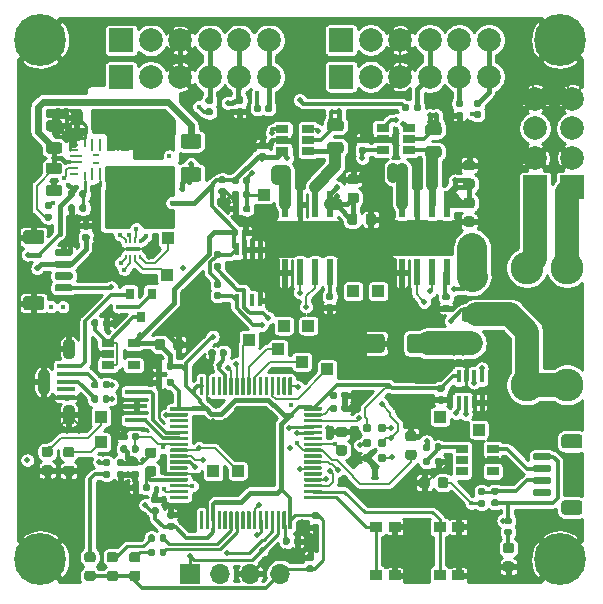
<source format=gbr>
G04 #@! TF.GenerationSoftware,KiCad,Pcbnew,5.1.6-c6e7f7d~87~ubuntu18.04.1*
G04 #@! TF.CreationDate,2020-08-09T22:43:25+01:00*
G04 #@! TF.ProjectId,simpleboard,73696d70-6c65-4626-9f61-72642e6b6963,rev?*
G04 #@! TF.SameCoordinates,Original*
G04 #@! TF.FileFunction,Copper,L1,Top*
G04 #@! TF.FilePolarity,Positive*
%FSLAX46Y46*%
G04 Gerber Fmt 4.6, Leading zero omitted, Abs format (unit mm)*
G04 Created by KiCad (PCBNEW 5.1.6-c6e7f7d~87~ubuntu18.04.1) date 2020-08-09 22:43:25*
%MOMM*%
%LPD*%
G01*
G04 APERTURE LIST*
G04 #@! TA.AperFunction,ComponentPad*
%ADD10O,1.100000X2.200000*%
G04 #@! TD*
G04 #@! TA.AperFunction,ComponentPad*
%ADD11O,1.100000X1.800000*%
G04 #@! TD*
G04 #@! TA.AperFunction,SMDPad,CuDef*
%ADD12R,1.500000X0.450000*%
G04 #@! TD*
G04 #@! TA.AperFunction,ComponentPad*
%ADD13C,2.000000*%
G04 #@! TD*
G04 #@! TA.AperFunction,ComponentPad*
%ADD14R,2.000000X2.000000*%
G04 #@! TD*
G04 #@! TA.AperFunction,ComponentPad*
%ADD15C,2.780000*%
G04 #@! TD*
G04 #@! TA.AperFunction,ComponentPad*
%ADD16R,1.000000X1.000000*%
G04 #@! TD*
G04 #@! TA.AperFunction,ComponentPad*
%ADD17O,1.700000X1.700000*%
G04 #@! TD*
G04 #@! TA.AperFunction,ComponentPad*
%ADD18R,1.700000X1.700000*%
G04 #@! TD*
G04 #@! TA.AperFunction,SMDPad,CuDef*
%ADD19R,1.000000X0.900000*%
G04 #@! TD*
G04 #@! TA.AperFunction,SMDPad,CuDef*
%ADD20R,0.600000X0.250000*%
G04 #@! TD*
G04 #@! TA.AperFunction,SMDPad,CuDef*
%ADD21R,0.250000X1.100000*%
G04 #@! TD*
G04 #@! TA.AperFunction,SMDPad,CuDef*
%ADD22R,0.750000X1.100000*%
G04 #@! TD*
G04 #@! TA.AperFunction,SMDPad,CuDef*
%ADD23R,0.250000X0.800000*%
G04 #@! TD*
G04 #@! TA.AperFunction,SMDPad,CuDef*
%ADD24R,0.700000X0.250000*%
G04 #@! TD*
G04 #@! TA.AperFunction,SMDPad,CuDef*
%ADD25R,1.100000X0.250000*%
G04 #@! TD*
G04 #@! TA.AperFunction,ComponentPad*
%ADD26C,0.700000*%
G04 #@! TD*
G04 #@! TA.AperFunction,ComponentPad*
%ADD27C,4.400000*%
G04 #@! TD*
G04 #@! TA.AperFunction,SMDPad,CuDef*
%ADD28R,1.060000X0.650000*%
G04 #@! TD*
G04 #@! TA.AperFunction,ComponentPad*
%ADD29C,0.630000*%
G04 #@! TD*
G04 #@! TA.AperFunction,Conductor*
%ADD30R,4.900000X2.950000*%
G04 #@! TD*
G04 #@! TA.AperFunction,SMDPad,CuDef*
%ADD31R,0.500000X2.200000*%
G04 #@! TD*
G04 #@! TA.AperFunction,SMDPad,CuDef*
%ADD32R,0.400000X1.100000*%
G04 #@! TD*
G04 #@! TA.AperFunction,SMDPad,CuDef*
%ADD33R,0.400000X1.060000*%
G04 #@! TD*
G04 #@! TA.AperFunction,SMDPad,CuDef*
%ADD34R,1.000000X0.700000*%
G04 #@! TD*
G04 #@! TA.AperFunction,SMDPad,CuDef*
%ADD35O,0.200000X0.500000*%
G04 #@! TD*
G04 #@! TA.AperFunction,SMDPad,CuDef*
%ADD36R,1.200000X0.400000*%
G04 #@! TD*
G04 #@! TA.AperFunction,SMDPad,CuDef*
%ADD37R,0.800000X0.900000*%
G04 #@! TD*
G04 #@! TA.AperFunction,SMDPad,CuDef*
%ADD38R,1.900000X0.400000*%
G04 #@! TD*
G04 #@! TA.AperFunction,ConnectorPad*
%ADD39C,0.787400*%
G04 #@! TD*
G04 #@! TA.AperFunction,ViaPad*
%ADD40C,0.450000*%
G04 #@! TD*
G04 #@! TA.AperFunction,ViaPad*
%ADD41C,0.500000*%
G04 #@! TD*
G04 #@! TA.AperFunction,Conductor*
%ADD42C,0.400000*%
G04 #@! TD*
G04 #@! TA.AperFunction,Conductor*
%ADD43C,0.300000*%
G04 #@! TD*
G04 #@! TA.AperFunction,Conductor*
%ADD44C,0.200000*%
G04 #@! TD*
G04 #@! TA.AperFunction,Conductor*
%ADD45C,0.250000*%
G04 #@! TD*
G04 #@! TA.AperFunction,Conductor*
%ADD46C,1.000000*%
G04 #@! TD*
G04 #@! TA.AperFunction,Conductor*
%ADD47C,0.600000*%
G04 #@! TD*
G04 #@! TA.AperFunction,Conductor*
%ADD48C,2.000000*%
G04 #@! TD*
G04 #@! TA.AperFunction,Conductor*
%ADD49C,2.500000*%
G04 #@! TD*
G04 #@! TA.AperFunction,Conductor*
%ADD50C,0.254000*%
G04 #@! TD*
G04 APERTURE END LIST*
G04 #@! TA.AperFunction,SMDPad,CuDef*
G36*
G01*
X153100400Y-70300000D02*
X151799600Y-70300000D01*
G75*
G02*
X151550000Y-70050400I0J249600D01*
G01*
X151550000Y-69349600D01*
G75*
G02*
X151799600Y-69100000I249600J0D01*
G01*
X153100400Y-69100000D01*
G75*
G02*
X153350000Y-69349600I0J-249600D01*
G01*
X153350000Y-70050400D01*
G75*
G02*
X153100400Y-70300000I-249600J0D01*
G01*
G37*
G04 #@! TD.AperFunction*
G04 #@! TA.AperFunction,SMDPad,CuDef*
G36*
G01*
X153100400Y-75900000D02*
X151799600Y-75900000D01*
G75*
G02*
X151550000Y-75650400I0J249600D01*
G01*
X151550000Y-74949600D01*
G75*
G02*
X151799600Y-74700000I249600J0D01*
G01*
X153100400Y-74700000D01*
G75*
G02*
X153350000Y-74949600I0J-249600D01*
G01*
X153350000Y-75650400D01*
G75*
G02*
X153100400Y-75900000I-249600J0D01*
G01*
G37*
G04 #@! TD.AperFunction*
G04 #@! TA.AperFunction,SMDPad,CuDef*
G36*
G01*
X155600000Y-71300000D02*
X154350000Y-71300000D01*
G75*
G02*
X154200000Y-71150000I0J150000D01*
G01*
X154200000Y-70850000D01*
G75*
G02*
X154350000Y-70700000I150000J0D01*
G01*
X155600000Y-70700000D01*
G75*
G02*
X155750000Y-70850000I0J-150000D01*
G01*
X155750000Y-71150000D01*
G75*
G02*
X155600000Y-71300000I-150000J0D01*
G01*
G37*
G04 #@! TD.AperFunction*
G04 #@! TA.AperFunction,SMDPad,CuDef*
G36*
G01*
X155600000Y-72300000D02*
X154350000Y-72300000D01*
G75*
G02*
X154200000Y-72150000I0J150000D01*
G01*
X154200000Y-71850000D01*
G75*
G02*
X154350000Y-71700000I150000J0D01*
G01*
X155600000Y-71700000D01*
G75*
G02*
X155750000Y-71850000I0J-150000D01*
G01*
X155750000Y-72150000D01*
G75*
G02*
X155600000Y-72300000I-150000J0D01*
G01*
G37*
G04 #@! TD.AperFunction*
G04 #@! TA.AperFunction,SMDPad,CuDef*
G36*
G01*
X155600000Y-73300000D02*
X154350000Y-73300000D01*
G75*
G02*
X154200000Y-73150000I0J150000D01*
G01*
X154200000Y-72850000D01*
G75*
G02*
X154350000Y-72700000I150000J0D01*
G01*
X155600000Y-72700000D01*
G75*
G02*
X155750000Y-72850000I0J-150000D01*
G01*
X155750000Y-73150000D01*
G75*
G02*
X155600000Y-73300000I-150000J0D01*
G01*
G37*
G04 #@! TD.AperFunction*
G04 #@! TA.AperFunction,SMDPad,CuDef*
G36*
G01*
X155600000Y-74300000D02*
X154350000Y-74300000D01*
G75*
G02*
X154200000Y-74150000I0J150000D01*
G01*
X154200000Y-73850000D01*
G75*
G02*
X154350000Y-73700000I150000J0D01*
G01*
X155600000Y-73700000D01*
G75*
G02*
X155750000Y-73850000I0J-150000D01*
G01*
X155750000Y-74150000D01*
G75*
G02*
X155600000Y-74300000I-150000J0D01*
G01*
G37*
G04 #@! TD.AperFunction*
G04 #@! TA.AperFunction,SMDPad,CuDef*
G36*
G01*
X176472500Y-93610000D02*
X176127500Y-93610000D01*
G75*
G02*
X175980000Y-93462500I0J147500D01*
G01*
X175980000Y-93167500D01*
G75*
G02*
X176127500Y-93020000I147500J0D01*
G01*
X176472500Y-93020000D01*
G75*
G02*
X176620000Y-93167500I0J-147500D01*
G01*
X176620000Y-93462500D01*
G75*
G02*
X176472500Y-93610000I-147500J0D01*
G01*
G37*
G04 #@! TD.AperFunction*
G04 #@! TA.AperFunction,SMDPad,CuDef*
G36*
G01*
X176472500Y-94580000D02*
X176127500Y-94580000D01*
G75*
G02*
X175980000Y-94432500I0J147500D01*
G01*
X175980000Y-94137500D01*
G75*
G02*
X176127500Y-93990000I147500J0D01*
G01*
X176472500Y-93990000D01*
G75*
G02*
X176620000Y-94137500I0J-147500D01*
G01*
X176620000Y-94432500D01*
G75*
G02*
X176472500Y-94580000I-147500J0D01*
G01*
G37*
G04 #@! TD.AperFunction*
D10*
X153275000Y-81950000D03*
D11*
X155425000Y-84750000D03*
X155425000Y-79150000D03*
D12*
X155175000Y-80650000D03*
X155175000Y-83250000D03*
X155175000Y-81300000D03*
X155175000Y-82600000D03*
X155175000Y-81950000D03*
D13*
X190975000Y-53025000D03*
X190975000Y-56125000D03*
X188475000Y-53025000D03*
X188475000Y-56125000D03*
X185975000Y-53025000D03*
X185975000Y-56125000D03*
X183475000Y-53025000D03*
X183475000Y-56125000D03*
X180975000Y-53025000D03*
X180975000Y-56125000D03*
D14*
X178475000Y-53025000D03*
X178475000Y-56125000D03*
D13*
X172350000Y-53050000D03*
X172350000Y-56150000D03*
X169850000Y-53050000D03*
X169850000Y-56150000D03*
X167350000Y-53050000D03*
X167350000Y-56150000D03*
X164850000Y-53050000D03*
X164850000Y-56150000D03*
X162350000Y-53050000D03*
X162350000Y-56150000D03*
D14*
X159850000Y-53050000D03*
X159850000Y-56150000D03*
G04 #@! TA.AperFunction,SMDPad,CuDef*
G36*
G01*
X169702500Y-58815000D02*
X170047500Y-58815000D01*
G75*
G02*
X170195000Y-58962500I0J-147500D01*
G01*
X170195000Y-59257500D01*
G75*
G02*
X170047500Y-59405000I-147500J0D01*
G01*
X169702500Y-59405000D01*
G75*
G02*
X169555000Y-59257500I0J147500D01*
G01*
X169555000Y-58962500D01*
G75*
G02*
X169702500Y-58815000I147500J0D01*
G01*
G37*
G04 #@! TD.AperFunction*
G04 #@! TA.AperFunction,SMDPad,CuDef*
G36*
G01*
X169702500Y-57845000D02*
X170047500Y-57845000D01*
G75*
G02*
X170195000Y-57992500I0J-147500D01*
G01*
X170195000Y-58287500D01*
G75*
G02*
X170047500Y-58435000I-147500J0D01*
G01*
X169702500Y-58435000D01*
G75*
G02*
X169555000Y-58287500I0J147500D01*
G01*
X169555000Y-57992500D01*
G75*
G02*
X169702500Y-57845000I147500J0D01*
G01*
G37*
G04 #@! TD.AperFunction*
G04 #@! TA.AperFunction,SMDPad,CuDef*
G36*
G01*
X190177500Y-91940000D02*
X190522500Y-91940000D01*
G75*
G02*
X190670000Y-92087500I0J-147500D01*
G01*
X190670000Y-92382500D01*
G75*
G02*
X190522500Y-92530000I-147500J0D01*
G01*
X190177500Y-92530000D01*
G75*
G02*
X190030000Y-92382500I0J147500D01*
G01*
X190030000Y-92087500D01*
G75*
G02*
X190177500Y-91940000I147500J0D01*
G01*
G37*
G04 #@! TD.AperFunction*
G04 #@! TA.AperFunction,SMDPad,CuDef*
G36*
G01*
X190177500Y-90970000D02*
X190522500Y-90970000D01*
G75*
G02*
X190670000Y-91117500I0J-147500D01*
G01*
X190670000Y-91412500D01*
G75*
G02*
X190522500Y-91560000I-147500J0D01*
G01*
X190177500Y-91560000D01*
G75*
G02*
X190030000Y-91412500I0J147500D01*
G01*
X190030000Y-91117500D01*
G75*
G02*
X190177500Y-90970000I147500J0D01*
G01*
G37*
G04 #@! TD.AperFunction*
G04 #@! TA.AperFunction,SMDPad,CuDef*
G36*
G01*
X185950000Y-90243750D02*
X185950000Y-90756250D01*
G75*
G02*
X185731250Y-90975000I-218750J0D01*
G01*
X185293750Y-90975000D01*
G75*
G02*
X185075000Y-90756250I0J218750D01*
G01*
X185075000Y-90243750D01*
G75*
G02*
X185293750Y-90025000I218750J0D01*
G01*
X185731250Y-90025000D01*
G75*
G02*
X185950000Y-90243750I0J-218750D01*
G01*
G37*
G04 #@! TD.AperFunction*
G04 #@! TA.AperFunction,SMDPad,CuDef*
G36*
G01*
X187525000Y-90243750D02*
X187525000Y-90756250D01*
G75*
G02*
X187306250Y-90975000I-218750J0D01*
G01*
X186868750Y-90975000D01*
G75*
G02*
X186650000Y-90756250I0J218750D01*
G01*
X186650000Y-90243750D01*
G75*
G02*
X186868750Y-90025000I218750J0D01*
G01*
X187306250Y-90025000D01*
G75*
G02*
X187525000Y-90243750I0J-218750D01*
G01*
G37*
G04 #@! TD.AperFunction*
G04 #@! TA.AperFunction,SMDPad,CuDef*
G36*
G01*
X153847500Y-67335000D02*
X153502500Y-67335000D01*
G75*
G02*
X153355000Y-67187500I0J147500D01*
G01*
X153355000Y-66892500D01*
G75*
G02*
X153502500Y-66745000I147500J0D01*
G01*
X153847500Y-66745000D01*
G75*
G02*
X153995000Y-66892500I0J-147500D01*
G01*
X153995000Y-67187500D01*
G75*
G02*
X153847500Y-67335000I-147500J0D01*
G01*
G37*
G04 #@! TD.AperFunction*
G04 #@! TA.AperFunction,SMDPad,CuDef*
G36*
G01*
X153847500Y-68305000D02*
X153502500Y-68305000D01*
G75*
G02*
X153355000Y-68157500I0J147500D01*
G01*
X153355000Y-67862500D01*
G75*
G02*
X153502500Y-67715000I147500J0D01*
G01*
X153847500Y-67715000D01*
G75*
G02*
X153995000Y-67862500I0J-147500D01*
G01*
X153995000Y-68157500D01*
G75*
G02*
X153847500Y-68305000I-147500J0D01*
G01*
G37*
G04 #@! TD.AperFunction*
G04 #@! TA.AperFunction,SMDPad,CuDef*
G36*
G01*
X184631250Y-87000000D02*
X184118750Y-87000000D01*
G75*
G02*
X183900000Y-86781250I0J218750D01*
G01*
X183900000Y-86343750D01*
G75*
G02*
X184118750Y-86125000I218750J0D01*
G01*
X184631250Y-86125000D01*
G75*
G02*
X184850000Y-86343750I0J-218750D01*
G01*
X184850000Y-86781250D01*
G75*
G02*
X184631250Y-87000000I-218750J0D01*
G01*
G37*
G04 #@! TD.AperFunction*
G04 #@! TA.AperFunction,SMDPad,CuDef*
G36*
G01*
X184631250Y-88575000D02*
X184118750Y-88575000D01*
G75*
G02*
X183900000Y-88356250I0J218750D01*
G01*
X183900000Y-87918750D01*
G75*
G02*
X184118750Y-87700000I218750J0D01*
G01*
X184631250Y-87700000D01*
G75*
G02*
X184850000Y-87918750I0J-218750D01*
G01*
X184850000Y-88356250D01*
G75*
G02*
X184631250Y-88575000I-218750J0D01*
G01*
G37*
G04 #@! TD.AperFunction*
G04 #@! TA.AperFunction,SMDPad,CuDef*
G36*
G01*
X178756250Y-86625000D02*
X178243750Y-86625000D01*
G75*
G02*
X178025000Y-86406250I0J218750D01*
G01*
X178025000Y-85968750D01*
G75*
G02*
X178243750Y-85750000I218750J0D01*
G01*
X178756250Y-85750000D01*
G75*
G02*
X178975000Y-85968750I0J-218750D01*
G01*
X178975000Y-86406250D01*
G75*
G02*
X178756250Y-86625000I-218750J0D01*
G01*
G37*
G04 #@! TD.AperFunction*
G04 #@! TA.AperFunction,SMDPad,CuDef*
G36*
G01*
X178756250Y-88200000D02*
X178243750Y-88200000D01*
G75*
G02*
X178025000Y-87981250I0J218750D01*
G01*
X178025000Y-87543750D01*
G75*
G02*
X178243750Y-87325000I218750J0D01*
G01*
X178756250Y-87325000D01*
G75*
G02*
X178975000Y-87543750I0J-218750D01*
G01*
X178975000Y-87981250D01*
G75*
G02*
X178756250Y-88200000I-218750J0D01*
G01*
G37*
G04 #@! TD.AperFunction*
G04 #@! TA.AperFunction,SMDPad,CuDef*
G36*
G01*
X153318750Y-89025000D02*
X153831250Y-89025000D01*
G75*
G02*
X154050000Y-89243750I0J-218750D01*
G01*
X154050000Y-89681250D01*
G75*
G02*
X153831250Y-89900000I-218750J0D01*
G01*
X153318750Y-89900000D01*
G75*
G02*
X153100000Y-89681250I0J218750D01*
G01*
X153100000Y-89243750D01*
G75*
G02*
X153318750Y-89025000I218750J0D01*
G01*
G37*
G04 #@! TD.AperFunction*
G04 #@! TA.AperFunction,SMDPad,CuDef*
G36*
G01*
X153318750Y-87450000D02*
X153831250Y-87450000D01*
G75*
G02*
X154050000Y-87668750I0J-218750D01*
G01*
X154050000Y-88106250D01*
G75*
G02*
X153831250Y-88325000I-218750J0D01*
G01*
X153318750Y-88325000D01*
G75*
G02*
X153100000Y-88106250I0J218750D01*
G01*
X153100000Y-87668750D01*
G75*
G02*
X153318750Y-87450000I218750J0D01*
G01*
G37*
G04 #@! TD.AperFunction*
G04 #@! TA.AperFunction,SMDPad,CuDef*
G36*
G01*
X155143750Y-89050000D02*
X155656250Y-89050000D01*
G75*
G02*
X155875000Y-89268750I0J-218750D01*
G01*
X155875000Y-89706250D01*
G75*
G02*
X155656250Y-89925000I-218750J0D01*
G01*
X155143750Y-89925000D01*
G75*
G02*
X154925000Y-89706250I0J218750D01*
G01*
X154925000Y-89268750D01*
G75*
G02*
X155143750Y-89050000I218750J0D01*
G01*
G37*
G04 #@! TD.AperFunction*
G04 #@! TA.AperFunction,SMDPad,CuDef*
G36*
G01*
X155143750Y-87475000D02*
X155656250Y-87475000D01*
G75*
G02*
X155875000Y-87693750I0J-218750D01*
G01*
X155875000Y-88131250D01*
G75*
G02*
X155656250Y-88350000I-218750J0D01*
G01*
X155143750Y-88350000D01*
G75*
G02*
X154925000Y-88131250I0J218750D01*
G01*
X154925000Y-87693750D01*
G75*
G02*
X155143750Y-87475000I218750J0D01*
G01*
G37*
G04 #@! TD.AperFunction*
G04 #@! TA.AperFunction,SMDPad,CuDef*
G36*
G01*
X164250000Y-79056250D02*
X164250000Y-78543750D01*
G75*
G02*
X164468750Y-78325000I218750J0D01*
G01*
X164906250Y-78325000D01*
G75*
G02*
X165125000Y-78543750I0J-218750D01*
G01*
X165125000Y-79056250D01*
G75*
G02*
X164906250Y-79275000I-218750J0D01*
G01*
X164468750Y-79275000D01*
G75*
G02*
X164250000Y-79056250I0J218750D01*
G01*
G37*
G04 #@! TD.AperFunction*
G04 #@! TA.AperFunction,SMDPad,CuDef*
G36*
G01*
X162675000Y-79056250D02*
X162675000Y-78543750D01*
G75*
G02*
X162893750Y-78325000I218750J0D01*
G01*
X163331250Y-78325000D01*
G75*
G02*
X163550000Y-78543750I0J-218750D01*
G01*
X163550000Y-79056250D01*
G75*
G02*
X163331250Y-79275000I-218750J0D01*
G01*
X162893750Y-79275000D01*
G75*
G02*
X162675000Y-79056250I0J218750D01*
G01*
G37*
G04 #@! TD.AperFunction*
D15*
X194200000Y-82220000D03*
X197600000Y-82220000D03*
X194200000Y-72300000D03*
X197600000Y-72300000D03*
D16*
X170650000Y-78400000D03*
X173150000Y-79200000D03*
X175150000Y-80250000D03*
X177300000Y-80900000D03*
G04 #@! TA.AperFunction,SMDPad,CuDef*
G36*
G01*
X162093750Y-89100000D02*
X162606250Y-89100000D01*
G75*
G02*
X162825000Y-89318750I0J-218750D01*
G01*
X162825000Y-89756250D01*
G75*
G02*
X162606250Y-89975000I-218750J0D01*
G01*
X162093750Y-89975000D01*
G75*
G02*
X161875000Y-89756250I0J218750D01*
G01*
X161875000Y-89318750D01*
G75*
G02*
X162093750Y-89100000I218750J0D01*
G01*
G37*
G04 #@! TD.AperFunction*
G04 #@! TA.AperFunction,SMDPad,CuDef*
G36*
G01*
X162093750Y-87525000D02*
X162606250Y-87525000D01*
G75*
G02*
X162825000Y-87743750I0J-218750D01*
G01*
X162825000Y-88181250D01*
G75*
G02*
X162606250Y-88400000I-218750J0D01*
G01*
X162093750Y-88400000D01*
G75*
G02*
X161875000Y-88181250I0J218750D01*
G01*
X161875000Y-87743750D01*
G75*
G02*
X162093750Y-87525000I218750J0D01*
G01*
G37*
G04 #@! TD.AperFunction*
D17*
X173320000Y-98200000D03*
X170780000Y-98200000D03*
X168240000Y-98200000D03*
D18*
X165700000Y-98200000D03*
G04 #@! TA.AperFunction,SMDPad,CuDef*
G36*
G01*
X168227500Y-65540000D02*
X168572500Y-65540000D01*
G75*
G02*
X168720000Y-65687500I0J-147500D01*
G01*
X168720000Y-65982500D01*
G75*
G02*
X168572500Y-66130000I-147500J0D01*
G01*
X168227500Y-66130000D01*
G75*
G02*
X168080000Y-65982500I0J147500D01*
G01*
X168080000Y-65687500D01*
G75*
G02*
X168227500Y-65540000I147500J0D01*
G01*
G37*
G04 #@! TD.AperFunction*
G04 #@! TA.AperFunction,SMDPad,CuDef*
G36*
G01*
X168227500Y-64570000D02*
X168572500Y-64570000D01*
G75*
G02*
X168720000Y-64717500I0J-147500D01*
G01*
X168720000Y-65012500D01*
G75*
G02*
X168572500Y-65160000I-147500J0D01*
G01*
X168227500Y-65160000D01*
G75*
G02*
X168080000Y-65012500I0J147500D01*
G01*
X168080000Y-64717500D01*
G75*
G02*
X168227500Y-64570000I147500J0D01*
G01*
G37*
G04 #@! TD.AperFunction*
D16*
X171900000Y-66100000D03*
G04 #@! TA.AperFunction,SMDPad,CuDef*
G36*
G01*
X188647500Y-58710000D02*
X188302500Y-58710000D01*
G75*
G02*
X188155000Y-58562500I0J147500D01*
G01*
X188155000Y-58267500D01*
G75*
G02*
X188302500Y-58120000I147500J0D01*
G01*
X188647500Y-58120000D01*
G75*
G02*
X188795000Y-58267500I0J-147500D01*
G01*
X188795000Y-58562500D01*
G75*
G02*
X188647500Y-58710000I-147500J0D01*
G01*
G37*
G04 #@! TD.AperFunction*
G04 #@! TA.AperFunction,SMDPad,CuDef*
G36*
G01*
X188647500Y-59680000D02*
X188302500Y-59680000D01*
G75*
G02*
X188155000Y-59532500I0J147500D01*
G01*
X188155000Y-59237500D01*
G75*
G02*
X188302500Y-59090000I147500J0D01*
G01*
X188647500Y-59090000D01*
G75*
G02*
X188795000Y-59237500I0J-147500D01*
G01*
X188795000Y-59532500D01*
G75*
G02*
X188647500Y-59680000I-147500J0D01*
G01*
G37*
G04 #@! TD.AperFunction*
G04 #@! TA.AperFunction,SMDPad,CuDef*
G36*
G01*
X168172500Y-71510000D02*
X167827500Y-71510000D01*
G75*
G02*
X167680000Y-71362500I0J147500D01*
G01*
X167680000Y-71067500D01*
G75*
G02*
X167827500Y-70920000I147500J0D01*
G01*
X168172500Y-70920000D01*
G75*
G02*
X168320000Y-71067500I0J-147500D01*
G01*
X168320000Y-71362500D01*
G75*
G02*
X168172500Y-71510000I-147500J0D01*
G01*
G37*
G04 #@! TD.AperFunction*
G04 #@! TA.AperFunction,SMDPad,CuDef*
G36*
G01*
X168172500Y-72480000D02*
X167827500Y-72480000D01*
G75*
G02*
X167680000Y-72332500I0J147500D01*
G01*
X167680000Y-72037500D01*
G75*
G02*
X167827500Y-71890000I147500J0D01*
G01*
X168172500Y-71890000D01*
G75*
G02*
X168320000Y-72037500I0J-147500D01*
G01*
X168320000Y-72332500D01*
G75*
G02*
X168172500Y-72480000I-147500J0D01*
G01*
G37*
G04 #@! TD.AperFunction*
G04 #@! TA.AperFunction,SMDPad,CuDef*
G36*
G01*
X168172500Y-74010000D02*
X167827500Y-74010000D01*
G75*
G02*
X167680000Y-73862500I0J147500D01*
G01*
X167680000Y-73567500D01*
G75*
G02*
X167827500Y-73420000I147500J0D01*
G01*
X168172500Y-73420000D01*
G75*
G02*
X168320000Y-73567500I0J-147500D01*
G01*
X168320000Y-73862500D01*
G75*
G02*
X168172500Y-74010000I-147500J0D01*
G01*
G37*
G04 #@! TD.AperFunction*
G04 #@! TA.AperFunction,SMDPad,CuDef*
G36*
G01*
X168172500Y-74980000D02*
X167827500Y-74980000D01*
G75*
G02*
X167680000Y-74832500I0J147500D01*
G01*
X167680000Y-74537500D01*
G75*
G02*
X167827500Y-74390000I147500J0D01*
G01*
X168172500Y-74390000D01*
G75*
G02*
X168320000Y-74537500I0J-147500D01*
G01*
X168320000Y-74832500D01*
G75*
G02*
X168172500Y-74980000I-147500J0D01*
G01*
G37*
G04 #@! TD.AperFunction*
X181600000Y-74300000D03*
X173600000Y-77200000D03*
X190100000Y-86000000D03*
X186825000Y-84925000D03*
X163750000Y-72925000D03*
X163800000Y-69775000D03*
X158125000Y-84925000D03*
X158125000Y-87075000D03*
X179500000Y-74300000D03*
X175700000Y-77200000D03*
X167650000Y-89550000D03*
X169700000Y-89500000D03*
D13*
X194900000Y-58000000D03*
X198000000Y-58000000D03*
X194900000Y-60500000D03*
X198000000Y-60500000D03*
X194900000Y-63000000D03*
X198000000Y-63000000D03*
D14*
X194900000Y-65500000D03*
X198000000Y-65500000D03*
D19*
X188400000Y-94250000D03*
X186800000Y-94250000D03*
X188400000Y-98350000D03*
X186800000Y-98350000D03*
G04 #@! TA.AperFunction,SMDPad,CuDef*
G36*
G01*
X156315000Y-67422500D02*
X156315000Y-67077500D01*
G75*
G02*
X156462500Y-66930000I147500J0D01*
G01*
X156757500Y-66930000D01*
G75*
G02*
X156905000Y-67077500I0J-147500D01*
G01*
X156905000Y-67422500D01*
G75*
G02*
X156757500Y-67570000I-147500J0D01*
G01*
X156462500Y-67570000D01*
G75*
G02*
X156315000Y-67422500I0J147500D01*
G01*
G37*
G04 #@! TD.AperFunction*
G04 #@! TA.AperFunction,SMDPad,CuDef*
G36*
G01*
X155345000Y-67422500D02*
X155345000Y-67077500D01*
G75*
G02*
X155492500Y-66930000I147500J0D01*
G01*
X155787500Y-66930000D01*
G75*
G02*
X155935000Y-67077500I0J-147500D01*
G01*
X155935000Y-67422500D01*
G75*
G02*
X155787500Y-67570000I-147500J0D01*
G01*
X155492500Y-67570000D01*
G75*
G02*
X155345000Y-67422500I0J147500D01*
G01*
G37*
G04 #@! TD.AperFunction*
G04 #@! TA.AperFunction,SMDPad,CuDef*
G36*
G01*
X155935000Y-65877500D02*
X155935000Y-66222500D01*
G75*
G02*
X155787500Y-66370000I-147500J0D01*
G01*
X155492500Y-66370000D01*
G75*
G02*
X155345000Y-66222500I0J147500D01*
G01*
X155345000Y-65877500D01*
G75*
G02*
X155492500Y-65730000I147500J0D01*
G01*
X155787500Y-65730000D01*
G75*
G02*
X155935000Y-65877500I0J-147500D01*
G01*
G37*
G04 #@! TD.AperFunction*
G04 #@! TA.AperFunction,SMDPad,CuDef*
G36*
G01*
X156905000Y-65877500D02*
X156905000Y-66222500D01*
G75*
G02*
X156757500Y-66370000I-147500J0D01*
G01*
X156462500Y-66370000D01*
G75*
G02*
X156315000Y-66222500I0J147500D01*
G01*
X156315000Y-65877500D01*
G75*
G02*
X156462500Y-65730000I147500J0D01*
G01*
X156757500Y-65730000D01*
G75*
G02*
X156905000Y-65877500I0J-147500D01*
G01*
G37*
G04 #@! TD.AperFunction*
D20*
X157745000Y-62770000D03*
X157745000Y-63470000D03*
D21*
X157395000Y-61870000D03*
D22*
X158945000Y-61870000D03*
D21*
X159545000Y-61870000D03*
D22*
X160145000Y-61870000D03*
X160145000Y-64370000D03*
D21*
X158045000Y-61870000D03*
D23*
X156745000Y-61720000D03*
D21*
X159545000Y-64370000D03*
D22*
X158945000Y-64370000D03*
D21*
X158045000Y-64370000D03*
X157395000Y-64370000D03*
D23*
X156745000Y-64520000D03*
D24*
X155845000Y-61870000D03*
X155845000Y-62370000D03*
D25*
X156045000Y-62870000D03*
X156045000Y-63370000D03*
D24*
X155845000Y-63870000D03*
X155845000Y-64370000D03*
D26*
X154166726Y-95833274D03*
X153000000Y-95350000D03*
X151833274Y-95833274D03*
X151350000Y-97000000D03*
X151833274Y-98166726D03*
X153000000Y-98650000D03*
X154166726Y-98166726D03*
X154650000Y-97000000D03*
D27*
X153000000Y-97000000D03*
D26*
X154166726Y-51833274D03*
X153000000Y-51350000D03*
X151833274Y-51833274D03*
X151350000Y-53000000D03*
X151833274Y-54166726D03*
X153000000Y-54650000D03*
X154166726Y-54166726D03*
X154650000Y-53000000D03*
D27*
X153000000Y-53000000D03*
D26*
X198166726Y-51833274D03*
X197000000Y-51350000D03*
X195833274Y-51833274D03*
X195350000Y-53000000D03*
X195833274Y-54166726D03*
X197000000Y-54650000D03*
X198166726Y-54166726D03*
X198650000Y-53000000D03*
D27*
X197000000Y-53000000D03*
G04 #@! TA.AperFunction,SMDPad,CuDef*
G36*
G01*
X189556250Y-64050000D02*
X189043750Y-64050000D01*
G75*
G02*
X188825000Y-63831250I0J218750D01*
G01*
X188825000Y-63393750D01*
G75*
G02*
X189043750Y-63175000I218750J0D01*
G01*
X189556250Y-63175000D01*
G75*
G02*
X189775000Y-63393750I0J-218750D01*
G01*
X189775000Y-63831250D01*
G75*
G02*
X189556250Y-64050000I-218750J0D01*
G01*
G37*
G04 #@! TD.AperFunction*
G04 #@! TA.AperFunction,SMDPad,CuDef*
G36*
G01*
X189556250Y-65625000D02*
X189043750Y-65625000D01*
G75*
G02*
X188825000Y-65406250I0J218750D01*
G01*
X188825000Y-64968750D01*
G75*
G02*
X189043750Y-64750000I218750J0D01*
G01*
X189556250Y-64750000D01*
G75*
G02*
X189775000Y-64968750I0J-218750D01*
G01*
X189775000Y-65406250D01*
G75*
G02*
X189556250Y-65625000I-218750J0D01*
G01*
G37*
G04 #@! TD.AperFunction*
D28*
X184175000Y-61400000D03*
X184175000Y-60450000D03*
X184175000Y-62350000D03*
X181975000Y-62350000D03*
X181975000Y-61400000D03*
X181975000Y-60450000D03*
X175675000Y-61500000D03*
X175675000Y-60550000D03*
X175675000Y-62450000D03*
X173475000Y-62450000D03*
X173475000Y-61500000D03*
X173475000Y-60550000D03*
D29*
X186800000Y-69150000D03*
X186800000Y-70450000D03*
X184200000Y-69150000D03*
X185500000Y-69150000D03*
X185500000Y-70450000D03*
X184200000Y-70450000D03*
D30*
X185500000Y-69800000D03*
D31*
X183595000Y-66925000D03*
X184865000Y-66925000D03*
X186135000Y-66925000D03*
X187405000Y-66925000D03*
X187405000Y-72675000D03*
X186135000Y-72675000D03*
X184865000Y-72675000D03*
X183595000Y-72675000D03*
D28*
X160900000Y-78650000D03*
X160900000Y-80550000D03*
X158700000Y-80550000D03*
X158700000Y-79600000D03*
X158700000Y-78650000D03*
D32*
X169625000Y-70750000D03*
X170275000Y-70750000D03*
X170925000Y-70750000D03*
X171575000Y-70750000D03*
X171575000Y-75050000D03*
X170925000Y-75050000D03*
X170275000Y-75050000D03*
X169625000Y-75050000D03*
D33*
X190380000Y-83700000D03*
X189730000Y-83700000D03*
X189070000Y-83700000D03*
X188420000Y-83700000D03*
X188420000Y-81500000D03*
X189070000Y-81500000D03*
X189730000Y-81500000D03*
X190380000Y-81500000D03*
D29*
X176900000Y-69150000D03*
X176900000Y-70450000D03*
X174300000Y-69150000D03*
X175600000Y-69150000D03*
X175600000Y-70450000D03*
X174300000Y-70450000D03*
D30*
X175600000Y-69800000D03*
D31*
X173695000Y-66925000D03*
X174965000Y-66925000D03*
X176235000Y-66925000D03*
X177505000Y-66925000D03*
X177505000Y-72675000D03*
X176235000Y-72675000D03*
X174965000Y-72675000D03*
X173695000Y-72675000D03*
G04 #@! TA.AperFunction,SMDPad,CuDef*
G36*
G01*
X189852500Y-59040000D02*
X190197500Y-59040000D01*
G75*
G02*
X190345000Y-59187500I0J-147500D01*
G01*
X190345000Y-59482500D01*
G75*
G02*
X190197500Y-59630000I-147500J0D01*
G01*
X189852500Y-59630000D01*
G75*
G02*
X189705000Y-59482500I0J147500D01*
G01*
X189705000Y-59187500D01*
G75*
G02*
X189852500Y-59040000I147500J0D01*
G01*
G37*
G04 #@! TD.AperFunction*
G04 #@! TA.AperFunction,SMDPad,CuDef*
G36*
G01*
X189852500Y-58070000D02*
X190197500Y-58070000D01*
G75*
G02*
X190345000Y-58217500I0J-147500D01*
G01*
X190345000Y-58512500D01*
G75*
G02*
X190197500Y-58660000I-147500J0D01*
G01*
X189852500Y-58660000D01*
G75*
G02*
X189705000Y-58512500I0J147500D01*
G01*
X189705000Y-58217500D01*
G75*
G02*
X189852500Y-58070000I147500J0D01*
G01*
G37*
G04 #@! TD.AperFunction*
G04 #@! TA.AperFunction,SMDPad,CuDef*
G36*
G01*
X171660000Y-58627500D02*
X171660000Y-58972500D01*
G75*
G02*
X171512500Y-59120000I-147500J0D01*
G01*
X171217500Y-59120000D01*
G75*
G02*
X171070000Y-58972500I0J147500D01*
G01*
X171070000Y-58627500D01*
G75*
G02*
X171217500Y-58480000I147500J0D01*
G01*
X171512500Y-58480000D01*
G75*
G02*
X171660000Y-58627500I0J-147500D01*
G01*
G37*
G04 #@! TD.AperFunction*
G04 #@! TA.AperFunction,SMDPad,CuDef*
G36*
G01*
X172630000Y-58627500D02*
X172630000Y-58972500D01*
G75*
G02*
X172482500Y-59120000I-147500J0D01*
G01*
X172187500Y-59120000D01*
G75*
G02*
X172040000Y-58972500I0J147500D01*
G01*
X172040000Y-58627500D01*
G75*
G02*
X172187500Y-58480000I147500J0D01*
G01*
X172482500Y-58480000D01*
G75*
G02*
X172630000Y-58627500I0J-147500D01*
G01*
G37*
G04 #@! TD.AperFunction*
G04 #@! TA.AperFunction,SMDPad,CuDef*
G36*
G01*
X184235000Y-58552500D02*
X184235000Y-58897500D01*
G75*
G02*
X184087500Y-59045000I-147500J0D01*
G01*
X183792500Y-59045000D01*
G75*
G02*
X183645000Y-58897500I0J147500D01*
G01*
X183645000Y-58552500D01*
G75*
G02*
X183792500Y-58405000I147500J0D01*
G01*
X184087500Y-58405000D01*
G75*
G02*
X184235000Y-58552500I0J-147500D01*
G01*
G37*
G04 #@! TD.AperFunction*
G04 #@! TA.AperFunction,SMDPad,CuDef*
G36*
G01*
X185205000Y-58552500D02*
X185205000Y-58897500D01*
G75*
G02*
X185057500Y-59045000I-147500J0D01*
G01*
X184762500Y-59045000D01*
G75*
G02*
X184615000Y-58897500I0J147500D01*
G01*
X184615000Y-58552500D01*
G75*
G02*
X184762500Y-58405000I147500J0D01*
G01*
X185057500Y-58405000D01*
G75*
G02*
X185205000Y-58552500I0J-147500D01*
G01*
G37*
G04 #@! TD.AperFunction*
G04 #@! TA.AperFunction,SMDPad,CuDef*
G36*
G01*
X167127500Y-58815000D02*
X167472500Y-58815000D01*
G75*
G02*
X167620000Y-58962500I0J-147500D01*
G01*
X167620000Y-59257500D01*
G75*
G02*
X167472500Y-59405000I-147500J0D01*
G01*
X167127500Y-59405000D01*
G75*
G02*
X166980000Y-59257500I0J147500D01*
G01*
X166980000Y-58962500D01*
G75*
G02*
X167127500Y-58815000I147500J0D01*
G01*
G37*
G04 #@! TD.AperFunction*
G04 #@! TA.AperFunction,SMDPad,CuDef*
G36*
G01*
X167127500Y-57845000D02*
X167472500Y-57845000D01*
G75*
G02*
X167620000Y-57992500I0J-147500D01*
G01*
X167620000Y-58287500D01*
G75*
G02*
X167472500Y-58435000I-147500J0D01*
G01*
X167127500Y-58435000D01*
G75*
G02*
X166980000Y-58287500I0J147500D01*
G01*
X166980000Y-57992500D01*
G75*
G02*
X167127500Y-57845000I147500J0D01*
G01*
G37*
G04 #@! TD.AperFunction*
G04 #@! TA.AperFunction,SMDPad,CuDef*
G36*
G01*
X192772500Y-94010000D02*
X192427500Y-94010000D01*
G75*
G02*
X192280000Y-93862500I0J147500D01*
G01*
X192280000Y-93567500D01*
G75*
G02*
X192427500Y-93420000I147500J0D01*
G01*
X192772500Y-93420000D01*
G75*
G02*
X192920000Y-93567500I0J-147500D01*
G01*
X192920000Y-93862500D01*
G75*
G02*
X192772500Y-94010000I-147500J0D01*
G01*
G37*
G04 #@! TD.AperFunction*
G04 #@! TA.AperFunction,SMDPad,CuDef*
G36*
G01*
X192772500Y-94980000D02*
X192427500Y-94980000D01*
G75*
G02*
X192280000Y-94832500I0J147500D01*
G01*
X192280000Y-94537500D01*
G75*
G02*
X192427500Y-94390000I147500J0D01*
G01*
X192772500Y-94390000D01*
G75*
G02*
X192920000Y-94537500I0J-147500D01*
G01*
X192920000Y-94832500D01*
G75*
G02*
X192772500Y-94980000I-147500J0D01*
G01*
G37*
G04 #@! TD.AperFunction*
G04 #@! TA.AperFunction,SMDPad,CuDef*
G36*
G01*
X188925000Y-75625000D02*
X190175000Y-75625000D01*
G75*
G02*
X190425000Y-75875000I0J-250000D01*
G01*
X190425000Y-76625000D01*
G75*
G02*
X190175000Y-76875000I-250000J0D01*
G01*
X188925000Y-76875000D01*
G75*
G02*
X188675000Y-76625000I0J250000D01*
G01*
X188675000Y-75875000D01*
G75*
G02*
X188925000Y-75625000I250000J0D01*
G01*
G37*
G04 #@! TD.AperFunction*
G04 #@! TA.AperFunction,SMDPad,CuDef*
G36*
G01*
X188925000Y-72825000D02*
X190175000Y-72825000D01*
G75*
G02*
X190425000Y-73075000I0J-250000D01*
G01*
X190425000Y-73825000D01*
G75*
G02*
X190175000Y-74075000I-250000J0D01*
G01*
X188925000Y-74075000D01*
G75*
G02*
X188675000Y-73825000I0J250000D01*
G01*
X188675000Y-73075000D01*
G75*
G02*
X188925000Y-72825000I250000J0D01*
G01*
G37*
G04 #@! TD.AperFunction*
G04 #@! TA.AperFunction,SMDPad,CuDef*
G36*
G01*
X186010000Y-88527500D02*
X186010000Y-88872500D01*
G75*
G02*
X185862500Y-89020000I-147500J0D01*
G01*
X185567500Y-89020000D01*
G75*
G02*
X185420000Y-88872500I0J147500D01*
G01*
X185420000Y-88527500D01*
G75*
G02*
X185567500Y-88380000I147500J0D01*
G01*
X185862500Y-88380000D01*
G75*
G02*
X186010000Y-88527500I0J-147500D01*
G01*
G37*
G04 #@! TD.AperFunction*
G04 #@! TA.AperFunction,SMDPad,CuDef*
G36*
G01*
X186980000Y-88527500D02*
X186980000Y-88872500D01*
G75*
G02*
X186832500Y-89020000I-147500J0D01*
G01*
X186537500Y-89020000D01*
G75*
G02*
X186390000Y-88872500I0J147500D01*
G01*
X186390000Y-88527500D01*
G75*
G02*
X186537500Y-88380000I147500J0D01*
G01*
X186832500Y-88380000D01*
G75*
G02*
X186980000Y-88527500I0J-147500D01*
G01*
G37*
G04 #@! TD.AperFunction*
G04 #@! TA.AperFunction,SMDPad,CuDef*
G36*
G01*
X191327500Y-91890000D02*
X191672500Y-91890000D01*
G75*
G02*
X191820000Y-92037500I0J-147500D01*
G01*
X191820000Y-92332500D01*
G75*
G02*
X191672500Y-92480000I-147500J0D01*
G01*
X191327500Y-92480000D01*
G75*
G02*
X191180000Y-92332500I0J147500D01*
G01*
X191180000Y-92037500D01*
G75*
G02*
X191327500Y-91890000I147500J0D01*
G01*
G37*
G04 #@! TD.AperFunction*
G04 #@! TA.AperFunction,SMDPad,CuDef*
G36*
G01*
X191327500Y-90920000D02*
X191672500Y-90920000D01*
G75*
G02*
X191820000Y-91067500I0J-147500D01*
G01*
X191820000Y-91362500D01*
G75*
G02*
X191672500Y-91510000I-147500J0D01*
G01*
X191327500Y-91510000D01*
G75*
G02*
X191180000Y-91362500I0J147500D01*
G01*
X191180000Y-91067500D01*
G75*
G02*
X191327500Y-90920000I147500J0D01*
G01*
G37*
G04 #@! TD.AperFunction*
G04 #@! TA.AperFunction,SMDPad,CuDef*
G36*
G01*
X186010000Y-87327500D02*
X186010000Y-87672500D01*
G75*
G02*
X185862500Y-87820000I-147500J0D01*
G01*
X185567500Y-87820000D01*
G75*
G02*
X185420000Y-87672500I0J147500D01*
G01*
X185420000Y-87327500D01*
G75*
G02*
X185567500Y-87180000I147500J0D01*
G01*
X185862500Y-87180000D01*
G75*
G02*
X186010000Y-87327500I0J-147500D01*
G01*
G37*
G04 #@! TD.AperFunction*
G04 #@! TA.AperFunction,SMDPad,CuDef*
G36*
G01*
X186980000Y-87327500D02*
X186980000Y-87672500D01*
G75*
G02*
X186832500Y-87820000I-147500J0D01*
G01*
X186537500Y-87820000D01*
G75*
G02*
X186390000Y-87672500I0J147500D01*
G01*
X186390000Y-87327500D01*
G75*
G02*
X186537500Y-87180000I147500J0D01*
G01*
X186832500Y-87180000D01*
G75*
G02*
X186980000Y-87327500I0J-147500D01*
G01*
G37*
G04 #@! TD.AperFunction*
G04 #@! TA.AperFunction,SMDPad,CuDef*
G36*
G01*
X185818750Y-62000000D02*
X186731250Y-62000000D01*
G75*
G02*
X186975000Y-62243750I0J-243750D01*
G01*
X186975000Y-62731250D01*
G75*
G02*
X186731250Y-62975000I-243750J0D01*
G01*
X185818750Y-62975000D01*
G75*
G02*
X185575000Y-62731250I0J243750D01*
G01*
X185575000Y-62243750D01*
G75*
G02*
X185818750Y-62000000I243750J0D01*
G01*
G37*
G04 #@! TD.AperFunction*
G04 #@! TA.AperFunction,SMDPad,CuDef*
G36*
G01*
X185818750Y-60125000D02*
X186731250Y-60125000D01*
G75*
G02*
X186975000Y-60368750I0J-243750D01*
G01*
X186975000Y-60856250D01*
G75*
G02*
X186731250Y-61100000I-243750J0D01*
G01*
X185818750Y-61100000D01*
G75*
G02*
X185575000Y-60856250I0J243750D01*
G01*
X185575000Y-60368750D01*
G75*
G02*
X185818750Y-60125000I243750J0D01*
G01*
G37*
G04 #@! TD.AperFunction*
G04 #@! TA.AperFunction,SMDPad,CuDef*
G36*
G01*
X177518750Y-61650000D02*
X178431250Y-61650000D01*
G75*
G02*
X178675000Y-61893750I0J-243750D01*
G01*
X178675000Y-62381250D01*
G75*
G02*
X178431250Y-62625000I-243750J0D01*
G01*
X177518750Y-62625000D01*
G75*
G02*
X177275000Y-62381250I0J243750D01*
G01*
X177275000Y-61893750D01*
G75*
G02*
X177518750Y-61650000I243750J0D01*
G01*
G37*
G04 #@! TD.AperFunction*
G04 #@! TA.AperFunction,SMDPad,CuDef*
G36*
G01*
X177518750Y-59775000D02*
X178431250Y-59775000D01*
G75*
G02*
X178675000Y-60018750I0J-243750D01*
G01*
X178675000Y-60506250D01*
G75*
G02*
X178431250Y-60750000I-243750J0D01*
G01*
X177518750Y-60750000D01*
G75*
G02*
X177275000Y-60506250I0J243750D01*
G01*
X177275000Y-60018750D01*
G75*
G02*
X177518750Y-59775000I243750J0D01*
G01*
G37*
G04 #@! TD.AperFunction*
G04 #@! TA.AperFunction,SMDPad,CuDef*
G36*
G01*
X187177500Y-75440000D02*
X187522500Y-75440000D01*
G75*
G02*
X187670000Y-75587500I0J-147500D01*
G01*
X187670000Y-75882500D01*
G75*
G02*
X187522500Y-76030000I-147500J0D01*
G01*
X187177500Y-76030000D01*
G75*
G02*
X187030000Y-75882500I0J147500D01*
G01*
X187030000Y-75587500D01*
G75*
G02*
X187177500Y-75440000I147500J0D01*
G01*
G37*
G04 #@! TD.AperFunction*
G04 #@! TA.AperFunction,SMDPad,CuDef*
G36*
G01*
X187177500Y-74470000D02*
X187522500Y-74470000D01*
G75*
G02*
X187670000Y-74617500I0J-147500D01*
G01*
X187670000Y-74912500D01*
G75*
G02*
X187522500Y-75060000I-147500J0D01*
G01*
X187177500Y-75060000D01*
G75*
G02*
X187030000Y-74912500I0J147500D01*
G01*
X187030000Y-74617500D01*
G75*
G02*
X187177500Y-74470000I147500J0D01*
G01*
G37*
G04 #@! TD.AperFunction*
G04 #@! TA.AperFunction,SMDPad,CuDef*
G36*
G01*
X177327500Y-75390000D02*
X177672500Y-75390000D01*
G75*
G02*
X177820000Y-75537500I0J-147500D01*
G01*
X177820000Y-75832500D01*
G75*
G02*
X177672500Y-75980000I-147500J0D01*
G01*
X177327500Y-75980000D01*
G75*
G02*
X177180000Y-75832500I0J147500D01*
G01*
X177180000Y-75537500D01*
G75*
G02*
X177327500Y-75390000I147500J0D01*
G01*
G37*
G04 #@! TD.AperFunction*
G04 #@! TA.AperFunction,SMDPad,CuDef*
G36*
G01*
X177327500Y-74420000D02*
X177672500Y-74420000D01*
G75*
G02*
X177820000Y-74567500I0J-147500D01*
G01*
X177820000Y-74862500D01*
G75*
G02*
X177672500Y-75010000I-147500J0D01*
G01*
X177327500Y-75010000D01*
G75*
G02*
X177180000Y-74862500I0J147500D01*
G01*
X177180000Y-74567500D01*
G75*
G02*
X177327500Y-74420000I147500J0D01*
G01*
G37*
G04 #@! TD.AperFunction*
G04 #@! TA.AperFunction,SMDPad,CuDef*
G36*
G01*
X169810000Y-67127500D02*
X169810000Y-67472500D01*
G75*
G02*
X169662500Y-67620000I-147500J0D01*
G01*
X169367500Y-67620000D01*
G75*
G02*
X169220000Y-67472500I0J147500D01*
G01*
X169220000Y-67127500D01*
G75*
G02*
X169367500Y-66980000I147500J0D01*
G01*
X169662500Y-66980000D01*
G75*
G02*
X169810000Y-67127500I0J-147500D01*
G01*
G37*
G04 #@! TD.AperFunction*
G04 #@! TA.AperFunction,SMDPad,CuDef*
G36*
G01*
X170780000Y-67127500D02*
X170780000Y-67472500D01*
G75*
G02*
X170632500Y-67620000I-147500J0D01*
G01*
X170337500Y-67620000D01*
G75*
G02*
X170190000Y-67472500I0J147500D01*
G01*
X170190000Y-67127500D01*
G75*
G02*
X170337500Y-66980000I147500J0D01*
G01*
X170632500Y-66980000D01*
G75*
G02*
X170780000Y-67127500I0J-147500D01*
G01*
G37*
G04 #@! TD.AperFunction*
G04 #@! TA.AperFunction,SMDPad,CuDef*
G36*
G01*
X170190000Y-65072500D02*
X170190000Y-64727500D01*
G75*
G02*
X170337500Y-64580000I147500J0D01*
G01*
X170632500Y-64580000D01*
G75*
G02*
X170780000Y-64727500I0J-147500D01*
G01*
X170780000Y-65072500D01*
G75*
G02*
X170632500Y-65220000I-147500J0D01*
G01*
X170337500Y-65220000D01*
G75*
G02*
X170190000Y-65072500I0J147500D01*
G01*
G37*
G04 #@! TD.AperFunction*
G04 #@! TA.AperFunction,SMDPad,CuDef*
G36*
G01*
X169220000Y-65072500D02*
X169220000Y-64727500D01*
G75*
G02*
X169367500Y-64580000I147500J0D01*
G01*
X169662500Y-64580000D01*
G75*
G02*
X169810000Y-64727500I0J-147500D01*
G01*
X169810000Y-65072500D01*
G75*
G02*
X169662500Y-65220000I-147500J0D01*
G01*
X169367500Y-65220000D01*
G75*
G02*
X169220000Y-65072500I0J147500D01*
G01*
G37*
G04 #@! TD.AperFunction*
D34*
X191300000Y-88600000D03*
X191300000Y-87650000D03*
X191300000Y-89550000D03*
X188700000Y-89550000D03*
X188700000Y-88600000D03*
X188700000Y-87650000D03*
G04 #@! TA.AperFunction,SMDPad,CuDef*
G36*
G01*
X197349600Y-92000000D02*
X198650400Y-92000000D01*
G75*
G02*
X198900000Y-92249600I0J-249600D01*
G01*
X198900000Y-92950400D01*
G75*
G02*
X198650400Y-93200000I-249600J0D01*
G01*
X197349600Y-93200000D01*
G75*
G02*
X197100000Y-92950400I0J249600D01*
G01*
X197100000Y-92249600D01*
G75*
G02*
X197349600Y-92000000I249600J0D01*
G01*
G37*
G04 #@! TD.AperFunction*
G04 #@! TA.AperFunction,SMDPad,CuDef*
G36*
G01*
X197349600Y-86400000D02*
X198650400Y-86400000D01*
G75*
G02*
X198900000Y-86649600I0J-249600D01*
G01*
X198900000Y-87350400D01*
G75*
G02*
X198650400Y-87600000I-249600J0D01*
G01*
X197349600Y-87600000D01*
G75*
G02*
X197100000Y-87350400I0J249600D01*
G01*
X197100000Y-86649600D01*
G75*
G02*
X197349600Y-86400000I249600J0D01*
G01*
G37*
G04 #@! TD.AperFunction*
G04 #@! TA.AperFunction,SMDPad,CuDef*
G36*
G01*
X194850000Y-91000000D02*
X196100000Y-91000000D01*
G75*
G02*
X196250000Y-91150000I0J-150000D01*
G01*
X196250000Y-91450000D01*
G75*
G02*
X196100000Y-91600000I-150000J0D01*
G01*
X194850000Y-91600000D01*
G75*
G02*
X194700000Y-91450000I0J150000D01*
G01*
X194700000Y-91150000D01*
G75*
G02*
X194850000Y-91000000I150000J0D01*
G01*
G37*
G04 #@! TD.AperFunction*
G04 #@! TA.AperFunction,SMDPad,CuDef*
G36*
G01*
X194850000Y-90000000D02*
X196100000Y-90000000D01*
G75*
G02*
X196250000Y-90150000I0J-150000D01*
G01*
X196250000Y-90450000D01*
G75*
G02*
X196100000Y-90600000I-150000J0D01*
G01*
X194850000Y-90600000D01*
G75*
G02*
X194700000Y-90450000I0J150000D01*
G01*
X194700000Y-90150000D01*
G75*
G02*
X194850000Y-90000000I150000J0D01*
G01*
G37*
G04 #@! TD.AperFunction*
G04 #@! TA.AperFunction,SMDPad,CuDef*
G36*
G01*
X194850000Y-89000000D02*
X196100000Y-89000000D01*
G75*
G02*
X196250000Y-89150000I0J-150000D01*
G01*
X196250000Y-89450000D01*
G75*
G02*
X196100000Y-89600000I-150000J0D01*
G01*
X194850000Y-89600000D01*
G75*
G02*
X194700000Y-89450000I0J150000D01*
G01*
X194700000Y-89150000D01*
G75*
G02*
X194850000Y-89000000I150000J0D01*
G01*
G37*
G04 #@! TD.AperFunction*
G04 #@! TA.AperFunction,SMDPad,CuDef*
G36*
G01*
X194850000Y-88000000D02*
X196100000Y-88000000D01*
G75*
G02*
X196250000Y-88150000I0J-150000D01*
G01*
X196250000Y-88450000D01*
G75*
G02*
X196100000Y-88600000I-150000J0D01*
G01*
X194850000Y-88600000D01*
G75*
G02*
X194700000Y-88450000I0J150000D01*
G01*
X194700000Y-88150000D01*
G75*
G02*
X194850000Y-88000000I150000J0D01*
G01*
G37*
G04 #@! TD.AperFunction*
D35*
X161025000Y-70075000D03*
X161425000Y-70075000D03*
X160625000Y-70075000D03*
X160225000Y-70075000D03*
X160225000Y-71375000D03*
X160625000Y-71375000D03*
X161025000Y-71375000D03*
X161425000Y-71375000D03*
D36*
X160825000Y-70725000D03*
G04 #@! TA.AperFunction,SMDPad,CuDef*
G36*
G01*
X165125000Y-63775000D02*
X166375000Y-63775000D01*
G75*
G02*
X166625000Y-64025000I0J-250000D01*
G01*
X166625000Y-64775000D01*
G75*
G02*
X166375000Y-65025000I-250000J0D01*
G01*
X165125000Y-65025000D01*
G75*
G02*
X164875000Y-64775000I0J250000D01*
G01*
X164875000Y-64025000D01*
G75*
G02*
X165125000Y-63775000I250000J0D01*
G01*
G37*
G04 #@! TD.AperFunction*
G04 #@! TA.AperFunction,SMDPad,CuDef*
G36*
G01*
X165125000Y-60975000D02*
X166375000Y-60975000D01*
G75*
G02*
X166625000Y-61225000I0J-250000D01*
G01*
X166625000Y-61975000D01*
G75*
G02*
X166375000Y-62225000I-250000J0D01*
G01*
X165125000Y-62225000D01*
G75*
G02*
X164875000Y-61975000I0J250000D01*
G01*
X164875000Y-61225000D01*
G75*
G02*
X165125000Y-60975000I250000J0D01*
G01*
G37*
G04 #@! TD.AperFunction*
G04 #@! TA.AperFunction,SMDPad,CuDef*
G36*
G01*
X192886250Y-96470000D02*
X192373750Y-96470000D01*
G75*
G02*
X192155000Y-96251250I0J218750D01*
G01*
X192155000Y-95813750D01*
G75*
G02*
X192373750Y-95595000I218750J0D01*
G01*
X192886250Y-95595000D01*
G75*
G02*
X193105000Y-95813750I0J-218750D01*
G01*
X193105000Y-96251250D01*
G75*
G02*
X192886250Y-96470000I-218750J0D01*
G01*
G37*
G04 #@! TD.AperFunction*
G04 #@! TA.AperFunction,SMDPad,CuDef*
G36*
G01*
X192886250Y-98045000D02*
X192373750Y-98045000D01*
G75*
G02*
X192155000Y-97826250I0J218750D01*
G01*
X192155000Y-97388750D01*
G75*
G02*
X192373750Y-97170000I218750J0D01*
G01*
X192886250Y-97170000D01*
G75*
G02*
X193105000Y-97388750I0J-218750D01*
G01*
X193105000Y-97826250D01*
G75*
G02*
X192886250Y-98045000I-218750J0D01*
G01*
G37*
G04 #@! TD.AperFunction*
D37*
X161500000Y-76500000D03*
X160550000Y-74500000D03*
X162450000Y-74500000D03*
G04 #@! TA.AperFunction,SMDPad,CuDef*
G36*
G01*
X156575000Y-59093750D02*
X156575000Y-60006250D01*
G75*
G02*
X156331250Y-60250000I-243750J0D01*
G01*
X155843750Y-60250000D01*
G75*
G02*
X155600000Y-60006250I0J243750D01*
G01*
X155600000Y-59093750D01*
G75*
G02*
X155843750Y-58850000I243750J0D01*
G01*
X156331250Y-58850000D01*
G75*
G02*
X156575000Y-59093750I0J-243750D01*
G01*
G37*
G04 #@! TD.AperFunction*
G04 #@! TA.AperFunction,SMDPad,CuDef*
G36*
G01*
X158450000Y-59093750D02*
X158450000Y-60006250D01*
G75*
G02*
X158206250Y-60250000I-243750J0D01*
G01*
X157718750Y-60250000D01*
G75*
G02*
X157475000Y-60006250I0J243750D01*
G01*
X157475000Y-59093750D01*
G75*
G02*
X157718750Y-58850000I243750J0D01*
G01*
X158206250Y-58850000D01*
G75*
G02*
X158450000Y-59093750I0J-243750D01*
G01*
G37*
G04 #@! TD.AperFunction*
G04 #@! TA.AperFunction,SMDPad,CuDef*
G36*
G01*
X158290000Y-77172500D02*
X158290000Y-76827500D01*
G75*
G02*
X158437500Y-76680000I147500J0D01*
G01*
X158732500Y-76680000D01*
G75*
G02*
X158880000Y-76827500I0J-147500D01*
G01*
X158880000Y-77172500D01*
G75*
G02*
X158732500Y-77320000I-147500J0D01*
G01*
X158437500Y-77320000D01*
G75*
G02*
X158290000Y-77172500I0J147500D01*
G01*
G37*
G04 #@! TD.AperFunction*
G04 #@! TA.AperFunction,SMDPad,CuDef*
G36*
G01*
X157320000Y-77172500D02*
X157320000Y-76827500D01*
G75*
G02*
X157467500Y-76680000I147500J0D01*
G01*
X157762500Y-76680000D01*
G75*
G02*
X157910000Y-76827500I0J-147500D01*
G01*
X157910000Y-77172500D01*
G75*
G02*
X157762500Y-77320000I-147500J0D01*
G01*
X157467500Y-77320000D01*
G75*
G02*
X157320000Y-77172500I0J147500D01*
G01*
G37*
G04 #@! TD.AperFunction*
G04 #@! TA.AperFunction,SMDPad,CuDef*
G36*
G01*
X154631250Y-60775000D02*
X153718750Y-60775000D01*
G75*
G02*
X153475000Y-60531250I0J243750D01*
G01*
X153475000Y-60043750D01*
G75*
G02*
X153718750Y-59800000I243750J0D01*
G01*
X154631250Y-59800000D01*
G75*
G02*
X154875000Y-60043750I0J-243750D01*
G01*
X154875000Y-60531250D01*
G75*
G02*
X154631250Y-60775000I-243750J0D01*
G01*
G37*
G04 #@! TD.AperFunction*
G04 #@! TA.AperFunction,SMDPad,CuDef*
G36*
G01*
X154631250Y-62650000D02*
X153718750Y-62650000D01*
G75*
G02*
X153475000Y-62406250I0J243750D01*
G01*
X153475000Y-61918750D01*
G75*
G02*
X153718750Y-61675000I243750J0D01*
G01*
X154631250Y-61675000D01*
G75*
G02*
X154875000Y-61918750I0J-243750D01*
G01*
X154875000Y-62406250D01*
G75*
G02*
X154631250Y-62650000I-243750J0D01*
G01*
G37*
G04 #@! TD.AperFunction*
G04 #@! TA.AperFunction,SMDPad,CuDef*
G36*
G01*
X153693750Y-65275000D02*
X154606250Y-65275000D01*
G75*
G02*
X154850000Y-65518750I0J-243750D01*
G01*
X154850000Y-66006250D01*
G75*
G02*
X154606250Y-66250000I-243750J0D01*
G01*
X153693750Y-66250000D01*
G75*
G02*
X153450000Y-66006250I0J243750D01*
G01*
X153450000Y-65518750D01*
G75*
G02*
X153693750Y-65275000I243750J0D01*
G01*
G37*
G04 #@! TD.AperFunction*
G04 #@! TA.AperFunction,SMDPad,CuDef*
G36*
G01*
X153693750Y-63400000D02*
X154606250Y-63400000D01*
G75*
G02*
X154850000Y-63643750I0J-243750D01*
G01*
X154850000Y-64131250D01*
G75*
G02*
X154606250Y-64375000I-243750J0D01*
G01*
X153693750Y-64375000D01*
G75*
G02*
X153450000Y-64131250I0J243750D01*
G01*
X153450000Y-63643750D01*
G75*
G02*
X153693750Y-63400000I243750J0D01*
G01*
G37*
G04 #@! TD.AperFunction*
G04 #@! TA.AperFunction,SMDPad,CuDef*
G36*
G01*
X170090000Y-69472500D02*
X170090000Y-69127500D01*
G75*
G02*
X170237500Y-68980000I147500J0D01*
G01*
X170532500Y-68980000D01*
G75*
G02*
X170680000Y-69127500I0J-147500D01*
G01*
X170680000Y-69472500D01*
G75*
G02*
X170532500Y-69620000I-147500J0D01*
G01*
X170237500Y-69620000D01*
G75*
G02*
X170090000Y-69472500I0J147500D01*
G01*
G37*
G04 #@! TD.AperFunction*
G04 #@! TA.AperFunction,SMDPad,CuDef*
G36*
G01*
X169120000Y-69472500D02*
X169120000Y-69127500D01*
G75*
G02*
X169267500Y-68980000I147500J0D01*
G01*
X169562500Y-68980000D01*
G75*
G02*
X169710000Y-69127500I0J-147500D01*
G01*
X169710000Y-69472500D01*
G75*
G02*
X169562500Y-69620000I-147500J0D01*
G01*
X169267500Y-69620000D01*
G75*
G02*
X169120000Y-69472500I0J147500D01*
G01*
G37*
G04 #@! TD.AperFunction*
G04 #@! TA.AperFunction,SMDPad,CuDef*
G36*
G01*
X186727500Y-83190000D02*
X187072500Y-83190000D01*
G75*
G02*
X187220000Y-83337500I0J-147500D01*
G01*
X187220000Y-83632500D01*
G75*
G02*
X187072500Y-83780000I-147500J0D01*
G01*
X186727500Y-83780000D01*
G75*
G02*
X186580000Y-83632500I0J147500D01*
G01*
X186580000Y-83337500D01*
G75*
G02*
X186727500Y-83190000I147500J0D01*
G01*
G37*
G04 #@! TD.AperFunction*
G04 #@! TA.AperFunction,SMDPad,CuDef*
G36*
G01*
X186727500Y-82220000D02*
X187072500Y-82220000D01*
G75*
G02*
X187220000Y-82367500I0J-147500D01*
G01*
X187220000Y-82662500D01*
G75*
G02*
X187072500Y-82810000I-147500J0D01*
G01*
X186727500Y-82810000D01*
G75*
G02*
X186580000Y-82662500I0J147500D01*
G01*
X186580000Y-82367500D01*
G75*
G02*
X186727500Y-82220000I147500J0D01*
G01*
G37*
G04 #@! TD.AperFunction*
G04 #@! TA.AperFunction,SMDPad,CuDef*
G36*
G01*
X180102500Y-62090000D02*
X180447500Y-62090000D01*
G75*
G02*
X180595000Y-62237500I0J-147500D01*
G01*
X180595000Y-62532500D01*
G75*
G02*
X180447500Y-62680000I-147500J0D01*
G01*
X180102500Y-62680000D01*
G75*
G02*
X179955000Y-62532500I0J147500D01*
G01*
X179955000Y-62237500D01*
G75*
G02*
X180102500Y-62090000I147500J0D01*
G01*
G37*
G04 #@! TD.AperFunction*
G04 #@! TA.AperFunction,SMDPad,CuDef*
G36*
G01*
X180102500Y-61120000D02*
X180447500Y-61120000D01*
G75*
G02*
X180595000Y-61267500I0J-147500D01*
G01*
X180595000Y-61562500D01*
G75*
G02*
X180447500Y-61710000I-147500J0D01*
G01*
X180102500Y-61710000D01*
G75*
G02*
X179955000Y-61562500I0J147500D01*
G01*
X179955000Y-61267500D01*
G75*
G02*
X180102500Y-61120000I147500J0D01*
G01*
G37*
G04 #@! TD.AperFunction*
G04 #@! TA.AperFunction,SMDPad,CuDef*
G36*
G01*
X171602500Y-62590000D02*
X171947500Y-62590000D01*
G75*
G02*
X172095000Y-62737500I0J-147500D01*
G01*
X172095000Y-63032500D01*
G75*
G02*
X171947500Y-63180000I-147500J0D01*
G01*
X171602500Y-63180000D01*
G75*
G02*
X171455000Y-63032500I0J147500D01*
G01*
X171455000Y-62737500D01*
G75*
G02*
X171602500Y-62590000I147500J0D01*
G01*
G37*
G04 #@! TD.AperFunction*
G04 #@! TA.AperFunction,SMDPad,CuDef*
G36*
G01*
X171602500Y-61620000D02*
X171947500Y-61620000D01*
G75*
G02*
X172095000Y-61767500I0J-147500D01*
G01*
X172095000Y-62062500D01*
G75*
G02*
X171947500Y-62210000I-147500J0D01*
G01*
X171602500Y-62210000D01*
G75*
G02*
X171455000Y-62062500I0J147500D01*
G01*
X171455000Y-61767500D01*
G75*
G02*
X171602500Y-61620000I147500J0D01*
G01*
G37*
G04 #@! TD.AperFunction*
G04 #@! TA.AperFunction,SMDPad,CuDef*
G36*
G01*
X189043750Y-67950000D02*
X189556250Y-67950000D01*
G75*
G02*
X189775000Y-68168750I0J-218750D01*
G01*
X189775000Y-68606250D01*
G75*
G02*
X189556250Y-68825000I-218750J0D01*
G01*
X189043750Y-68825000D01*
G75*
G02*
X188825000Y-68606250I0J218750D01*
G01*
X188825000Y-68168750D01*
G75*
G02*
X189043750Y-67950000I218750J0D01*
G01*
G37*
G04 #@! TD.AperFunction*
G04 #@! TA.AperFunction,SMDPad,CuDef*
G36*
G01*
X189043750Y-66375000D02*
X189556250Y-66375000D01*
G75*
G02*
X189775000Y-66593750I0J-218750D01*
G01*
X189775000Y-67031250D01*
G75*
G02*
X189556250Y-67250000I-218750J0D01*
G01*
X189043750Y-67250000D01*
G75*
G02*
X188825000Y-67031250I0J218750D01*
G01*
X188825000Y-66593750D01*
G75*
G02*
X189043750Y-66375000I218750J0D01*
G01*
G37*
G04 #@! TD.AperFunction*
G04 #@! TA.AperFunction,SMDPad,CuDef*
G36*
G01*
X180550000Y-68456250D02*
X180550000Y-67943750D01*
G75*
G02*
X180768750Y-67725000I218750J0D01*
G01*
X181206250Y-67725000D01*
G75*
G02*
X181425000Y-67943750I0J-218750D01*
G01*
X181425000Y-68456250D01*
G75*
G02*
X181206250Y-68675000I-218750J0D01*
G01*
X180768750Y-68675000D01*
G75*
G02*
X180550000Y-68456250I0J218750D01*
G01*
G37*
G04 #@! TD.AperFunction*
G04 #@! TA.AperFunction,SMDPad,CuDef*
G36*
G01*
X178975000Y-68456250D02*
X178975000Y-67943750D01*
G75*
G02*
X179193750Y-67725000I218750J0D01*
G01*
X179631250Y-67725000D01*
G75*
G02*
X179850000Y-67943750I0J-218750D01*
G01*
X179850000Y-68456250D01*
G75*
G02*
X179631250Y-68675000I-218750J0D01*
G01*
X179193750Y-68675000D01*
G75*
G02*
X178975000Y-68456250I0J218750D01*
G01*
G37*
G04 #@! TD.AperFunction*
G04 #@! TA.AperFunction,SMDPad,CuDef*
G36*
G01*
X169810000Y-65927500D02*
X169810000Y-66272500D01*
G75*
G02*
X169662500Y-66420000I-147500J0D01*
G01*
X169367500Y-66420000D01*
G75*
G02*
X169220000Y-66272500I0J147500D01*
G01*
X169220000Y-65927500D01*
G75*
G02*
X169367500Y-65780000I147500J0D01*
G01*
X169662500Y-65780000D01*
G75*
G02*
X169810000Y-65927500I0J-147500D01*
G01*
G37*
G04 #@! TD.AperFunction*
G04 #@! TA.AperFunction,SMDPad,CuDef*
G36*
G01*
X170780000Y-65927500D02*
X170780000Y-66272500D01*
G75*
G02*
X170632500Y-66420000I-147500J0D01*
G01*
X170337500Y-66420000D01*
G75*
G02*
X170190000Y-66272500I0J147500D01*
G01*
X170190000Y-65927500D01*
G75*
G02*
X170337500Y-65780000I147500J0D01*
G01*
X170632500Y-65780000D01*
G75*
G02*
X170780000Y-65927500I0J-147500D01*
G01*
G37*
G04 #@! TD.AperFunction*
G04 #@! TA.AperFunction,SMDPad,CuDef*
G36*
G01*
X179756250Y-65250000D02*
X179243750Y-65250000D01*
G75*
G02*
X179025000Y-65031250I0J218750D01*
G01*
X179025000Y-64593750D01*
G75*
G02*
X179243750Y-64375000I218750J0D01*
G01*
X179756250Y-64375000D01*
G75*
G02*
X179975000Y-64593750I0J-218750D01*
G01*
X179975000Y-65031250D01*
G75*
G02*
X179756250Y-65250000I-218750J0D01*
G01*
G37*
G04 #@! TD.AperFunction*
G04 #@! TA.AperFunction,SMDPad,CuDef*
G36*
G01*
X179756250Y-66825000D02*
X179243750Y-66825000D01*
G75*
G02*
X179025000Y-66606250I0J218750D01*
G01*
X179025000Y-66168750D01*
G75*
G02*
X179243750Y-65950000I218750J0D01*
G01*
X179756250Y-65950000D01*
G75*
G02*
X179975000Y-66168750I0J-218750D01*
G01*
X179975000Y-66606250D01*
G75*
G02*
X179756250Y-66825000I-218750J0D01*
G01*
G37*
G04 #@! TD.AperFunction*
G04 #@! TA.AperFunction,SMDPad,CuDef*
G36*
G01*
X182150000Y-78150000D02*
X182150000Y-79250000D01*
G75*
G02*
X181900000Y-79500000I-250000J0D01*
G01*
X178900000Y-79500000D01*
G75*
G02*
X178650000Y-79250000I0J250000D01*
G01*
X178650000Y-78150000D01*
G75*
G02*
X178900000Y-77900000I250000J0D01*
G01*
X181900000Y-77900000D01*
G75*
G02*
X182150000Y-78150000I0J-250000D01*
G01*
G37*
G04 #@! TD.AperFunction*
G04 #@! TA.AperFunction,SMDPad,CuDef*
G36*
G01*
X187550000Y-78150000D02*
X187550000Y-79250000D01*
G75*
G02*
X187300000Y-79500000I-250000J0D01*
G01*
X184300000Y-79500000D01*
G75*
G02*
X184050000Y-79250000I0J250000D01*
G01*
X184050000Y-78150000D01*
G75*
G02*
X184300000Y-77900000I250000J0D01*
G01*
X187300000Y-77900000D01*
G75*
G02*
X187550000Y-78150000I0J-250000D01*
G01*
G37*
G04 #@! TD.AperFunction*
D19*
X183000000Y-94250000D03*
X181400000Y-94250000D03*
X183000000Y-98350000D03*
X181400000Y-98350000D03*
D26*
X198166726Y-95833274D03*
X197000000Y-95350000D03*
X195833274Y-95833274D03*
X195350000Y-97000000D03*
X195833274Y-98166726D03*
X197000000Y-98650000D03*
X198166726Y-98166726D03*
X198650000Y-97000000D03*
D27*
X197000000Y-97000000D03*
D38*
X161100000Y-85200000D03*
X161100000Y-84000000D03*
X161100000Y-82800000D03*
G04 #@! TA.AperFunction,SMDPad,CuDef*
G36*
G01*
X166500000Y-83025000D02*
X166500000Y-81625000D01*
G75*
G02*
X166575000Y-81550000I75000J0D01*
G01*
X166725000Y-81550000D01*
G75*
G02*
X166800000Y-81625000I0J-75000D01*
G01*
X166800000Y-83025000D01*
G75*
G02*
X166725000Y-83100000I-75000J0D01*
G01*
X166575000Y-83100000D01*
G75*
G02*
X166500000Y-83025000I0J75000D01*
G01*
G37*
G04 #@! TD.AperFunction*
G04 #@! TA.AperFunction,SMDPad,CuDef*
G36*
G01*
X167000000Y-83025000D02*
X167000000Y-81625000D01*
G75*
G02*
X167075000Y-81550000I75000J0D01*
G01*
X167225000Y-81550000D01*
G75*
G02*
X167300000Y-81625000I0J-75000D01*
G01*
X167300000Y-83025000D01*
G75*
G02*
X167225000Y-83100000I-75000J0D01*
G01*
X167075000Y-83100000D01*
G75*
G02*
X167000000Y-83025000I0J75000D01*
G01*
G37*
G04 #@! TD.AperFunction*
G04 #@! TA.AperFunction,SMDPad,CuDef*
G36*
G01*
X167500000Y-83025000D02*
X167500000Y-81625000D01*
G75*
G02*
X167575000Y-81550000I75000J0D01*
G01*
X167725000Y-81550000D01*
G75*
G02*
X167800000Y-81625000I0J-75000D01*
G01*
X167800000Y-83025000D01*
G75*
G02*
X167725000Y-83100000I-75000J0D01*
G01*
X167575000Y-83100000D01*
G75*
G02*
X167500000Y-83025000I0J75000D01*
G01*
G37*
G04 #@! TD.AperFunction*
G04 #@! TA.AperFunction,SMDPad,CuDef*
G36*
G01*
X168000000Y-83025000D02*
X168000000Y-81625000D01*
G75*
G02*
X168075000Y-81550000I75000J0D01*
G01*
X168225000Y-81550000D01*
G75*
G02*
X168300000Y-81625000I0J-75000D01*
G01*
X168300000Y-83025000D01*
G75*
G02*
X168225000Y-83100000I-75000J0D01*
G01*
X168075000Y-83100000D01*
G75*
G02*
X168000000Y-83025000I0J75000D01*
G01*
G37*
G04 #@! TD.AperFunction*
G04 #@! TA.AperFunction,SMDPad,CuDef*
G36*
G01*
X168500000Y-83025000D02*
X168500000Y-81625000D01*
G75*
G02*
X168575000Y-81550000I75000J0D01*
G01*
X168725000Y-81550000D01*
G75*
G02*
X168800000Y-81625000I0J-75000D01*
G01*
X168800000Y-83025000D01*
G75*
G02*
X168725000Y-83100000I-75000J0D01*
G01*
X168575000Y-83100000D01*
G75*
G02*
X168500000Y-83025000I0J75000D01*
G01*
G37*
G04 #@! TD.AperFunction*
G04 #@! TA.AperFunction,SMDPad,CuDef*
G36*
G01*
X169000000Y-83025000D02*
X169000000Y-81625000D01*
G75*
G02*
X169075000Y-81550000I75000J0D01*
G01*
X169225000Y-81550000D01*
G75*
G02*
X169300000Y-81625000I0J-75000D01*
G01*
X169300000Y-83025000D01*
G75*
G02*
X169225000Y-83100000I-75000J0D01*
G01*
X169075000Y-83100000D01*
G75*
G02*
X169000000Y-83025000I0J75000D01*
G01*
G37*
G04 #@! TD.AperFunction*
G04 #@! TA.AperFunction,SMDPad,CuDef*
G36*
G01*
X169500000Y-83025000D02*
X169500000Y-81625000D01*
G75*
G02*
X169575000Y-81550000I75000J0D01*
G01*
X169725000Y-81550000D01*
G75*
G02*
X169800000Y-81625000I0J-75000D01*
G01*
X169800000Y-83025000D01*
G75*
G02*
X169725000Y-83100000I-75000J0D01*
G01*
X169575000Y-83100000D01*
G75*
G02*
X169500000Y-83025000I0J75000D01*
G01*
G37*
G04 #@! TD.AperFunction*
G04 #@! TA.AperFunction,SMDPad,CuDef*
G36*
G01*
X170000000Y-83025000D02*
X170000000Y-81625000D01*
G75*
G02*
X170075000Y-81550000I75000J0D01*
G01*
X170225000Y-81550000D01*
G75*
G02*
X170300000Y-81625000I0J-75000D01*
G01*
X170300000Y-83025000D01*
G75*
G02*
X170225000Y-83100000I-75000J0D01*
G01*
X170075000Y-83100000D01*
G75*
G02*
X170000000Y-83025000I0J75000D01*
G01*
G37*
G04 #@! TD.AperFunction*
G04 #@! TA.AperFunction,SMDPad,CuDef*
G36*
G01*
X170500000Y-83025000D02*
X170500000Y-81625000D01*
G75*
G02*
X170575000Y-81550000I75000J0D01*
G01*
X170725000Y-81550000D01*
G75*
G02*
X170800000Y-81625000I0J-75000D01*
G01*
X170800000Y-83025000D01*
G75*
G02*
X170725000Y-83100000I-75000J0D01*
G01*
X170575000Y-83100000D01*
G75*
G02*
X170500000Y-83025000I0J75000D01*
G01*
G37*
G04 #@! TD.AperFunction*
G04 #@! TA.AperFunction,SMDPad,CuDef*
G36*
G01*
X171000000Y-83025000D02*
X171000000Y-81625000D01*
G75*
G02*
X171075000Y-81550000I75000J0D01*
G01*
X171225000Y-81550000D01*
G75*
G02*
X171300000Y-81625000I0J-75000D01*
G01*
X171300000Y-83025000D01*
G75*
G02*
X171225000Y-83100000I-75000J0D01*
G01*
X171075000Y-83100000D01*
G75*
G02*
X171000000Y-83025000I0J75000D01*
G01*
G37*
G04 #@! TD.AperFunction*
G04 #@! TA.AperFunction,SMDPad,CuDef*
G36*
G01*
X171500000Y-83025000D02*
X171500000Y-81625000D01*
G75*
G02*
X171575000Y-81550000I75000J0D01*
G01*
X171725000Y-81550000D01*
G75*
G02*
X171800000Y-81625000I0J-75000D01*
G01*
X171800000Y-83025000D01*
G75*
G02*
X171725000Y-83100000I-75000J0D01*
G01*
X171575000Y-83100000D01*
G75*
G02*
X171500000Y-83025000I0J75000D01*
G01*
G37*
G04 #@! TD.AperFunction*
G04 #@! TA.AperFunction,SMDPad,CuDef*
G36*
G01*
X172000000Y-83025000D02*
X172000000Y-81625000D01*
G75*
G02*
X172075000Y-81550000I75000J0D01*
G01*
X172225000Y-81550000D01*
G75*
G02*
X172300000Y-81625000I0J-75000D01*
G01*
X172300000Y-83025000D01*
G75*
G02*
X172225000Y-83100000I-75000J0D01*
G01*
X172075000Y-83100000D01*
G75*
G02*
X172000000Y-83025000I0J75000D01*
G01*
G37*
G04 #@! TD.AperFunction*
G04 #@! TA.AperFunction,SMDPad,CuDef*
G36*
G01*
X172500000Y-83025000D02*
X172500000Y-81625000D01*
G75*
G02*
X172575000Y-81550000I75000J0D01*
G01*
X172725000Y-81550000D01*
G75*
G02*
X172800000Y-81625000I0J-75000D01*
G01*
X172800000Y-83025000D01*
G75*
G02*
X172725000Y-83100000I-75000J0D01*
G01*
X172575000Y-83100000D01*
G75*
G02*
X172500000Y-83025000I0J75000D01*
G01*
G37*
G04 #@! TD.AperFunction*
G04 #@! TA.AperFunction,SMDPad,CuDef*
G36*
G01*
X173000000Y-83025000D02*
X173000000Y-81625000D01*
G75*
G02*
X173075000Y-81550000I75000J0D01*
G01*
X173225000Y-81550000D01*
G75*
G02*
X173300000Y-81625000I0J-75000D01*
G01*
X173300000Y-83025000D01*
G75*
G02*
X173225000Y-83100000I-75000J0D01*
G01*
X173075000Y-83100000D01*
G75*
G02*
X173000000Y-83025000I0J75000D01*
G01*
G37*
G04 #@! TD.AperFunction*
G04 #@! TA.AperFunction,SMDPad,CuDef*
G36*
G01*
X173500000Y-83025000D02*
X173500000Y-81625000D01*
G75*
G02*
X173575000Y-81550000I75000J0D01*
G01*
X173725000Y-81550000D01*
G75*
G02*
X173800000Y-81625000I0J-75000D01*
G01*
X173800000Y-83025000D01*
G75*
G02*
X173725000Y-83100000I-75000J0D01*
G01*
X173575000Y-83100000D01*
G75*
G02*
X173500000Y-83025000I0J75000D01*
G01*
G37*
G04 #@! TD.AperFunction*
G04 #@! TA.AperFunction,SMDPad,CuDef*
G36*
G01*
X174000000Y-83025000D02*
X174000000Y-81625000D01*
G75*
G02*
X174075000Y-81550000I75000J0D01*
G01*
X174225000Y-81550000D01*
G75*
G02*
X174300000Y-81625000I0J-75000D01*
G01*
X174300000Y-83025000D01*
G75*
G02*
X174225000Y-83100000I-75000J0D01*
G01*
X174075000Y-83100000D01*
G75*
G02*
X174000000Y-83025000I0J75000D01*
G01*
G37*
G04 #@! TD.AperFunction*
G04 #@! TA.AperFunction,SMDPad,CuDef*
G36*
G01*
X175300000Y-84325000D02*
X175300000Y-84175000D01*
G75*
G02*
X175375000Y-84100000I75000J0D01*
G01*
X176775000Y-84100000D01*
G75*
G02*
X176850000Y-84175000I0J-75000D01*
G01*
X176850000Y-84325000D01*
G75*
G02*
X176775000Y-84400000I-75000J0D01*
G01*
X175375000Y-84400000D01*
G75*
G02*
X175300000Y-84325000I0J75000D01*
G01*
G37*
G04 #@! TD.AperFunction*
G04 #@! TA.AperFunction,SMDPad,CuDef*
G36*
G01*
X175300000Y-84825000D02*
X175300000Y-84675000D01*
G75*
G02*
X175375000Y-84600000I75000J0D01*
G01*
X176775000Y-84600000D01*
G75*
G02*
X176850000Y-84675000I0J-75000D01*
G01*
X176850000Y-84825000D01*
G75*
G02*
X176775000Y-84900000I-75000J0D01*
G01*
X175375000Y-84900000D01*
G75*
G02*
X175300000Y-84825000I0J75000D01*
G01*
G37*
G04 #@! TD.AperFunction*
G04 #@! TA.AperFunction,SMDPad,CuDef*
G36*
G01*
X175300000Y-85325000D02*
X175300000Y-85175000D01*
G75*
G02*
X175375000Y-85100000I75000J0D01*
G01*
X176775000Y-85100000D01*
G75*
G02*
X176850000Y-85175000I0J-75000D01*
G01*
X176850000Y-85325000D01*
G75*
G02*
X176775000Y-85400000I-75000J0D01*
G01*
X175375000Y-85400000D01*
G75*
G02*
X175300000Y-85325000I0J75000D01*
G01*
G37*
G04 #@! TD.AperFunction*
G04 #@! TA.AperFunction,SMDPad,CuDef*
G36*
G01*
X175300000Y-85825000D02*
X175300000Y-85675000D01*
G75*
G02*
X175375000Y-85600000I75000J0D01*
G01*
X176775000Y-85600000D01*
G75*
G02*
X176850000Y-85675000I0J-75000D01*
G01*
X176850000Y-85825000D01*
G75*
G02*
X176775000Y-85900000I-75000J0D01*
G01*
X175375000Y-85900000D01*
G75*
G02*
X175300000Y-85825000I0J75000D01*
G01*
G37*
G04 #@! TD.AperFunction*
G04 #@! TA.AperFunction,SMDPad,CuDef*
G36*
G01*
X175300000Y-86325000D02*
X175300000Y-86175000D01*
G75*
G02*
X175375000Y-86100000I75000J0D01*
G01*
X176775000Y-86100000D01*
G75*
G02*
X176850000Y-86175000I0J-75000D01*
G01*
X176850000Y-86325000D01*
G75*
G02*
X176775000Y-86400000I-75000J0D01*
G01*
X175375000Y-86400000D01*
G75*
G02*
X175300000Y-86325000I0J75000D01*
G01*
G37*
G04 #@! TD.AperFunction*
G04 #@! TA.AperFunction,SMDPad,CuDef*
G36*
G01*
X175300000Y-86825000D02*
X175300000Y-86675000D01*
G75*
G02*
X175375000Y-86600000I75000J0D01*
G01*
X176775000Y-86600000D01*
G75*
G02*
X176850000Y-86675000I0J-75000D01*
G01*
X176850000Y-86825000D01*
G75*
G02*
X176775000Y-86900000I-75000J0D01*
G01*
X175375000Y-86900000D01*
G75*
G02*
X175300000Y-86825000I0J75000D01*
G01*
G37*
G04 #@! TD.AperFunction*
G04 #@! TA.AperFunction,SMDPad,CuDef*
G36*
G01*
X175300000Y-87325000D02*
X175300000Y-87175000D01*
G75*
G02*
X175375000Y-87100000I75000J0D01*
G01*
X176775000Y-87100000D01*
G75*
G02*
X176850000Y-87175000I0J-75000D01*
G01*
X176850000Y-87325000D01*
G75*
G02*
X176775000Y-87400000I-75000J0D01*
G01*
X175375000Y-87400000D01*
G75*
G02*
X175300000Y-87325000I0J75000D01*
G01*
G37*
G04 #@! TD.AperFunction*
G04 #@! TA.AperFunction,SMDPad,CuDef*
G36*
G01*
X175300000Y-87825000D02*
X175300000Y-87675000D01*
G75*
G02*
X175375000Y-87600000I75000J0D01*
G01*
X176775000Y-87600000D01*
G75*
G02*
X176850000Y-87675000I0J-75000D01*
G01*
X176850000Y-87825000D01*
G75*
G02*
X176775000Y-87900000I-75000J0D01*
G01*
X175375000Y-87900000D01*
G75*
G02*
X175300000Y-87825000I0J75000D01*
G01*
G37*
G04 #@! TD.AperFunction*
G04 #@! TA.AperFunction,SMDPad,CuDef*
G36*
G01*
X175300000Y-88325000D02*
X175300000Y-88175000D01*
G75*
G02*
X175375000Y-88100000I75000J0D01*
G01*
X176775000Y-88100000D01*
G75*
G02*
X176850000Y-88175000I0J-75000D01*
G01*
X176850000Y-88325000D01*
G75*
G02*
X176775000Y-88400000I-75000J0D01*
G01*
X175375000Y-88400000D01*
G75*
G02*
X175300000Y-88325000I0J75000D01*
G01*
G37*
G04 #@! TD.AperFunction*
G04 #@! TA.AperFunction,SMDPad,CuDef*
G36*
G01*
X175300000Y-88825000D02*
X175300000Y-88675000D01*
G75*
G02*
X175375000Y-88600000I75000J0D01*
G01*
X176775000Y-88600000D01*
G75*
G02*
X176850000Y-88675000I0J-75000D01*
G01*
X176850000Y-88825000D01*
G75*
G02*
X176775000Y-88900000I-75000J0D01*
G01*
X175375000Y-88900000D01*
G75*
G02*
X175300000Y-88825000I0J75000D01*
G01*
G37*
G04 #@! TD.AperFunction*
G04 #@! TA.AperFunction,SMDPad,CuDef*
G36*
G01*
X175300000Y-89325000D02*
X175300000Y-89175000D01*
G75*
G02*
X175375000Y-89100000I75000J0D01*
G01*
X176775000Y-89100000D01*
G75*
G02*
X176850000Y-89175000I0J-75000D01*
G01*
X176850000Y-89325000D01*
G75*
G02*
X176775000Y-89400000I-75000J0D01*
G01*
X175375000Y-89400000D01*
G75*
G02*
X175300000Y-89325000I0J75000D01*
G01*
G37*
G04 #@! TD.AperFunction*
G04 #@! TA.AperFunction,SMDPad,CuDef*
G36*
G01*
X175300000Y-89825000D02*
X175300000Y-89675000D01*
G75*
G02*
X175375000Y-89600000I75000J0D01*
G01*
X176775000Y-89600000D01*
G75*
G02*
X176850000Y-89675000I0J-75000D01*
G01*
X176850000Y-89825000D01*
G75*
G02*
X176775000Y-89900000I-75000J0D01*
G01*
X175375000Y-89900000D01*
G75*
G02*
X175300000Y-89825000I0J75000D01*
G01*
G37*
G04 #@! TD.AperFunction*
G04 #@! TA.AperFunction,SMDPad,CuDef*
G36*
G01*
X175300000Y-90325000D02*
X175300000Y-90175000D01*
G75*
G02*
X175375000Y-90100000I75000J0D01*
G01*
X176775000Y-90100000D01*
G75*
G02*
X176850000Y-90175000I0J-75000D01*
G01*
X176850000Y-90325000D01*
G75*
G02*
X176775000Y-90400000I-75000J0D01*
G01*
X175375000Y-90400000D01*
G75*
G02*
X175300000Y-90325000I0J75000D01*
G01*
G37*
G04 #@! TD.AperFunction*
G04 #@! TA.AperFunction,SMDPad,CuDef*
G36*
G01*
X175300000Y-90825000D02*
X175300000Y-90675000D01*
G75*
G02*
X175375000Y-90600000I75000J0D01*
G01*
X176775000Y-90600000D01*
G75*
G02*
X176850000Y-90675000I0J-75000D01*
G01*
X176850000Y-90825000D01*
G75*
G02*
X176775000Y-90900000I-75000J0D01*
G01*
X175375000Y-90900000D01*
G75*
G02*
X175300000Y-90825000I0J75000D01*
G01*
G37*
G04 #@! TD.AperFunction*
G04 #@! TA.AperFunction,SMDPad,CuDef*
G36*
G01*
X175300000Y-91325000D02*
X175300000Y-91175000D01*
G75*
G02*
X175375000Y-91100000I75000J0D01*
G01*
X176775000Y-91100000D01*
G75*
G02*
X176850000Y-91175000I0J-75000D01*
G01*
X176850000Y-91325000D01*
G75*
G02*
X176775000Y-91400000I-75000J0D01*
G01*
X175375000Y-91400000D01*
G75*
G02*
X175300000Y-91325000I0J75000D01*
G01*
G37*
G04 #@! TD.AperFunction*
G04 #@! TA.AperFunction,SMDPad,CuDef*
G36*
G01*
X175300000Y-91825000D02*
X175300000Y-91675000D01*
G75*
G02*
X175375000Y-91600000I75000J0D01*
G01*
X176775000Y-91600000D01*
G75*
G02*
X176850000Y-91675000I0J-75000D01*
G01*
X176850000Y-91825000D01*
G75*
G02*
X176775000Y-91900000I-75000J0D01*
G01*
X175375000Y-91900000D01*
G75*
G02*
X175300000Y-91825000I0J75000D01*
G01*
G37*
G04 #@! TD.AperFunction*
G04 #@! TA.AperFunction,SMDPad,CuDef*
G36*
G01*
X174000000Y-94375000D02*
X174000000Y-92975000D01*
G75*
G02*
X174075000Y-92900000I75000J0D01*
G01*
X174225000Y-92900000D01*
G75*
G02*
X174300000Y-92975000I0J-75000D01*
G01*
X174300000Y-94375000D01*
G75*
G02*
X174225000Y-94450000I-75000J0D01*
G01*
X174075000Y-94450000D01*
G75*
G02*
X174000000Y-94375000I0J75000D01*
G01*
G37*
G04 #@! TD.AperFunction*
G04 #@! TA.AperFunction,SMDPad,CuDef*
G36*
G01*
X173500000Y-94375000D02*
X173500000Y-92975000D01*
G75*
G02*
X173575000Y-92900000I75000J0D01*
G01*
X173725000Y-92900000D01*
G75*
G02*
X173800000Y-92975000I0J-75000D01*
G01*
X173800000Y-94375000D01*
G75*
G02*
X173725000Y-94450000I-75000J0D01*
G01*
X173575000Y-94450000D01*
G75*
G02*
X173500000Y-94375000I0J75000D01*
G01*
G37*
G04 #@! TD.AperFunction*
G04 #@! TA.AperFunction,SMDPad,CuDef*
G36*
G01*
X173000000Y-94375000D02*
X173000000Y-92975000D01*
G75*
G02*
X173075000Y-92900000I75000J0D01*
G01*
X173225000Y-92900000D01*
G75*
G02*
X173300000Y-92975000I0J-75000D01*
G01*
X173300000Y-94375000D01*
G75*
G02*
X173225000Y-94450000I-75000J0D01*
G01*
X173075000Y-94450000D01*
G75*
G02*
X173000000Y-94375000I0J75000D01*
G01*
G37*
G04 #@! TD.AperFunction*
G04 #@! TA.AperFunction,SMDPad,CuDef*
G36*
G01*
X172500000Y-94375000D02*
X172500000Y-92975000D01*
G75*
G02*
X172575000Y-92900000I75000J0D01*
G01*
X172725000Y-92900000D01*
G75*
G02*
X172800000Y-92975000I0J-75000D01*
G01*
X172800000Y-94375000D01*
G75*
G02*
X172725000Y-94450000I-75000J0D01*
G01*
X172575000Y-94450000D01*
G75*
G02*
X172500000Y-94375000I0J75000D01*
G01*
G37*
G04 #@! TD.AperFunction*
G04 #@! TA.AperFunction,SMDPad,CuDef*
G36*
G01*
X172000000Y-94375000D02*
X172000000Y-92975000D01*
G75*
G02*
X172075000Y-92900000I75000J0D01*
G01*
X172225000Y-92900000D01*
G75*
G02*
X172300000Y-92975000I0J-75000D01*
G01*
X172300000Y-94375000D01*
G75*
G02*
X172225000Y-94450000I-75000J0D01*
G01*
X172075000Y-94450000D01*
G75*
G02*
X172000000Y-94375000I0J75000D01*
G01*
G37*
G04 #@! TD.AperFunction*
G04 #@! TA.AperFunction,SMDPad,CuDef*
G36*
G01*
X171500000Y-94375000D02*
X171500000Y-92975000D01*
G75*
G02*
X171575000Y-92900000I75000J0D01*
G01*
X171725000Y-92900000D01*
G75*
G02*
X171800000Y-92975000I0J-75000D01*
G01*
X171800000Y-94375000D01*
G75*
G02*
X171725000Y-94450000I-75000J0D01*
G01*
X171575000Y-94450000D01*
G75*
G02*
X171500000Y-94375000I0J75000D01*
G01*
G37*
G04 #@! TD.AperFunction*
G04 #@! TA.AperFunction,SMDPad,CuDef*
G36*
G01*
X171000000Y-94375000D02*
X171000000Y-92975000D01*
G75*
G02*
X171075000Y-92900000I75000J0D01*
G01*
X171225000Y-92900000D01*
G75*
G02*
X171300000Y-92975000I0J-75000D01*
G01*
X171300000Y-94375000D01*
G75*
G02*
X171225000Y-94450000I-75000J0D01*
G01*
X171075000Y-94450000D01*
G75*
G02*
X171000000Y-94375000I0J75000D01*
G01*
G37*
G04 #@! TD.AperFunction*
G04 #@! TA.AperFunction,SMDPad,CuDef*
G36*
G01*
X170500000Y-94375000D02*
X170500000Y-92975000D01*
G75*
G02*
X170575000Y-92900000I75000J0D01*
G01*
X170725000Y-92900000D01*
G75*
G02*
X170800000Y-92975000I0J-75000D01*
G01*
X170800000Y-94375000D01*
G75*
G02*
X170725000Y-94450000I-75000J0D01*
G01*
X170575000Y-94450000D01*
G75*
G02*
X170500000Y-94375000I0J75000D01*
G01*
G37*
G04 #@! TD.AperFunction*
G04 #@! TA.AperFunction,SMDPad,CuDef*
G36*
G01*
X170000000Y-94375000D02*
X170000000Y-92975000D01*
G75*
G02*
X170075000Y-92900000I75000J0D01*
G01*
X170225000Y-92900000D01*
G75*
G02*
X170300000Y-92975000I0J-75000D01*
G01*
X170300000Y-94375000D01*
G75*
G02*
X170225000Y-94450000I-75000J0D01*
G01*
X170075000Y-94450000D01*
G75*
G02*
X170000000Y-94375000I0J75000D01*
G01*
G37*
G04 #@! TD.AperFunction*
G04 #@! TA.AperFunction,SMDPad,CuDef*
G36*
G01*
X169500000Y-94375000D02*
X169500000Y-92975000D01*
G75*
G02*
X169575000Y-92900000I75000J0D01*
G01*
X169725000Y-92900000D01*
G75*
G02*
X169800000Y-92975000I0J-75000D01*
G01*
X169800000Y-94375000D01*
G75*
G02*
X169725000Y-94450000I-75000J0D01*
G01*
X169575000Y-94450000D01*
G75*
G02*
X169500000Y-94375000I0J75000D01*
G01*
G37*
G04 #@! TD.AperFunction*
G04 #@! TA.AperFunction,SMDPad,CuDef*
G36*
G01*
X169000000Y-94375000D02*
X169000000Y-92975000D01*
G75*
G02*
X169075000Y-92900000I75000J0D01*
G01*
X169225000Y-92900000D01*
G75*
G02*
X169300000Y-92975000I0J-75000D01*
G01*
X169300000Y-94375000D01*
G75*
G02*
X169225000Y-94450000I-75000J0D01*
G01*
X169075000Y-94450000D01*
G75*
G02*
X169000000Y-94375000I0J75000D01*
G01*
G37*
G04 #@! TD.AperFunction*
G04 #@! TA.AperFunction,SMDPad,CuDef*
G36*
G01*
X168500000Y-94375000D02*
X168500000Y-92975000D01*
G75*
G02*
X168575000Y-92900000I75000J0D01*
G01*
X168725000Y-92900000D01*
G75*
G02*
X168800000Y-92975000I0J-75000D01*
G01*
X168800000Y-94375000D01*
G75*
G02*
X168725000Y-94450000I-75000J0D01*
G01*
X168575000Y-94450000D01*
G75*
G02*
X168500000Y-94375000I0J75000D01*
G01*
G37*
G04 #@! TD.AperFunction*
G04 #@! TA.AperFunction,SMDPad,CuDef*
G36*
G01*
X168000000Y-94375000D02*
X168000000Y-92975000D01*
G75*
G02*
X168075000Y-92900000I75000J0D01*
G01*
X168225000Y-92900000D01*
G75*
G02*
X168300000Y-92975000I0J-75000D01*
G01*
X168300000Y-94375000D01*
G75*
G02*
X168225000Y-94450000I-75000J0D01*
G01*
X168075000Y-94450000D01*
G75*
G02*
X168000000Y-94375000I0J75000D01*
G01*
G37*
G04 #@! TD.AperFunction*
G04 #@! TA.AperFunction,SMDPad,CuDef*
G36*
G01*
X167500000Y-94375000D02*
X167500000Y-92975000D01*
G75*
G02*
X167575000Y-92900000I75000J0D01*
G01*
X167725000Y-92900000D01*
G75*
G02*
X167800000Y-92975000I0J-75000D01*
G01*
X167800000Y-94375000D01*
G75*
G02*
X167725000Y-94450000I-75000J0D01*
G01*
X167575000Y-94450000D01*
G75*
G02*
X167500000Y-94375000I0J75000D01*
G01*
G37*
G04 #@! TD.AperFunction*
G04 #@! TA.AperFunction,SMDPad,CuDef*
G36*
G01*
X167000000Y-94375000D02*
X167000000Y-92975000D01*
G75*
G02*
X167075000Y-92900000I75000J0D01*
G01*
X167225000Y-92900000D01*
G75*
G02*
X167300000Y-92975000I0J-75000D01*
G01*
X167300000Y-94375000D01*
G75*
G02*
X167225000Y-94450000I-75000J0D01*
G01*
X167075000Y-94450000D01*
G75*
G02*
X167000000Y-94375000I0J75000D01*
G01*
G37*
G04 #@! TD.AperFunction*
G04 #@! TA.AperFunction,SMDPad,CuDef*
G36*
G01*
X166500000Y-94375000D02*
X166500000Y-92975000D01*
G75*
G02*
X166575000Y-92900000I75000J0D01*
G01*
X166725000Y-92900000D01*
G75*
G02*
X166800000Y-92975000I0J-75000D01*
G01*
X166800000Y-94375000D01*
G75*
G02*
X166725000Y-94450000I-75000J0D01*
G01*
X166575000Y-94450000D01*
G75*
G02*
X166500000Y-94375000I0J75000D01*
G01*
G37*
G04 #@! TD.AperFunction*
G04 #@! TA.AperFunction,SMDPad,CuDef*
G36*
G01*
X163950000Y-91825000D02*
X163950000Y-91675000D01*
G75*
G02*
X164025000Y-91600000I75000J0D01*
G01*
X165425000Y-91600000D01*
G75*
G02*
X165500000Y-91675000I0J-75000D01*
G01*
X165500000Y-91825000D01*
G75*
G02*
X165425000Y-91900000I-75000J0D01*
G01*
X164025000Y-91900000D01*
G75*
G02*
X163950000Y-91825000I0J75000D01*
G01*
G37*
G04 #@! TD.AperFunction*
G04 #@! TA.AperFunction,SMDPad,CuDef*
G36*
G01*
X163950000Y-91325000D02*
X163950000Y-91175000D01*
G75*
G02*
X164025000Y-91100000I75000J0D01*
G01*
X165425000Y-91100000D01*
G75*
G02*
X165500000Y-91175000I0J-75000D01*
G01*
X165500000Y-91325000D01*
G75*
G02*
X165425000Y-91400000I-75000J0D01*
G01*
X164025000Y-91400000D01*
G75*
G02*
X163950000Y-91325000I0J75000D01*
G01*
G37*
G04 #@! TD.AperFunction*
G04 #@! TA.AperFunction,SMDPad,CuDef*
G36*
G01*
X163950000Y-90825000D02*
X163950000Y-90675000D01*
G75*
G02*
X164025000Y-90600000I75000J0D01*
G01*
X165425000Y-90600000D01*
G75*
G02*
X165500000Y-90675000I0J-75000D01*
G01*
X165500000Y-90825000D01*
G75*
G02*
X165425000Y-90900000I-75000J0D01*
G01*
X164025000Y-90900000D01*
G75*
G02*
X163950000Y-90825000I0J75000D01*
G01*
G37*
G04 #@! TD.AperFunction*
G04 #@! TA.AperFunction,SMDPad,CuDef*
G36*
G01*
X163950000Y-90325000D02*
X163950000Y-90175000D01*
G75*
G02*
X164025000Y-90100000I75000J0D01*
G01*
X165425000Y-90100000D01*
G75*
G02*
X165500000Y-90175000I0J-75000D01*
G01*
X165500000Y-90325000D01*
G75*
G02*
X165425000Y-90400000I-75000J0D01*
G01*
X164025000Y-90400000D01*
G75*
G02*
X163950000Y-90325000I0J75000D01*
G01*
G37*
G04 #@! TD.AperFunction*
G04 #@! TA.AperFunction,SMDPad,CuDef*
G36*
G01*
X163950000Y-89825000D02*
X163950000Y-89675000D01*
G75*
G02*
X164025000Y-89600000I75000J0D01*
G01*
X165425000Y-89600000D01*
G75*
G02*
X165500000Y-89675000I0J-75000D01*
G01*
X165500000Y-89825000D01*
G75*
G02*
X165425000Y-89900000I-75000J0D01*
G01*
X164025000Y-89900000D01*
G75*
G02*
X163950000Y-89825000I0J75000D01*
G01*
G37*
G04 #@! TD.AperFunction*
G04 #@! TA.AperFunction,SMDPad,CuDef*
G36*
G01*
X163950000Y-89325000D02*
X163950000Y-89175000D01*
G75*
G02*
X164025000Y-89100000I75000J0D01*
G01*
X165425000Y-89100000D01*
G75*
G02*
X165500000Y-89175000I0J-75000D01*
G01*
X165500000Y-89325000D01*
G75*
G02*
X165425000Y-89400000I-75000J0D01*
G01*
X164025000Y-89400000D01*
G75*
G02*
X163950000Y-89325000I0J75000D01*
G01*
G37*
G04 #@! TD.AperFunction*
G04 #@! TA.AperFunction,SMDPad,CuDef*
G36*
G01*
X163950000Y-88825000D02*
X163950000Y-88675000D01*
G75*
G02*
X164025000Y-88600000I75000J0D01*
G01*
X165425000Y-88600000D01*
G75*
G02*
X165500000Y-88675000I0J-75000D01*
G01*
X165500000Y-88825000D01*
G75*
G02*
X165425000Y-88900000I-75000J0D01*
G01*
X164025000Y-88900000D01*
G75*
G02*
X163950000Y-88825000I0J75000D01*
G01*
G37*
G04 #@! TD.AperFunction*
G04 #@! TA.AperFunction,SMDPad,CuDef*
G36*
G01*
X163950000Y-88325000D02*
X163950000Y-88175000D01*
G75*
G02*
X164025000Y-88100000I75000J0D01*
G01*
X165425000Y-88100000D01*
G75*
G02*
X165500000Y-88175000I0J-75000D01*
G01*
X165500000Y-88325000D01*
G75*
G02*
X165425000Y-88400000I-75000J0D01*
G01*
X164025000Y-88400000D01*
G75*
G02*
X163950000Y-88325000I0J75000D01*
G01*
G37*
G04 #@! TD.AperFunction*
G04 #@! TA.AperFunction,SMDPad,CuDef*
G36*
G01*
X163950000Y-87825000D02*
X163950000Y-87675000D01*
G75*
G02*
X164025000Y-87600000I75000J0D01*
G01*
X165425000Y-87600000D01*
G75*
G02*
X165500000Y-87675000I0J-75000D01*
G01*
X165500000Y-87825000D01*
G75*
G02*
X165425000Y-87900000I-75000J0D01*
G01*
X164025000Y-87900000D01*
G75*
G02*
X163950000Y-87825000I0J75000D01*
G01*
G37*
G04 #@! TD.AperFunction*
G04 #@! TA.AperFunction,SMDPad,CuDef*
G36*
G01*
X163950000Y-87325000D02*
X163950000Y-87175000D01*
G75*
G02*
X164025000Y-87100000I75000J0D01*
G01*
X165425000Y-87100000D01*
G75*
G02*
X165500000Y-87175000I0J-75000D01*
G01*
X165500000Y-87325000D01*
G75*
G02*
X165425000Y-87400000I-75000J0D01*
G01*
X164025000Y-87400000D01*
G75*
G02*
X163950000Y-87325000I0J75000D01*
G01*
G37*
G04 #@! TD.AperFunction*
G04 #@! TA.AperFunction,SMDPad,CuDef*
G36*
G01*
X163950000Y-86825000D02*
X163950000Y-86675000D01*
G75*
G02*
X164025000Y-86600000I75000J0D01*
G01*
X165425000Y-86600000D01*
G75*
G02*
X165500000Y-86675000I0J-75000D01*
G01*
X165500000Y-86825000D01*
G75*
G02*
X165425000Y-86900000I-75000J0D01*
G01*
X164025000Y-86900000D01*
G75*
G02*
X163950000Y-86825000I0J75000D01*
G01*
G37*
G04 #@! TD.AperFunction*
G04 #@! TA.AperFunction,SMDPad,CuDef*
G36*
G01*
X163950000Y-86325000D02*
X163950000Y-86175000D01*
G75*
G02*
X164025000Y-86100000I75000J0D01*
G01*
X165425000Y-86100000D01*
G75*
G02*
X165500000Y-86175000I0J-75000D01*
G01*
X165500000Y-86325000D01*
G75*
G02*
X165425000Y-86400000I-75000J0D01*
G01*
X164025000Y-86400000D01*
G75*
G02*
X163950000Y-86325000I0J75000D01*
G01*
G37*
G04 #@! TD.AperFunction*
G04 #@! TA.AperFunction,SMDPad,CuDef*
G36*
G01*
X163950000Y-85825000D02*
X163950000Y-85675000D01*
G75*
G02*
X164025000Y-85600000I75000J0D01*
G01*
X165425000Y-85600000D01*
G75*
G02*
X165500000Y-85675000I0J-75000D01*
G01*
X165500000Y-85825000D01*
G75*
G02*
X165425000Y-85900000I-75000J0D01*
G01*
X164025000Y-85900000D01*
G75*
G02*
X163950000Y-85825000I0J75000D01*
G01*
G37*
G04 #@! TD.AperFunction*
G04 #@! TA.AperFunction,SMDPad,CuDef*
G36*
G01*
X163950000Y-85325000D02*
X163950000Y-85175000D01*
G75*
G02*
X164025000Y-85100000I75000J0D01*
G01*
X165425000Y-85100000D01*
G75*
G02*
X165500000Y-85175000I0J-75000D01*
G01*
X165500000Y-85325000D01*
G75*
G02*
X165425000Y-85400000I-75000J0D01*
G01*
X164025000Y-85400000D01*
G75*
G02*
X163950000Y-85325000I0J75000D01*
G01*
G37*
G04 #@! TD.AperFunction*
G04 #@! TA.AperFunction,SMDPad,CuDef*
G36*
G01*
X163950000Y-84825000D02*
X163950000Y-84675000D01*
G75*
G02*
X164025000Y-84600000I75000J0D01*
G01*
X165425000Y-84600000D01*
G75*
G02*
X165500000Y-84675000I0J-75000D01*
G01*
X165500000Y-84825000D01*
G75*
G02*
X165425000Y-84900000I-75000J0D01*
G01*
X164025000Y-84900000D01*
G75*
G02*
X163950000Y-84825000I0J75000D01*
G01*
G37*
G04 #@! TD.AperFunction*
G04 #@! TA.AperFunction,SMDPad,CuDef*
G36*
G01*
X163950000Y-84325000D02*
X163950000Y-84175000D01*
G75*
G02*
X164025000Y-84100000I75000J0D01*
G01*
X165425000Y-84100000D01*
G75*
G02*
X165500000Y-84175000I0J-75000D01*
G01*
X165500000Y-84325000D01*
G75*
G02*
X165425000Y-84400000I-75000J0D01*
G01*
X164025000Y-84400000D01*
G75*
G02*
X163950000Y-84325000I0J75000D01*
G01*
G37*
G04 #@! TD.AperFunction*
G04 #@! TA.AperFunction,SMDPad,CuDef*
G36*
G01*
X162710000Y-96227500D02*
X162710000Y-96572500D01*
G75*
G02*
X162562500Y-96720000I-147500J0D01*
G01*
X162267500Y-96720000D01*
G75*
G02*
X162120000Y-96572500I0J147500D01*
G01*
X162120000Y-96227500D01*
G75*
G02*
X162267500Y-96080000I147500J0D01*
G01*
X162562500Y-96080000D01*
G75*
G02*
X162710000Y-96227500I0J-147500D01*
G01*
G37*
G04 #@! TD.AperFunction*
G04 #@! TA.AperFunction,SMDPad,CuDef*
G36*
G01*
X163680000Y-96227500D02*
X163680000Y-96572500D01*
G75*
G02*
X163532500Y-96720000I-147500J0D01*
G01*
X163237500Y-96720000D01*
G75*
G02*
X163090000Y-96572500I0J147500D01*
G01*
X163090000Y-96227500D01*
G75*
G02*
X163237500Y-96080000I147500J0D01*
G01*
X163532500Y-96080000D01*
G75*
G02*
X163680000Y-96227500I0J-147500D01*
G01*
G37*
G04 #@! TD.AperFunction*
G04 #@! TA.AperFunction,SMDPad,CuDef*
G36*
G01*
X162710000Y-95027500D02*
X162710000Y-95372500D01*
G75*
G02*
X162562500Y-95520000I-147500J0D01*
G01*
X162267500Y-95520000D01*
G75*
G02*
X162120000Y-95372500I0J147500D01*
G01*
X162120000Y-95027500D01*
G75*
G02*
X162267500Y-94880000I147500J0D01*
G01*
X162562500Y-94880000D01*
G75*
G02*
X162710000Y-95027500I0J-147500D01*
G01*
G37*
G04 #@! TD.AperFunction*
G04 #@! TA.AperFunction,SMDPad,CuDef*
G36*
G01*
X163680000Y-95027500D02*
X163680000Y-95372500D01*
G75*
G02*
X163532500Y-95520000I-147500J0D01*
G01*
X163237500Y-95520000D01*
G75*
G02*
X163090000Y-95372500I0J147500D01*
G01*
X163090000Y-95027500D01*
G75*
G02*
X163237500Y-94880000I147500J0D01*
G01*
X163532500Y-94880000D01*
G75*
G02*
X163680000Y-95027500I0J-147500D01*
G01*
G37*
G04 #@! TD.AperFunction*
G04 #@! TA.AperFunction,SMDPad,CuDef*
G36*
G01*
X158427500Y-89490000D02*
X158772500Y-89490000D01*
G75*
G02*
X158920000Y-89637500I0J-147500D01*
G01*
X158920000Y-89932500D01*
G75*
G02*
X158772500Y-90080000I-147500J0D01*
G01*
X158427500Y-90080000D01*
G75*
G02*
X158280000Y-89932500I0J147500D01*
G01*
X158280000Y-89637500D01*
G75*
G02*
X158427500Y-89490000I147500J0D01*
G01*
G37*
G04 #@! TD.AperFunction*
G04 #@! TA.AperFunction,SMDPad,CuDef*
G36*
G01*
X158427500Y-88520000D02*
X158772500Y-88520000D01*
G75*
G02*
X158920000Y-88667500I0J-147500D01*
G01*
X158920000Y-88962500D01*
G75*
G02*
X158772500Y-89110000I-147500J0D01*
G01*
X158427500Y-89110000D01*
G75*
G02*
X158280000Y-88962500I0J147500D01*
G01*
X158280000Y-88667500D01*
G75*
G02*
X158427500Y-88520000I147500J0D01*
G01*
G37*
G04 #@! TD.AperFunction*
G04 #@! TA.AperFunction,SMDPad,CuDef*
G36*
G01*
X160740000Y-87822500D02*
X160740000Y-87477500D01*
G75*
G02*
X160887500Y-87330000I147500J0D01*
G01*
X161182500Y-87330000D01*
G75*
G02*
X161330000Y-87477500I0J-147500D01*
G01*
X161330000Y-87822500D01*
G75*
G02*
X161182500Y-87970000I-147500J0D01*
G01*
X160887500Y-87970000D01*
G75*
G02*
X160740000Y-87822500I0J147500D01*
G01*
G37*
G04 #@! TD.AperFunction*
G04 #@! TA.AperFunction,SMDPad,CuDef*
G36*
G01*
X159770000Y-87822500D02*
X159770000Y-87477500D01*
G75*
G02*
X159917500Y-87330000I147500J0D01*
G01*
X160212500Y-87330000D01*
G75*
G02*
X160360000Y-87477500I0J-147500D01*
G01*
X160360000Y-87822500D01*
G75*
G02*
X160212500Y-87970000I-147500J0D01*
G01*
X159917500Y-87970000D01*
G75*
G02*
X159770000Y-87822500I0J147500D01*
G01*
G37*
G04 #@! TD.AperFunction*
G04 #@! TA.AperFunction,SMDPad,CuDef*
G36*
G01*
X157910000Y-82027500D02*
X157910000Y-82372500D01*
G75*
G02*
X157762500Y-82520000I-147500J0D01*
G01*
X157467500Y-82520000D01*
G75*
G02*
X157320000Y-82372500I0J147500D01*
G01*
X157320000Y-82027500D01*
G75*
G02*
X157467500Y-81880000I147500J0D01*
G01*
X157762500Y-81880000D01*
G75*
G02*
X157910000Y-82027500I0J-147500D01*
G01*
G37*
G04 #@! TD.AperFunction*
G04 #@! TA.AperFunction,SMDPad,CuDef*
G36*
G01*
X158880000Y-82027500D02*
X158880000Y-82372500D01*
G75*
G02*
X158732500Y-82520000I-147500J0D01*
G01*
X158437500Y-82520000D01*
G75*
G02*
X158290000Y-82372500I0J147500D01*
G01*
X158290000Y-82027500D01*
G75*
G02*
X158437500Y-81880000I147500J0D01*
G01*
X158732500Y-81880000D01*
G75*
G02*
X158880000Y-82027500I0J-147500D01*
G01*
G37*
G04 #@! TD.AperFunction*
G04 #@! TA.AperFunction,SMDPad,CuDef*
G36*
G01*
X157910000Y-83227500D02*
X157910000Y-83572500D01*
G75*
G02*
X157762500Y-83720000I-147500J0D01*
G01*
X157467500Y-83720000D01*
G75*
G02*
X157320000Y-83572500I0J147500D01*
G01*
X157320000Y-83227500D01*
G75*
G02*
X157467500Y-83080000I147500J0D01*
G01*
X157762500Y-83080000D01*
G75*
G02*
X157910000Y-83227500I0J-147500D01*
G01*
G37*
G04 #@! TD.AperFunction*
G04 #@! TA.AperFunction,SMDPad,CuDef*
G36*
G01*
X158880000Y-83227500D02*
X158880000Y-83572500D01*
G75*
G02*
X158732500Y-83720000I-147500J0D01*
G01*
X158437500Y-83720000D01*
G75*
G02*
X158290000Y-83572500I0J147500D01*
G01*
X158290000Y-83227500D01*
G75*
G02*
X158437500Y-83080000I147500J0D01*
G01*
X158732500Y-83080000D01*
G75*
G02*
X158880000Y-83227500I0J-147500D01*
G01*
G37*
G04 #@! TD.AperFunction*
G04 #@! TA.AperFunction,SMDPad,CuDef*
G36*
G01*
X167810000Y-79327500D02*
X167810000Y-79672500D01*
G75*
G02*
X167662500Y-79820000I-147500J0D01*
G01*
X167367500Y-79820000D01*
G75*
G02*
X167220000Y-79672500I0J147500D01*
G01*
X167220000Y-79327500D01*
G75*
G02*
X167367500Y-79180000I147500J0D01*
G01*
X167662500Y-79180000D01*
G75*
G02*
X167810000Y-79327500I0J-147500D01*
G01*
G37*
G04 #@! TD.AperFunction*
G04 #@! TA.AperFunction,SMDPad,CuDef*
G36*
G01*
X168780000Y-79327500D02*
X168780000Y-79672500D01*
G75*
G02*
X168632500Y-79820000I-147500J0D01*
G01*
X168337500Y-79820000D01*
G75*
G02*
X168190000Y-79672500I0J147500D01*
G01*
X168190000Y-79327500D01*
G75*
G02*
X168337500Y-79180000I147500J0D01*
G01*
X168632500Y-79180000D01*
G75*
G02*
X168780000Y-79327500I0J-147500D01*
G01*
G37*
G04 #@! TD.AperFunction*
D39*
X181935000Y-88370000D03*
X180665000Y-88370000D03*
X181935000Y-87100000D03*
X180665000Y-87100000D03*
X181935000Y-85830000D03*
X180665000Y-85830000D03*
G04 #@! TA.AperFunction,SMDPad,CuDef*
G36*
G01*
X160743750Y-97950000D02*
X161256250Y-97950000D01*
G75*
G02*
X161475000Y-98168750I0J-218750D01*
G01*
X161475000Y-98606250D01*
G75*
G02*
X161256250Y-98825000I-218750J0D01*
G01*
X160743750Y-98825000D01*
G75*
G02*
X160525000Y-98606250I0J218750D01*
G01*
X160525000Y-98168750D01*
G75*
G02*
X160743750Y-97950000I218750J0D01*
G01*
G37*
G04 #@! TD.AperFunction*
G04 #@! TA.AperFunction,SMDPad,CuDef*
G36*
G01*
X160743750Y-96375000D02*
X161256250Y-96375000D01*
G75*
G02*
X161475000Y-96593750I0J-218750D01*
G01*
X161475000Y-97031250D01*
G75*
G02*
X161256250Y-97250000I-218750J0D01*
G01*
X160743750Y-97250000D01*
G75*
G02*
X160525000Y-97031250I0J218750D01*
G01*
X160525000Y-96593750D01*
G75*
G02*
X160743750Y-96375000I218750J0D01*
G01*
G37*
G04 #@! TD.AperFunction*
G04 #@! TA.AperFunction,SMDPad,CuDef*
G36*
G01*
X158843750Y-97950000D02*
X159356250Y-97950000D01*
G75*
G02*
X159575000Y-98168750I0J-218750D01*
G01*
X159575000Y-98606250D01*
G75*
G02*
X159356250Y-98825000I-218750J0D01*
G01*
X158843750Y-98825000D01*
G75*
G02*
X158625000Y-98606250I0J218750D01*
G01*
X158625000Y-98168750D01*
G75*
G02*
X158843750Y-97950000I218750J0D01*
G01*
G37*
G04 #@! TD.AperFunction*
G04 #@! TA.AperFunction,SMDPad,CuDef*
G36*
G01*
X158843750Y-96375000D02*
X159356250Y-96375000D01*
G75*
G02*
X159575000Y-96593750I0J-218750D01*
G01*
X159575000Y-97031250D01*
G75*
G02*
X159356250Y-97250000I-218750J0D01*
G01*
X158843750Y-97250000D01*
G75*
G02*
X158625000Y-97031250I0J218750D01*
G01*
X158625000Y-96593750D01*
G75*
G02*
X158843750Y-96375000I218750J0D01*
G01*
G37*
G04 #@! TD.AperFunction*
G04 #@! TA.AperFunction,SMDPad,CuDef*
G36*
G01*
X156943750Y-97950000D02*
X157456250Y-97950000D01*
G75*
G02*
X157675000Y-98168750I0J-218750D01*
G01*
X157675000Y-98606250D01*
G75*
G02*
X157456250Y-98825000I-218750J0D01*
G01*
X156943750Y-98825000D01*
G75*
G02*
X156725000Y-98606250I0J218750D01*
G01*
X156725000Y-98168750D01*
G75*
G02*
X156943750Y-97950000I218750J0D01*
G01*
G37*
G04 #@! TD.AperFunction*
G04 #@! TA.AperFunction,SMDPad,CuDef*
G36*
G01*
X156943750Y-96375000D02*
X157456250Y-96375000D01*
G75*
G02*
X157675000Y-96593750I0J-218750D01*
G01*
X157675000Y-97031250D01*
G75*
G02*
X157456250Y-97250000I-218750J0D01*
G01*
X156943750Y-97250000D01*
G75*
G02*
X156725000Y-97031250I0J218750D01*
G01*
X156725000Y-96593750D01*
G75*
G02*
X156943750Y-96375000I218750J0D01*
G01*
G37*
G04 #@! TD.AperFunction*
G04 #@! TA.AperFunction,SMDPad,CuDef*
G36*
G01*
X157022500Y-69060000D02*
X156677500Y-69060000D01*
G75*
G02*
X156530000Y-68912500I0J147500D01*
G01*
X156530000Y-68617500D01*
G75*
G02*
X156677500Y-68470000I147500J0D01*
G01*
X157022500Y-68470000D01*
G75*
G02*
X157170000Y-68617500I0J-147500D01*
G01*
X157170000Y-68912500D01*
G75*
G02*
X157022500Y-69060000I-147500J0D01*
G01*
G37*
G04 #@! TD.AperFunction*
G04 #@! TA.AperFunction,SMDPad,CuDef*
G36*
G01*
X157022500Y-70030000D02*
X156677500Y-70030000D01*
G75*
G02*
X156530000Y-69882500I0J147500D01*
G01*
X156530000Y-69587500D01*
G75*
G02*
X156677500Y-69440000I147500J0D01*
G01*
X157022500Y-69440000D01*
G75*
G02*
X157170000Y-69587500I0J-147500D01*
G01*
X157170000Y-69882500D01*
G75*
G02*
X157022500Y-70030000I-147500J0D01*
G01*
G37*
G04 #@! TD.AperFunction*
G04 #@! TA.AperFunction,SMDPad,CuDef*
G36*
G01*
X160360000Y-86427500D02*
X160360000Y-86772500D01*
G75*
G02*
X160212500Y-86920000I-147500J0D01*
G01*
X159917500Y-86920000D01*
G75*
G02*
X159770000Y-86772500I0J147500D01*
G01*
X159770000Y-86427500D01*
G75*
G02*
X159917500Y-86280000I147500J0D01*
G01*
X160212500Y-86280000D01*
G75*
G02*
X160360000Y-86427500I0J-147500D01*
G01*
G37*
G04 #@! TD.AperFunction*
G04 #@! TA.AperFunction,SMDPad,CuDef*
G36*
G01*
X161330000Y-86427500D02*
X161330000Y-86772500D01*
G75*
G02*
X161182500Y-86920000I-147500J0D01*
G01*
X160887500Y-86920000D01*
G75*
G02*
X160740000Y-86772500I0J147500D01*
G01*
X160740000Y-86427500D01*
G75*
G02*
X160887500Y-86280000I147500J0D01*
G01*
X161182500Y-86280000D01*
G75*
G02*
X161330000Y-86427500I0J-147500D01*
G01*
G37*
G04 #@! TD.AperFunction*
G04 #@! TA.AperFunction,SMDPad,CuDef*
G36*
G01*
X161310000Y-90727500D02*
X161310000Y-91072500D01*
G75*
G02*
X161162500Y-91220000I-147500J0D01*
G01*
X160867500Y-91220000D01*
G75*
G02*
X160720000Y-91072500I0J147500D01*
G01*
X160720000Y-90727500D01*
G75*
G02*
X160867500Y-90580000I147500J0D01*
G01*
X161162500Y-90580000D01*
G75*
G02*
X161310000Y-90727500I0J-147500D01*
G01*
G37*
G04 #@! TD.AperFunction*
G04 #@! TA.AperFunction,SMDPad,CuDef*
G36*
G01*
X162280000Y-90727500D02*
X162280000Y-91072500D01*
G75*
G02*
X162132500Y-91220000I-147500J0D01*
G01*
X161837500Y-91220000D01*
G75*
G02*
X161690000Y-91072500I0J147500D01*
G01*
X161690000Y-90727500D01*
G75*
G02*
X161837500Y-90580000I147500J0D01*
G01*
X162132500Y-90580000D01*
G75*
G02*
X162280000Y-90727500I0J-147500D01*
G01*
G37*
G04 #@! TD.AperFunction*
G04 #@! TA.AperFunction,SMDPad,CuDef*
G36*
G01*
X159972500Y-89110000D02*
X159627500Y-89110000D01*
G75*
G02*
X159480000Y-88962500I0J147500D01*
G01*
X159480000Y-88667500D01*
G75*
G02*
X159627500Y-88520000I147500J0D01*
G01*
X159972500Y-88520000D01*
G75*
G02*
X160120000Y-88667500I0J-147500D01*
G01*
X160120000Y-88962500D01*
G75*
G02*
X159972500Y-89110000I-147500J0D01*
G01*
G37*
G04 #@! TD.AperFunction*
G04 #@! TA.AperFunction,SMDPad,CuDef*
G36*
G01*
X159972500Y-90080000D02*
X159627500Y-90080000D01*
G75*
G02*
X159480000Y-89932500I0J147500D01*
G01*
X159480000Y-89637500D01*
G75*
G02*
X159627500Y-89490000I147500J0D01*
G01*
X159972500Y-89490000D01*
G75*
G02*
X160120000Y-89637500I0J-147500D01*
G01*
X160120000Y-89932500D01*
G75*
G02*
X159972500Y-90080000I-147500J0D01*
G01*
G37*
G04 #@! TD.AperFunction*
G04 #@! TA.AperFunction,SMDPad,CuDef*
G36*
G01*
X162527500Y-92590000D02*
X162872500Y-92590000D01*
G75*
G02*
X163020000Y-92737500I0J-147500D01*
G01*
X163020000Y-93032500D01*
G75*
G02*
X162872500Y-93180000I-147500J0D01*
G01*
X162527500Y-93180000D01*
G75*
G02*
X162380000Y-93032500I0J147500D01*
G01*
X162380000Y-92737500D01*
G75*
G02*
X162527500Y-92590000I147500J0D01*
G01*
G37*
G04 #@! TD.AperFunction*
G04 #@! TA.AperFunction,SMDPad,CuDef*
G36*
G01*
X162527500Y-91620000D02*
X162872500Y-91620000D01*
G75*
G02*
X163020000Y-91767500I0J-147500D01*
G01*
X163020000Y-92062500D01*
G75*
G02*
X162872500Y-92210000I-147500J0D01*
G01*
X162527500Y-92210000D01*
G75*
G02*
X162380000Y-92062500I0J147500D01*
G01*
X162380000Y-91767500D01*
G75*
G02*
X162527500Y-91620000I147500J0D01*
G01*
G37*
G04 #@! TD.AperFunction*
G04 #@! TA.AperFunction,SMDPad,CuDef*
G36*
G01*
X163690000Y-80772500D02*
X163690000Y-80427500D01*
G75*
G02*
X163837500Y-80280000I147500J0D01*
G01*
X164132500Y-80280000D01*
G75*
G02*
X164280000Y-80427500I0J-147500D01*
G01*
X164280000Y-80772500D01*
G75*
G02*
X164132500Y-80920000I-147500J0D01*
G01*
X163837500Y-80920000D01*
G75*
G02*
X163690000Y-80772500I0J147500D01*
G01*
G37*
G04 #@! TD.AperFunction*
G04 #@! TA.AperFunction,SMDPad,CuDef*
G36*
G01*
X162720000Y-80772500D02*
X162720000Y-80427500D01*
G75*
G02*
X162867500Y-80280000I147500J0D01*
G01*
X163162500Y-80280000D01*
G75*
G02*
X163310000Y-80427500I0J-147500D01*
G01*
X163310000Y-80772500D01*
G75*
G02*
X163162500Y-80920000I-147500J0D01*
G01*
X162867500Y-80920000D01*
G75*
G02*
X162720000Y-80772500I0J147500D01*
G01*
G37*
G04 #@! TD.AperFunction*
G04 #@! TA.AperFunction,SMDPad,CuDef*
G36*
G01*
X163690000Y-82172500D02*
X163690000Y-81827500D01*
G75*
G02*
X163837500Y-81680000I147500J0D01*
G01*
X164132500Y-81680000D01*
G75*
G02*
X164280000Y-81827500I0J-147500D01*
G01*
X164280000Y-82172500D01*
G75*
G02*
X164132500Y-82320000I-147500J0D01*
G01*
X163837500Y-82320000D01*
G75*
G02*
X163690000Y-82172500I0J147500D01*
G01*
G37*
G04 #@! TD.AperFunction*
G04 #@! TA.AperFunction,SMDPad,CuDef*
G36*
G01*
X162720000Y-82172500D02*
X162720000Y-81827500D01*
G75*
G02*
X162867500Y-81680000I147500J0D01*
G01*
X163162500Y-81680000D01*
G75*
G02*
X163310000Y-81827500I0J-147500D01*
G01*
X163310000Y-82172500D01*
G75*
G02*
X163162500Y-82320000I-147500J0D01*
G01*
X162867500Y-82320000D01*
G75*
G02*
X162720000Y-82172500I0J147500D01*
G01*
G37*
G04 #@! TD.AperFunction*
G04 #@! TA.AperFunction,SMDPad,CuDef*
G36*
G01*
X161172500Y-89110000D02*
X160827500Y-89110000D01*
G75*
G02*
X160680000Y-88962500I0J147500D01*
G01*
X160680000Y-88667500D01*
G75*
G02*
X160827500Y-88520000I147500J0D01*
G01*
X161172500Y-88520000D01*
G75*
G02*
X161320000Y-88667500I0J-147500D01*
G01*
X161320000Y-88962500D01*
G75*
G02*
X161172500Y-89110000I-147500J0D01*
G01*
G37*
G04 #@! TD.AperFunction*
G04 #@! TA.AperFunction,SMDPad,CuDef*
G36*
G01*
X161172500Y-90080000D02*
X160827500Y-90080000D01*
G75*
G02*
X160680000Y-89932500I0J147500D01*
G01*
X160680000Y-89637500D01*
G75*
G02*
X160827500Y-89490000I147500J0D01*
G01*
X161172500Y-89490000D01*
G75*
G02*
X161320000Y-89637500I0J-147500D01*
G01*
X161320000Y-89932500D01*
G75*
G02*
X161172500Y-90080000I-147500J0D01*
G01*
G37*
G04 #@! TD.AperFunction*
G04 #@! TA.AperFunction,SMDPad,CuDef*
G36*
G01*
X163877500Y-93890000D02*
X164222500Y-93890000D01*
G75*
G02*
X164370000Y-94037500I0J-147500D01*
G01*
X164370000Y-94332500D01*
G75*
G02*
X164222500Y-94480000I-147500J0D01*
G01*
X163877500Y-94480000D01*
G75*
G02*
X163730000Y-94332500I0J147500D01*
G01*
X163730000Y-94037500D01*
G75*
G02*
X163877500Y-93890000I147500J0D01*
G01*
G37*
G04 #@! TD.AperFunction*
G04 #@! TA.AperFunction,SMDPad,CuDef*
G36*
G01*
X163877500Y-92920000D02*
X164222500Y-92920000D01*
G75*
G02*
X164370000Y-93067500I0J-147500D01*
G01*
X164370000Y-93362500D01*
G75*
G02*
X164222500Y-93510000I-147500J0D01*
G01*
X163877500Y-93510000D01*
G75*
G02*
X163730000Y-93362500I0J147500D01*
G01*
X163730000Y-93067500D01*
G75*
G02*
X163877500Y-92920000I147500J0D01*
G01*
G37*
G04 #@! TD.AperFunction*
G04 #@! TA.AperFunction,SMDPad,CuDef*
G36*
G01*
X178490000Y-84372500D02*
X178490000Y-84027500D01*
G75*
G02*
X178637500Y-83880000I147500J0D01*
G01*
X178932500Y-83880000D01*
G75*
G02*
X179080000Y-84027500I0J-147500D01*
G01*
X179080000Y-84372500D01*
G75*
G02*
X178932500Y-84520000I-147500J0D01*
G01*
X178637500Y-84520000D01*
G75*
G02*
X178490000Y-84372500I0J147500D01*
G01*
G37*
G04 #@! TD.AperFunction*
G04 #@! TA.AperFunction,SMDPad,CuDef*
G36*
G01*
X177520000Y-84372500D02*
X177520000Y-84027500D01*
G75*
G02*
X177667500Y-83880000I147500J0D01*
G01*
X177962500Y-83880000D01*
G75*
G02*
X178110000Y-84027500I0J-147500D01*
G01*
X178110000Y-84372500D01*
G75*
G02*
X177962500Y-84520000I-147500J0D01*
G01*
X177667500Y-84520000D01*
G75*
G02*
X177520000Y-84372500I0J147500D01*
G01*
G37*
G04 #@! TD.AperFunction*
G04 #@! TA.AperFunction,SMDPad,CuDef*
G36*
G01*
X175677500Y-97490000D02*
X176022500Y-97490000D01*
G75*
G02*
X176170000Y-97637500I0J-147500D01*
G01*
X176170000Y-97932500D01*
G75*
G02*
X176022500Y-98080000I-147500J0D01*
G01*
X175677500Y-98080000D01*
G75*
G02*
X175530000Y-97932500I0J147500D01*
G01*
X175530000Y-97637500D01*
G75*
G02*
X175677500Y-97490000I147500J0D01*
G01*
G37*
G04 #@! TD.AperFunction*
G04 #@! TA.AperFunction,SMDPad,CuDef*
G36*
G01*
X175677500Y-96520000D02*
X176022500Y-96520000D01*
G75*
G02*
X176170000Y-96667500I0J-147500D01*
G01*
X176170000Y-96962500D01*
G75*
G02*
X176022500Y-97110000I-147500J0D01*
G01*
X175677500Y-97110000D01*
G75*
G02*
X175530000Y-96962500I0J147500D01*
G01*
X175530000Y-96667500D01*
G75*
G02*
X175677500Y-96520000I147500J0D01*
G01*
G37*
G04 #@! TD.AperFunction*
G04 #@! TA.AperFunction,SMDPad,CuDef*
G36*
G01*
X178110000Y-82927500D02*
X178110000Y-83272500D01*
G75*
G02*
X177962500Y-83420000I-147500J0D01*
G01*
X177667500Y-83420000D01*
G75*
G02*
X177520000Y-83272500I0J147500D01*
G01*
X177520000Y-82927500D01*
G75*
G02*
X177667500Y-82780000I147500J0D01*
G01*
X177962500Y-82780000D01*
G75*
G02*
X178110000Y-82927500I0J-147500D01*
G01*
G37*
G04 #@! TD.AperFunction*
G04 #@! TA.AperFunction,SMDPad,CuDef*
G36*
G01*
X179080000Y-82927500D02*
X179080000Y-83272500D01*
G75*
G02*
X178932500Y-83420000I-147500J0D01*
G01*
X178637500Y-83420000D01*
G75*
G02*
X178490000Y-83272500I0J147500D01*
G01*
X178490000Y-82927500D01*
G75*
G02*
X178637500Y-82780000I147500J0D01*
G01*
X178932500Y-82780000D01*
G75*
G02*
X179080000Y-82927500I0J-147500D01*
G01*
G37*
G04 #@! TD.AperFunction*
G04 #@! TA.AperFunction,SMDPad,CuDef*
G36*
G01*
X174490000Y-95622500D02*
X174490000Y-95277500D01*
G75*
G02*
X174637500Y-95130000I147500J0D01*
G01*
X174932500Y-95130000D01*
G75*
G02*
X175080000Y-95277500I0J-147500D01*
G01*
X175080000Y-95622500D01*
G75*
G02*
X174932500Y-95770000I-147500J0D01*
G01*
X174637500Y-95770000D01*
G75*
G02*
X174490000Y-95622500I0J147500D01*
G01*
G37*
G04 #@! TD.AperFunction*
G04 #@! TA.AperFunction,SMDPad,CuDef*
G36*
G01*
X173520000Y-95622500D02*
X173520000Y-95277500D01*
G75*
G02*
X173667500Y-95130000I147500J0D01*
G01*
X173962500Y-95130000D01*
G75*
G02*
X174110000Y-95277500I0J-147500D01*
G01*
X174110000Y-95622500D01*
G75*
G02*
X173962500Y-95770000I-147500J0D01*
G01*
X173667500Y-95770000D01*
G75*
G02*
X173520000Y-95622500I0J147500D01*
G01*
G37*
G04 #@! TD.AperFunction*
D40*
X152350000Y-68250000D03*
X152900000Y-75600000D03*
X156925000Y-75375000D03*
D41*
X166375000Y-86100000D03*
X155850000Y-51850000D03*
X155850000Y-52850000D03*
X155850000Y-53850000D03*
X155850000Y-54850000D03*
X155850000Y-55850000D03*
X154850000Y-55850000D03*
X153850000Y-55850000D03*
X155850000Y-56850000D03*
X154850000Y-56850000D03*
X153850000Y-56850000D03*
D40*
X186300000Y-91700000D03*
X187200000Y-88800000D03*
X183800000Y-94200000D03*
D41*
X180200000Y-64400000D03*
X172575000Y-61600002D03*
X177900000Y-77900000D03*
X177900000Y-78600000D03*
X177900000Y-79400000D03*
X177200000Y-79400000D03*
X177200000Y-78600000D03*
X177200000Y-77900000D03*
X169515000Y-66685000D03*
X159100000Y-77000000D03*
X163592127Y-89649990D03*
X158500010Y-79575072D03*
X166500000Y-89900000D03*
D40*
X158025000Y-65320000D03*
D41*
X170400000Y-68500000D03*
X192100000Y-88600000D03*
X167000000Y-92250000D03*
D40*
X152700000Y-63850000D03*
X152700000Y-63250000D03*
X152700000Y-62650000D03*
X155525000Y-60820000D03*
X156175000Y-60800000D03*
X156825000Y-60800000D03*
X154875000Y-60800000D03*
X154225000Y-60800000D03*
X154525000Y-60200000D03*
X155175000Y-60200000D03*
X155175000Y-59550000D03*
X154525000Y-59550000D03*
D41*
X173700000Y-96300000D03*
X192150000Y-74200000D03*
X193350000Y-74350000D03*
X194100000Y-74350000D03*
X194800000Y-74350000D03*
X195550000Y-74350000D03*
X196300000Y-74350000D03*
X197050000Y-74350000D03*
X197800000Y-74350000D03*
X192300000Y-66900000D03*
X192300000Y-67650000D03*
X192300000Y-68400000D03*
X193050000Y-66900000D03*
X193050000Y-67650000D03*
X192300000Y-69900000D03*
X193050000Y-69900000D03*
X193050000Y-69150000D03*
X192300000Y-69150000D03*
X193050000Y-68450000D03*
X190400000Y-82950000D03*
X198150000Y-84450000D03*
X192700000Y-51850000D03*
X193700000Y-51850000D03*
X192700000Y-52850000D03*
X193700000Y-52850000D03*
X192700000Y-53850000D03*
X193700000Y-53850000D03*
X192700000Y-54850000D03*
X193700000Y-54850000D03*
X192700000Y-55850000D03*
X193700000Y-55850000D03*
X192700000Y-56850000D03*
X193700000Y-56850000D03*
X192700000Y-57850000D03*
X194700000Y-55850000D03*
X195700000Y-55850000D03*
X196700000Y-55850000D03*
X194700000Y-54850000D03*
X197700000Y-55850000D03*
X198700000Y-55850000D03*
X162400000Y-79900000D03*
X167650000Y-85300000D03*
X179350000Y-59750000D03*
D40*
X155175000Y-58975010D03*
X154525000Y-58975010D03*
D41*
X162300000Y-73100000D03*
D40*
X158425000Y-76275000D03*
X156800000Y-84125000D03*
D41*
X162225000Y-71375000D03*
D40*
X179550000Y-88425000D03*
D41*
X167900000Y-83999989D03*
D40*
X186425000Y-89725000D03*
D41*
X179625000Y-86250000D03*
X177375000Y-85875000D03*
X183850000Y-84925000D03*
X184300000Y-91250000D03*
X154150000Y-65000000D03*
X179724992Y-83100000D03*
X155700000Y-98325000D03*
X155700000Y-97325000D03*
X155700000Y-96325000D03*
X155700000Y-95325000D03*
X155700000Y-94325000D03*
X154700000Y-94325000D03*
X153700000Y-94325000D03*
X152700000Y-94325000D03*
X151700000Y-94325000D03*
X154700000Y-94325000D03*
X155700000Y-93325000D03*
X154700000Y-93325000D03*
X155700000Y-92325000D03*
X154700000Y-92325000D03*
X155700000Y-91325000D03*
X154700000Y-91325000D03*
D40*
X159425010Y-86300000D03*
D41*
X194150000Y-98100000D03*
X194150000Y-97100000D03*
X194150000Y-96100000D03*
X194150000Y-95100000D03*
X194150000Y-94100000D03*
X195150000Y-94100000D03*
X196150000Y-94100000D03*
X197150000Y-94100000D03*
X198150000Y-94100000D03*
X152850000Y-55850000D03*
X152850000Y-56850000D03*
X197150000Y-84450000D03*
X196150000Y-84450000D03*
X195150000Y-84450000D03*
X194150000Y-84450000D03*
X193150000Y-84450000D03*
X192150000Y-84450000D03*
X198150000Y-85450000D03*
X197150000Y-85450000D03*
X196150000Y-85450000D03*
X195150000Y-85450000D03*
X194150000Y-85450000D03*
X193150000Y-85450000D03*
X192150000Y-85450000D03*
D40*
X159800000Y-90700000D03*
X160415000Y-89784962D03*
D41*
X175800000Y-96050000D03*
X175150000Y-93850000D03*
X156700000Y-88775000D03*
X156700000Y-89775000D03*
X155250000Y-86125000D03*
X154250000Y-86125000D03*
X156250000Y-86125000D03*
D40*
X153900000Y-75600000D03*
X154900000Y-75600000D03*
X155900000Y-75600000D03*
X152900000Y-76600000D03*
X153900000Y-76600000D03*
X154900000Y-76600000D03*
X155900000Y-76600000D03*
X152900000Y-77600000D03*
X153900000Y-77600000D03*
X154900000Y-77600000D03*
X155900000Y-77600000D03*
D41*
X168650000Y-85300000D03*
X169650000Y-85300000D03*
X170650000Y-85300000D03*
X167650000Y-86300000D03*
X168650000Y-86300000D03*
X169650000Y-86300000D03*
X170650000Y-86300000D03*
X169650000Y-84300000D03*
X170650000Y-84300000D03*
X171650000Y-85300000D03*
X171650000Y-86300000D03*
X171650000Y-87800000D03*
X170650000Y-87800000D03*
X169650000Y-87800000D03*
X171650000Y-88800000D03*
X171650000Y-89800000D03*
X179050000Y-69500000D03*
X180050000Y-69500000D03*
X181050000Y-69500000D03*
X182050000Y-69500000D03*
X179050000Y-70500000D03*
X180050000Y-70500000D03*
X181050000Y-70500000D03*
X182050000Y-70500000D03*
X179050000Y-71500000D03*
X180050000Y-71500000D03*
X181050000Y-71500000D03*
X182050000Y-71500000D03*
X179050000Y-72500000D03*
X180050000Y-72500000D03*
X181050000Y-72500000D03*
X182050000Y-72500000D03*
X180150000Y-80100000D03*
X181150000Y-80100000D03*
X182150000Y-80100000D03*
X183150000Y-80100000D03*
X180150000Y-81100000D03*
X181150000Y-81100000D03*
X182150000Y-81100000D03*
X183150000Y-81100000D03*
X169650000Y-71950000D03*
X170650000Y-71950000D03*
X171650000Y-71950000D03*
X169650000Y-72950000D03*
X170650000Y-72950000D03*
X171650000Y-72950000D03*
X171650000Y-73950000D03*
X172650000Y-73950000D03*
X172650000Y-72950000D03*
X172650000Y-71950000D03*
X172650000Y-70950000D03*
X172650000Y-69950000D03*
X171650000Y-69950000D03*
X172650000Y-68950000D03*
X171650000Y-68950000D03*
X172650000Y-67950000D03*
X171650000Y-67950000D03*
D40*
X157650000Y-65900000D03*
X157650000Y-66900000D03*
X157650000Y-67900000D03*
X157650000Y-68900000D03*
X157650000Y-69900000D03*
D41*
X163400000Y-77550000D03*
X167425021Y-80256630D03*
X159590380Y-70723088D03*
D40*
X153700000Y-84000000D03*
D41*
X165600000Y-94050000D03*
D40*
X155550000Y-68050000D03*
D41*
X174150000Y-87600000D03*
D40*
X163400000Y-87500000D03*
D41*
X180057580Y-87323540D03*
X168150000Y-80500000D03*
X189000000Y-84700000D03*
X165678251Y-96729833D03*
X171750000Y-77150000D03*
X171726748Y-96226748D03*
X188209513Y-84584920D03*
X172262212Y-76523083D03*
X168799989Y-96449989D03*
X163659507Y-84796319D03*
X158000000Y-88750000D03*
X166800000Y-88599998D03*
X183744781Y-60145400D03*
X176540670Y-60700010D03*
X166450000Y-87550000D03*
X173875000Y-63000000D03*
X180275000Y-63000000D03*
X161425021Y-78000000D03*
X167600010Y-78122306D03*
D40*
X164150000Y-66800000D03*
D41*
X161900002Y-92400000D03*
X161706249Y-88606251D03*
D40*
X158805000Y-61120000D03*
D41*
X192200000Y-93700000D03*
X151900000Y-88600000D03*
D40*
X159600000Y-75625000D03*
X160400000Y-60975000D03*
X156042125Y-65450000D03*
D41*
X151925000Y-71200000D03*
D40*
X155349998Y-65300000D03*
D41*
X174778825Y-82380331D03*
X182650000Y-86749990D03*
X181891837Y-83822894D03*
X179966921Y-85057099D03*
X182699990Y-85856165D03*
D40*
X159792727Y-71877201D03*
X163499752Y-91074600D03*
X160100000Y-72450000D03*
X153850000Y-87575000D03*
X165850000Y-90775000D03*
X177912500Y-87250000D03*
X174186412Y-83925020D03*
X174738190Y-87112917D03*
D41*
X177165098Y-90186890D03*
X185500000Y-75200000D03*
X186000000Y-74300000D03*
X178210356Y-89438188D03*
X175000000Y-74400000D03*
X177504060Y-89509724D03*
X175500000Y-75600000D03*
X175000000Y-89300000D03*
X169549990Y-80488030D03*
X154975094Y-73000000D03*
X168912881Y-80778047D03*
X159000000Y-73950000D03*
X159024990Y-83414080D03*
X174023519Y-85898107D03*
X159050000Y-82250000D03*
X174715284Y-86330320D03*
X185699996Y-87000000D03*
X171500000Y-92350000D03*
X178100000Y-66900000D03*
X188125000Y-66925000D03*
X188750000Y-70100000D03*
X178100000Y-66200000D03*
X178100000Y-65500000D03*
X188125000Y-66200000D03*
X188125000Y-65500000D03*
X188100000Y-64900000D03*
X188050000Y-78750000D03*
X188050000Y-78050000D03*
X188050000Y-79500000D03*
X188750000Y-78050000D03*
X188750000Y-79500000D03*
X188750000Y-78750000D03*
X189450000Y-78700000D03*
X189450000Y-79450000D03*
X189400720Y-78049280D03*
X189729988Y-82024990D03*
X165593852Y-65008981D03*
X164995245Y-65607587D03*
X165750000Y-63500000D03*
X189550000Y-70100000D03*
X190350000Y-70100000D03*
X188750000Y-70900000D03*
X189550000Y-70900000D03*
X190350000Y-70900000D03*
X188750000Y-71700000D03*
X189550000Y-71700000D03*
X190350000Y-71700000D03*
X188050000Y-74100004D03*
X154162500Y-63012500D03*
X152733516Y-72352633D03*
D40*
X189575000Y-59275000D03*
X159750000Y-69500000D03*
X160544992Y-69505008D03*
D41*
X174950000Y-58100000D03*
D40*
X166400000Y-58650000D03*
X161925000Y-69624990D03*
X161113086Y-69000928D03*
X171382829Y-57534014D03*
D41*
X173700000Y-64100000D03*
X173700000Y-64800000D03*
X173000000Y-64800000D03*
X173000000Y-64100000D03*
X178300000Y-59750000D03*
X177650000Y-59750000D03*
X177675000Y-59074994D03*
X178299998Y-59050000D03*
X183600000Y-63900000D03*
X183600000Y-64600000D03*
X182900000Y-63900000D03*
X182900000Y-64600000D03*
X185975000Y-59375000D03*
X186525000Y-59375000D03*
X186525000Y-59925000D03*
X185975000Y-59925000D03*
D40*
X163925000Y-62850000D03*
D41*
X168850000Y-58350010D03*
X170900000Y-64300000D03*
X166100000Y-89200000D03*
X183150788Y-59775011D03*
X172588781Y-60900012D03*
X165100021Y-72300000D03*
X182775000Y-88350000D03*
X190373121Y-80814865D03*
X187750002Y-76800000D03*
D40*
X189484990Y-92235000D03*
D41*
X171330555Y-94958753D03*
D40*
X154050000Y-66800000D03*
X155000000Y-64700000D03*
D42*
X177737500Y-69987500D02*
X176900000Y-69150000D01*
X185587500Y-69887500D02*
X185500000Y-69800000D01*
X179500000Y-64812500D02*
X179787500Y-64812500D01*
X179787500Y-64812500D02*
X180200000Y-64400000D01*
D43*
X169515000Y-66100000D02*
X169515000Y-67300000D01*
X172260002Y-61915000D02*
X172325001Y-61850001D01*
X171775000Y-61915000D02*
X172260002Y-61915000D01*
X172325001Y-61850001D02*
X172575000Y-61600002D01*
X172675002Y-61500000D02*
X172575000Y-61600002D01*
X173475000Y-61500000D02*
X172675002Y-61500000D01*
D42*
X184865000Y-69165000D02*
X185500000Y-69800000D01*
X184865000Y-66925000D02*
X184865000Y-69165000D01*
X174965000Y-69165000D02*
X174965000Y-66925000D01*
X175600000Y-69800000D02*
X174965000Y-69165000D01*
D43*
X180400000Y-78700000D02*
X180400000Y-78600000D01*
X180400000Y-78600000D02*
X179200000Y-77400000D01*
X169515000Y-66100000D02*
X169515000Y-66685000D01*
X169515000Y-66685000D02*
X169515000Y-67300000D01*
X170275000Y-69410000D02*
X170385000Y-69300000D01*
X170275000Y-70750000D02*
X170275000Y-69410000D01*
D42*
X158585000Y-77000000D02*
X159100000Y-77000000D01*
D43*
X163692137Y-89750000D02*
X163592127Y-89649990D01*
X164725000Y-89750000D02*
X163692137Y-89750000D01*
D42*
X158700000Y-79600000D02*
X158675072Y-79575072D01*
X158675072Y-79575072D02*
X158500010Y-79575072D01*
D44*
X164725000Y-89750000D02*
X166350000Y-89750000D01*
X166350000Y-89750000D02*
X166500000Y-89900000D01*
D43*
X171575000Y-70750000D02*
X171575000Y-69925000D01*
X171575000Y-69925000D02*
X171600000Y-69900000D01*
D45*
X158025000Y-64940000D02*
X158025000Y-65320000D01*
X158045000Y-64920000D02*
X158025000Y-64940000D01*
D43*
X170385000Y-69300000D02*
X170385000Y-68515000D01*
X170385000Y-68515000D02*
X170400000Y-68500000D01*
X191300000Y-88600000D02*
X192100000Y-88600000D01*
D45*
X168665000Y-65835000D02*
X169515000Y-66685000D01*
X168400000Y-65835000D02*
X168665000Y-65835000D01*
X167150000Y-93675000D02*
X167150000Y-92400000D01*
X167150000Y-92400000D02*
X167000000Y-92250000D01*
X155495000Y-62370000D02*
X155495000Y-61870000D01*
X156745000Y-60880000D02*
X156825000Y-60800000D01*
X156745000Y-61320000D02*
X156745000Y-60880000D01*
X155495000Y-61430000D02*
X155495000Y-61870000D01*
X155525000Y-60820000D02*
X155525000Y-61400000D01*
X155525000Y-61400000D02*
X155495000Y-61430000D01*
X156175000Y-61190000D02*
X155495000Y-61870000D01*
X156175000Y-60800000D02*
X156175000Y-61190000D01*
X156305000Y-61320000D02*
X156175000Y-61190000D01*
X156745000Y-61320000D02*
X156305000Y-61320000D01*
X156825000Y-60800000D02*
X156175000Y-60800000D01*
X155545000Y-60800000D02*
X155525000Y-60820000D01*
X156175000Y-60800000D02*
X155545000Y-60800000D01*
X154895000Y-60820000D02*
X154875000Y-60800000D01*
X155525000Y-60820000D02*
X154895000Y-60820000D01*
X154875000Y-60800000D02*
X154225000Y-60800000D01*
X154225000Y-60500000D02*
X154525000Y-60200000D01*
X154225000Y-60800000D02*
X154225000Y-60500000D01*
X154875000Y-60500000D02*
X155175000Y-60200000D01*
X154875000Y-60800000D02*
X154875000Y-60500000D01*
X154525000Y-60200000D02*
X155175000Y-60200000D01*
X154525000Y-60200000D02*
X154525000Y-59550000D01*
X155175000Y-59550000D02*
X155175000Y-60200000D01*
X154525000Y-59550000D02*
X155175000Y-59550000D01*
X155175000Y-59550000D02*
X156087500Y-59550000D01*
X155437500Y-60200000D02*
X156087500Y-59550000D01*
X155175000Y-60200000D02*
X155437500Y-60200000D01*
X155525000Y-60112500D02*
X156087500Y-59550000D01*
X155525000Y-60820000D02*
X155525000Y-60112500D01*
X156175000Y-59637500D02*
X156087500Y-59550000D01*
X156175000Y-60800000D02*
X156175000Y-59637500D01*
X156825000Y-60287500D02*
X156087500Y-59550000D01*
X156825000Y-60800000D02*
X156825000Y-60287500D01*
X175850000Y-96815000D02*
X175773802Y-96738802D01*
X172241198Y-96738802D02*
X170780000Y-98200000D01*
X173711198Y-96738802D02*
X173711198Y-96311198D01*
X175773802Y-96738802D02*
X173711198Y-96738802D01*
X173711198Y-96311198D02*
X173700000Y-96300000D01*
X173711198Y-96738802D02*
X172241198Y-96738802D01*
D44*
X186785000Y-88800000D02*
X186685000Y-88700000D01*
X187200000Y-88800000D02*
X186785000Y-88800000D01*
D46*
X179600000Y-77900000D02*
X180400000Y-78700000D01*
X177200000Y-77900000D02*
X179600000Y-77900000D01*
X179700000Y-79400000D02*
X180400000Y-78700000D01*
X177200000Y-79400000D02*
X179700000Y-79400000D01*
X180300000Y-78600000D02*
X180400000Y-78700000D01*
X177200000Y-78600000D02*
X180300000Y-78600000D01*
X193485787Y-63000000D02*
X192650000Y-63835787D01*
X194900000Y-63000000D02*
X193485787Y-63000000D01*
X192650000Y-63835787D02*
X192650000Y-64900000D01*
X198000000Y-58000000D02*
X192950000Y-58000000D01*
D45*
X190380000Y-83700000D02*
X189730000Y-83700000D01*
X190400000Y-83480000D02*
X190400000Y-83303553D01*
X190180000Y-83700000D02*
X190400000Y-83480000D01*
X190400000Y-83303553D02*
X190400000Y-82950000D01*
X189730000Y-83700000D02*
X190180000Y-83700000D01*
X190200000Y-82750000D02*
X190400000Y-82950000D01*
X186900000Y-83485000D02*
X187220000Y-83485000D01*
X187220000Y-83485000D02*
X187955000Y-82750000D01*
X189050000Y-82300000D02*
X189050000Y-82750000D01*
X189070000Y-82280000D02*
X189050000Y-82300000D01*
X187955000Y-82750000D02*
X189050000Y-82750000D01*
X189070000Y-81500000D02*
X189070000Y-82280000D01*
X189050000Y-82750000D02*
X190200000Y-82750000D01*
X160164998Y-82000000D02*
X159600000Y-82564998D01*
X163015000Y-82000000D02*
X160164998Y-82000000D01*
X159600000Y-86430000D02*
X159770000Y-86600000D01*
X159770000Y-86600000D02*
X160065000Y-86600000D01*
X159600000Y-82564998D02*
X159600000Y-86430000D01*
X163015000Y-82320000D02*
X163050000Y-82355000D01*
X163015000Y-82000000D02*
X163015000Y-82320000D01*
X163050000Y-82355000D02*
X163050000Y-85000002D01*
X163050000Y-85000002D02*
X163474999Y-85425001D01*
X160065000Y-86280000D02*
X160395000Y-85950000D01*
X160065000Y-86600000D02*
X160065000Y-86280000D01*
X160395000Y-85950000D02*
X161928236Y-85950000D01*
X161928236Y-85950000D02*
X162089118Y-86110882D01*
D42*
X163015000Y-80600000D02*
X163015000Y-80515000D01*
X163015000Y-80515000D02*
X162400000Y-79900000D01*
X164850000Y-53050000D02*
X164850000Y-56150000D01*
D43*
X180958736Y-61400000D02*
X181975000Y-61400000D01*
X179350000Y-59750000D02*
X180958736Y-61400000D01*
X180894090Y-61415000D02*
X180275000Y-61415000D01*
X179350000Y-59750000D02*
X180894090Y-61415000D01*
D45*
X154525000Y-59550000D02*
X154525000Y-58975010D01*
X155175000Y-59550000D02*
X155175000Y-58975010D01*
X156087500Y-59550000D02*
X155512510Y-58975010D01*
X154525000Y-58975010D02*
X155175000Y-58975010D01*
X155512510Y-58975010D02*
X155175000Y-58975010D01*
D43*
X158585000Y-77000000D02*
X158585000Y-76435000D01*
X158585000Y-76435000D02*
X158425000Y-76275000D01*
D44*
X160825000Y-70725000D02*
X161575000Y-70725000D01*
X161575000Y-70725000D02*
X162225000Y-71375000D01*
X193700000Y-51850000D02*
X192700000Y-51850000D01*
X192700000Y-51850000D02*
X192700000Y-57850000D01*
X192700000Y-54850000D02*
X194700000Y-54850000D01*
X194700000Y-55850000D02*
X194700000Y-54850000D01*
X193700000Y-56850000D02*
X193700000Y-55600000D01*
X193700000Y-55850000D02*
X193700000Y-55600000D01*
X193700000Y-55600000D02*
X193700000Y-54850000D01*
X193700000Y-55850000D02*
X198700000Y-55850000D01*
X193700000Y-51850000D02*
X193700000Y-55850000D01*
X192700000Y-53850000D02*
X193700000Y-53850000D01*
X193700000Y-52850000D02*
X192700000Y-52850000D01*
X192700000Y-55850000D02*
X193700000Y-55850000D01*
X193700000Y-56850000D02*
X193075000Y-56850000D01*
X193075000Y-56850000D02*
X192700000Y-56850000D01*
X194850000Y-58000000D02*
X193700000Y-56850000D01*
X194900000Y-58000000D02*
X194850000Y-58000000D01*
X194700000Y-57800000D02*
X194900000Y-58000000D01*
X194700000Y-55850000D02*
X194700000Y-57800000D01*
X195700000Y-57200000D02*
X194900000Y-58000000D01*
X195700000Y-55850000D02*
X195700000Y-57200000D01*
X194900000Y-57650000D02*
X194900000Y-58000000D01*
X196700000Y-56700000D02*
X198000000Y-58000000D01*
X196700000Y-55850000D02*
X196700000Y-56700000D01*
X197700000Y-57700000D02*
X198000000Y-58000000D01*
X197700000Y-55850000D02*
X197700000Y-57700000D01*
X198700000Y-57300000D02*
X198000000Y-58000000D01*
X198700000Y-55850000D02*
X198700000Y-57300000D01*
X183475000Y-53025000D02*
X183475000Y-56125000D01*
D42*
X180665000Y-88370000D02*
X179605000Y-88370000D01*
X179605000Y-88370000D02*
X179550000Y-88425000D01*
D44*
X167150000Y-83375000D02*
X167700000Y-83925000D01*
X167150000Y-82325000D02*
X167150000Y-83375000D01*
X167725000Y-83950000D02*
X167850000Y-83950000D01*
X167700000Y-83925000D02*
X167725000Y-83950000D01*
X167899989Y-83999989D02*
X167900000Y-83999989D01*
X167850000Y-83950000D02*
X167899989Y-83999989D01*
X186425000Y-89575000D02*
X187200000Y-88800000D01*
X186425000Y-89725000D02*
X186425000Y-89575000D01*
X185650000Y-90500000D02*
X186425000Y-89725000D01*
X185512500Y-90500000D02*
X185650000Y-90500000D01*
X185762500Y-90450000D02*
X185562500Y-90450000D01*
X185562500Y-90450000D02*
X185512500Y-90500000D01*
X178500000Y-86187500D02*
X179562500Y-86187500D01*
X179562500Y-86187500D02*
X179625000Y-86250000D01*
X178500000Y-86187500D02*
X177687500Y-86187500D01*
X177687500Y-86187500D02*
X177375000Y-85875000D01*
X184375000Y-86562500D02*
X184375000Y-85100000D01*
X184375000Y-85450000D02*
X183850000Y-84925000D01*
X184375000Y-86562500D02*
X184375000Y-85450000D01*
X185512500Y-90500000D02*
X185000000Y-90500000D01*
X185000000Y-90500000D02*
X184275000Y-91225000D01*
X184275000Y-91225000D02*
X184300000Y-91250000D01*
X154150000Y-65221409D02*
X154249988Y-65121421D01*
X154150000Y-65762500D02*
X154150000Y-65221409D01*
X154150000Y-65762500D02*
X154150000Y-65000000D01*
X178785000Y-83100000D02*
X179724992Y-83100000D01*
X179724992Y-83555008D02*
X179724992Y-83100000D01*
X178785000Y-84200000D02*
X179080000Y-84200000D01*
X179080000Y-84200000D02*
X179724992Y-83555008D01*
X160115000Y-86600000D02*
X159815000Y-86300000D01*
X159815000Y-86300000D02*
X159425010Y-86300000D01*
D42*
X159800000Y-89785000D02*
X159800000Y-90700000D01*
D44*
X161015000Y-90384962D02*
X160415000Y-89784962D01*
X161015000Y-90900000D02*
X161015000Y-90384962D01*
X159800038Y-89784962D02*
X160415000Y-89784962D01*
X159800000Y-89785000D02*
X159800038Y-89784962D01*
X160400000Y-89799962D02*
X160415000Y-89784962D01*
X161000000Y-89785000D02*
X160985038Y-89799962D01*
X160985038Y-89799962D02*
X160400000Y-89799962D01*
D42*
X174785000Y-94215000D02*
X175150000Y-93850000D01*
X174785000Y-95450000D02*
X174785000Y-94215000D01*
X163437500Y-77550000D02*
X163400000Y-77550000D01*
X164687500Y-78800000D02*
X163437500Y-77550000D01*
D44*
X167515000Y-79500000D02*
X167515000Y-80166651D01*
X167150000Y-80531651D02*
X167425021Y-80256630D01*
X167150000Y-82325000D02*
X167150000Y-80531651D01*
X167515000Y-80166651D02*
X167425021Y-80256630D01*
X159592292Y-70725000D02*
X159590380Y-70723088D01*
X160825000Y-70725000D02*
X159592292Y-70725000D01*
X155175000Y-84500000D02*
X155425000Y-84750000D01*
X154450000Y-83250000D02*
X153700000Y-84000000D01*
X155175000Y-83250000D02*
X154450000Y-83250000D01*
X155425000Y-84950000D02*
X154250000Y-86125000D01*
X155425000Y-84750000D02*
X155425000Y-84950000D01*
X155425000Y-85950000D02*
X155250000Y-86125000D01*
X155425000Y-84750000D02*
X155425000Y-85950000D01*
X156250000Y-85575000D02*
X155425000Y-84750000D01*
X156250000Y-86125000D02*
X156250000Y-85575000D01*
X155925000Y-83250000D02*
X156800000Y-84125000D01*
X155175000Y-83250000D02*
X155925000Y-83250000D01*
D42*
X155475000Y-70700000D02*
X155475000Y-68125000D01*
X155475000Y-68125000D02*
X155550000Y-68050000D01*
D44*
X161035000Y-86650000D02*
X161085000Y-86600000D01*
X161035000Y-87650000D02*
X161035000Y-86650000D01*
X164725000Y-87250000D02*
X163000000Y-87250000D01*
X162350000Y-86600000D02*
X161085000Y-86600000D01*
X163000000Y-87250000D02*
X162350000Y-86600000D01*
X164725000Y-87250000D02*
X163650000Y-87250000D01*
X163650000Y-87250000D02*
X163400000Y-87500000D01*
X180281120Y-87100000D02*
X180057580Y-87323540D01*
X180665000Y-87100000D02*
X180281120Y-87100000D01*
D45*
X156610000Y-67250000D02*
X156610000Y-66050000D01*
X156744990Y-64920010D02*
X156745000Y-64920000D01*
X156610000Y-66050000D02*
X156744990Y-65915010D01*
X156744990Y-65915010D02*
X156744990Y-64920010D01*
D42*
X168157595Y-80507595D02*
X168150000Y-80500000D01*
D43*
X168150000Y-80883243D02*
X168150000Y-80500000D01*
X168650000Y-82325000D02*
X168650000Y-81383243D01*
X168650000Y-81383243D02*
X168150000Y-80883243D01*
X168150000Y-80500000D02*
X168500000Y-80150000D01*
X168485000Y-80135000D02*
X168485000Y-79500000D01*
X168500000Y-80150000D02*
X168485000Y-80135000D01*
X189070000Y-84630000D02*
X189000000Y-84700000D01*
X189070000Y-83700000D02*
X189070000Y-84630000D01*
X169260000Y-74685000D02*
X169625000Y-75050000D01*
X168000000Y-74685000D02*
X169260000Y-74685000D01*
D45*
X165700000Y-96751582D02*
X165678251Y-96729833D01*
X165700000Y-98200000D02*
X165700000Y-96751582D01*
D43*
X169625000Y-75728553D02*
X171046447Y-77150000D01*
X171396447Y-77150000D02*
X171750000Y-77150000D01*
X169625000Y-75050000D02*
X169625000Y-75728553D01*
X171046447Y-77150000D02*
X171396447Y-77150000D01*
D45*
X173150000Y-93675000D02*
X173150000Y-94803497D01*
X165973417Y-97024999D02*
X165678251Y-96729833D01*
X173150000Y-94803497D02*
X170928498Y-97024999D01*
X170928498Y-97024999D02*
X165973417Y-97024999D01*
D43*
X188420000Y-84291996D02*
X188299998Y-84411998D01*
X188299998Y-84411998D02*
X188299998Y-84494435D01*
X188420000Y-83700000D02*
X188420000Y-84291996D01*
X188299998Y-84494435D02*
X188209513Y-84584920D01*
X170275000Y-75667878D02*
X170757120Y-76149998D01*
X170275000Y-75050000D02*
X170275000Y-75667878D01*
X170757120Y-76149998D02*
X171889127Y-76149998D01*
X172012213Y-76273084D02*
X172262212Y-76523083D01*
X171889127Y-76149998D02*
X172012213Y-76273084D01*
X170275000Y-74200000D02*
X170275000Y-75050000D01*
X170224999Y-74149999D02*
X170275000Y-74200000D01*
X168000000Y-72185000D02*
X168000000Y-72500000D01*
X169649999Y-74149999D02*
X170224999Y-74149999D01*
X168000000Y-72500000D02*
X169649999Y-74149999D01*
D45*
X171750748Y-95351748D02*
X170652507Y-96449989D01*
X172650000Y-94599008D02*
X171897260Y-95351748D01*
X172650000Y-93675000D02*
X172650000Y-94599008D01*
X171897260Y-95351748D02*
X171750748Y-95351748D01*
X170652507Y-96449989D02*
X168799989Y-96449989D01*
X169150000Y-94515702D02*
X169150000Y-93675000D01*
X167990690Y-95675012D02*
X169150000Y-94515702D01*
X163385000Y-95200000D02*
X163860012Y-95675012D01*
X163860012Y-95675012D02*
X167990690Y-95675012D01*
D43*
X164725000Y-84750000D02*
X163705826Y-84750000D01*
X163705826Y-84750000D02*
X163659507Y-84796319D01*
X158600000Y-88815000D02*
X158065000Y-88815000D01*
X158065000Y-88815000D02*
X158000000Y-88750000D01*
D44*
X164725000Y-88250000D02*
X165786412Y-88250000D01*
X166446447Y-88599998D02*
X166800000Y-88599998D01*
X166136408Y-88599998D02*
X166446447Y-88599998D01*
X165786412Y-88250000D02*
X166136408Y-88599998D01*
D43*
X184175000Y-60450000D02*
X183870400Y-60145400D01*
X183870400Y-60145400D02*
X183744781Y-60145400D01*
D44*
X175675000Y-60550000D02*
X176390660Y-60550000D01*
X176390660Y-60550000D02*
X176540670Y-60700010D01*
X169700000Y-89500000D02*
X167750000Y-87550000D01*
X166250000Y-87750000D02*
X166450000Y-87550000D01*
X164725000Y-87750000D02*
X166250000Y-87750000D01*
X167750000Y-87550000D02*
X166450000Y-87550000D01*
D43*
X174900000Y-84100000D02*
X174200000Y-84800000D01*
X175925000Y-84100000D02*
X174900000Y-84100000D01*
X176075000Y-84250000D02*
X175925000Y-84100000D01*
X166500000Y-83699980D02*
X167000010Y-84199990D01*
D42*
X167000000Y-84200000D02*
X167000010Y-84199990D01*
X165900000Y-84200000D02*
X167000000Y-84200000D01*
D43*
X165850000Y-84250000D02*
X165900000Y-84200000D01*
X164725000Y-84250000D02*
X165850000Y-84250000D01*
X164725000Y-82740000D02*
X163985000Y-82000000D01*
X164725000Y-84250000D02*
X164725000Y-82740000D01*
D42*
X163985000Y-80600000D02*
X164925000Y-80600000D01*
D43*
X180310000Y-62350000D02*
X180275000Y-62385000D01*
X181975000Y-62350000D02*
X180310000Y-62350000D01*
D42*
X173040000Y-62885000D02*
X171775000Y-62885000D01*
X173475000Y-62450000D02*
X173040000Y-62885000D01*
D43*
X187915000Y-81500000D02*
X186900000Y-82515000D01*
X188420000Y-81500000D02*
X187915000Y-81500000D01*
X182800000Y-82500000D02*
X186900000Y-82515000D01*
D42*
X159800000Y-88815000D02*
X161000000Y-88815000D01*
D43*
X157200000Y-98387500D02*
X159100000Y-98387500D01*
X159100000Y-98387500D02*
X161000000Y-98387500D01*
X161575001Y-99400001D02*
X172119999Y-99400001D01*
X172119999Y-99400001D02*
X172470001Y-99049999D01*
X172470001Y-99049999D02*
X173320000Y-98200000D01*
X161000000Y-98387500D02*
X161000000Y-98825000D01*
X161000000Y-98825000D02*
X161575001Y-99400001D01*
X171775000Y-62885000D02*
X171775000Y-63180000D01*
X173475000Y-62450000D02*
X173475000Y-62600000D01*
X173475000Y-62600000D02*
X173875000Y-63000000D01*
X180275000Y-63000000D02*
X180275000Y-62385000D01*
X169515000Y-70640000D02*
X169625000Y-70750000D01*
X182500000Y-82200000D02*
X182800000Y-82500000D01*
X176075000Y-84250000D02*
X178125000Y-82200000D01*
X178125000Y-82200000D02*
X182500000Y-82200000D01*
X169160000Y-71215000D02*
X169625000Y-70750000D01*
X168000000Y-71215000D02*
X169160000Y-71215000D01*
D42*
X164300000Y-74120000D02*
X167205000Y-71215000D01*
X160900000Y-78650000D02*
X164300000Y-75250000D01*
X164300000Y-75250000D02*
X164300000Y-74120000D01*
X167300000Y-69700000D02*
X167700000Y-69300000D01*
X167700000Y-69300000D02*
X169415000Y-69300000D01*
X167205000Y-71215000D02*
X167300000Y-71120000D01*
X167300000Y-71120000D02*
X167300000Y-69700000D01*
D43*
X167329990Y-71831424D02*
X167621424Y-71539990D01*
X167621424Y-71539990D02*
X167675010Y-71539990D01*
X168000000Y-73715000D02*
X168000000Y-73420000D01*
X167329990Y-72749990D02*
X167329990Y-71831424D01*
X168000000Y-73420000D02*
X167329990Y-72749990D01*
X167675010Y-71539990D02*
X168000000Y-71215000D01*
X169415000Y-70540000D02*
X169625000Y-70750000D01*
X169415000Y-69300000D02*
X169415000Y-70540000D01*
X169415000Y-69015000D02*
X169415000Y-69300000D01*
X167500000Y-67100000D02*
X169415000Y-69015000D01*
X169515000Y-64900000D02*
X167900000Y-64900000D01*
X167500000Y-65300000D02*
X167500000Y-67100000D01*
X167900000Y-64900000D02*
X167500000Y-65300000D01*
D45*
X167650000Y-94450000D02*
X167650000Y-93675000D01*
X173735000Y-97785000D02*
X173320000Y-98200000D01*
X175850000Y-97785000D02*
X173735000Y-97785000D01*
D42*
X160339990Y-88370010D02*
X160339990Y-87924990D01*
X160339990Y-87924990D02*
X160065000Y-87650000D01*
X161000000Y-88815000D02*
X161000000Y-88585000D01*
X160785010Y-88370010D02*
X160339990Y-88370010D01*
X161000000Y-88585000D02*
X160785010Y-88370010D01*
D45*
X161497500Y-88815000D02*
X162350000Y-87962500D01*
X161000000Y-88815000D02*
X161497500Y-88815000D01*
D43*
X161050000Y-78800000D02*
X160900000Y-78650000D01*
D42*
X162962500Y-78650000D02*
X163112500Y-78800000D01*
X160900000Y-78650000D02*
X162962500Y-78650000D01*
X163985000Y-79672500D02*
X163985000Y-80600000D01*
X163112500Y-78800000D02*
X163985000Y-79672500D01*
D44*
X182182954Y-82500000D02*
X182800000Y-82500000D01*
X180504699Y-84941745D02*
X180504699Y-84178255D01*
X180665000Y-85830000D02*
X180665000Y-85102046D01*
X180504699Y-84178255D02*
X182182954Y-82500000D01*
X180665000Y-85102046D02*
X180504699Y-84941745D01*
X160900000Y-78650000D02*
X160900000Y-78525021D01*
X160900000Y-78525021D02*
X161425021Y-78000000D01*
D42*
X169515000Y-64765000D02*
X169515000Y-64900000D01*
X171395000Y-62885000D02*
X169515000Y-64765000D01*
X171775000Y-62885000D02*
X171395000Y-62885000D01*
D43*
X166500000Y-83699980D02*
X166500000Y-83500000D01*
X165325000Y-81000000D02*
X164925000Y-80600000D01*
X165325000Y-82325000D02*
X165325000Y-81325000D01*
X165325000Y-81325000D02*
X165325000Y-81000000D01*
X165975000Y-82975000D02*
X165975000Y-82650000D01*
X166500000Y-83500000D02*
X165975000Y-82975000D01*
X165975000Y-82975000D02*
X165325000Y-82325000D01*
X166300000Y-82325000D02*
X166650000Y-82325000D01*
X165975000Y-82650000D02*
X166300000Y-82325000D01*
D44*
X177225000Y-83100000D02*
X176075000Y-84250000D01*
X177815000Y-83100000D02*
X177225000Y-83100000D01*
D43*
X174150000Y-91802982D02*
X173373509Y-91026491D01*
X174150000Y-93675000D02*
X174150000Y-91802982D01*
D42*
X173373509Y-85561106D02*
X173373509Y-91026491D01*
X174200000Y-84800000D02*
X174134615Y-84800000D01*
X174134615Y-84800000D02*
X173373509Y-85561106D01*
X172750021Y-83900021D02*
X173650000Y-84800000D01*
X167450019Y-84649999D02*
X168300001Y-84649999D01*
X168300001Y-84649999D02*
X169449990Y-83500010D01*
X172312542Y-83500010D02*
X172712553Y-83900021D01*
X167000010Y-84199990D02*
X167450019Y-84649999D01*
X169449990Y-83500010D02*
X172312542Y-83500010D01*
X173650000Y-84800000D02*
X174200000Y-84800000D01*
X172712553Y-83900021D02*
X172750021Y-83900021D01*
D43*
X165325000Y-81325000D02*
X165325000Y-80397316D01*
X167350011Y-78372305D02*
X167600010Y-78122306D01*
X165325000Y-80397316D02*
X167350011Y-78372305D01*
D42*
X167500000Y-65300000D02*
X166000000Y-66800000D01*
X166000000Y-66800000D02*
X164150000Y-66800000D01*
D45*
X176170000Y-97785000D02*
X175850000Y-97785000D01*
X176945010Y-93645010D02*
X176945010Y-97009990D01*
X176524998Y-93224998D02*
X176945010Y-93645010D01*
X176945010Y-97009990D02*
X176170000Y-97785000D01*
X174150000Y-93675000D02*
X174600002Y-93224998D01*
X174600002Y-93224998D02*
X176524998Y-93224998D01*
D43*
X162385002Y-92885000D02*
X161900002Y-92400000D01*
X162700000Y-92885000D02*
X162385002Y-92885000D01*
D45*
X162350000Y-87962500D02*
X161706249Y-88606251D01*
D43*
X167650000Y-94700000D02*
X167650000Y-94450000D01*
X163435000Y-94285000D02*
X164450000Y-94285000D01*
X165315000Y-95150000D02*
X167200000Y-95150000D01*
X164450000Y-94285000D02*
X165315000Y-95150000D01*
X162700000Y-93550000D02*
X163435000Y-94285000D01*
X162700000Y-92885000D02*
X162700000Y-93550000D01*
X167200000Y-95150000D02*
X167650000Y-94700000D01*
X167650000Y-92300000D02*
X167800000Y-92150000D01*
X167650000Y-93675000D02*
X167650000Y-92300000D01*
D42*
X170750002Y-91349998D02*
X169950000Y-92150000D01*
X173373509Y-91026491D02*
X173050002Y-91349998D01*
X169950000Y-92150000D02*
X167800000Y-92150000D01*
X173050002Y-91349998D02*
X170750002Y-91349998D01*
X162450000Y-74550000D02*
X162450000Y-74500000D01*
D43*
X192585000Y-93700000D02*
X192600000Y-93715000D01*
X192200000Y-93700000D02*
X192585000Y-93700000D01*
X192600000Y-92200000D02*
X192600000Y-93715000D01*
X196400000Y-92200000D02*
X192600000Y-92200000D01*
X196800000Y-88700000D02*
X196800000Y-91800000D01*
X196800000Y-91800000D02*
X196400000Y-92200000D01*
X195475000Y-88300000D02*
X196400000Y-88300000D01*
X196400000Y-88300000D02*
X196800000Y-88700000D01*
X191835000Y-92200000D02*
X192600000Y-92200000D01*
X191820000Y-92185000D02*
X191835000Y-92200000D01*
X191500000Y-92185000D02*
X191820000Y-92185000D01*
X161325000Y-75625000D02*
X162450000Y-74500000D01*
X159600000Y-75625000D02*
X161325000Y-75625000D01*
D42*
X160400000Y-61315000D02*
X160395000Y-61320000D01*
X160400000Y-60975000D02*
X160400000Y-61315000D01*
X155640000Y-65852125D02*
X156042125Y-65450000D01*
X155640000Y-66050000D02*
X155640000Y-65852125D01*
X155640000Y-66050000D02*
X155640000Y-65590002D01*
X155640000Y-65590002D02*
X155349998Y-65300000D01*
D45*
X157962500Y-60277500D02*
X158805000Y-61120000D01*
X157962500Y-59550000D02*
X157962500Y-60277500D01*
D42*
X154625000Y-69444488D02*
X154625000Y-67065000D01*
X154625000Y-67065000D02*
X155640000Y-66050000D01*
X151925000Y-71200000D02*
X152869488Y-71200000D01*
D43*
X152869488Y-71200000D02*
X154625000Y-69444488D01*
D45*
X159576151Y-74500000D02*
X159574990Y-74498839D01*
D43*
X156450000Y-80650000D02*
X156800000Y-80300000D01*
X160449998Y-74600002D02*
X160550000Y-74500000D01*
X155175000Y-80650000D02*
X156450000Y-80650000D01*
X158991412Y-74600002D02*
X160449998Y-74600002D01*
X156800000Y-76791414D02*
X158991412Y-74600002D01*
X156800000Y-80300000D02*
X156800000Y-76791414D01*
D45*
X168177090Y-96125023D02*
X169650000Y-94652113D01*
X163659977Y-96125023D02*
X168177090Y-96125023D01*
X163385000Y-96400000D02*
X163659977Y-96125023D01*
X169650000Y-94652113D02*
X169650000Y-93675000D01*
X161412500Y-96400000D02*
X161000000Y-96812500D01*
X162415000Y-96400000D02*
X161412500Y-96400000D01*
D44*
X174723494Y-82325000D02*
X174778825Y-82380331D01*
X174150000Y-82325000D02*
X174723494Y-82325000D01*
X181935000Y-87100000D02*
X182285010Y-86749990D01*
X182285010Y-86749990D02*
X182650000Y-86749990D01*
X182628701Y-84559758D02*
X182628701Y-84878701D01*
X181891837Y-83822894D02*
X182628701Y-84559758D01*
X182628701Y-84878701D02*
X183250000Y-85500000D01*
X183250000Y-86149990D02*
X182650000Y-86749990D01*
X183250000Y-85500000D02*
X183250000Y-86149990D01*
X176075000Y-85250000D02*
X179774020Y-85250000D01*
X179774020Y-85250000D02*
X179966921Y-85057099D01*
X182673825Y-85830000D02*
X182699990Y-85856165D01*
X181935000Y-85830000D02*
X182673825Y-85830000D01*
X160225000Y-71444928D02*
X159792727Y-71877201D01*
X160225000Y-71375000D02*
X160225000Y-71444928D01*
X158125000Y-87075000D02*
X157287500Y-87912500D01*
X157287500Y-87912500D02*
X155400000Y-87912500D01*
X163675152Y-91250000D02*
X163499752Y-91074600D01*
X164725000Y-91250000D02*
X163675152Y-91250000D01*
X160625000Y-71925000D02*
X160625000Y-71375000D01*
X160100000Y-72450000D02*
X160625000Y-71925000D01*
X164725000Y-90750000D02*
X165825000Y-90750000D01*
X165825000Y-90750000D02*
X165850000Y-90775000D01*
X153575000Y-87850000D02*
X153850000Y-87575000D01*
X153575000Y-87887500D02*
X153575000Y-87850000D01*
X158125000Y-85625000D02*
X158125000Y-84925000D01*
X154787499Y-86675001D02*
X157074999Y-86675001D01*
X153575000Y-87887500D02*
X154787499Y-86675001D01*
X157074999Y-86675001D02*
X158125000Y-85625000D01*
X176075000Y-87250000D02*
X177912500Y-87250000D01*
X163200000Y-72375000D02*
X163750000Y-72925000D01*
X161675000Y-72375000D02*
X163200000Y-72375000D01*
X161025000Y-71375000D02*
X161025000Y-71725000D01*
X161025000Y-71725000D02*
X161675000Y-72375000D01*
X178425000Y-87762500D02*
X178500000Y-87762500D01*
X177912500Y-87250000D02*
X178425000Y-87762500D01*
X176075000Y-87750000D02*
X176880346Y-87750000D01*
X176880346Y-87750000D02*
X177680346Y-88550000D01*
X179488699Y-89938699D02*
X179488699Y-90021745D01*
X178100000Y-88550000D02*
X179488699Y-89938699D01*
X177680346Y-88550000D02*
X178100000Y-88550000D01*
X179488699Y-90021745D02*
X180091954Y-90625000D01*
X182508046Y-90625000D02*
X184375000Y-88758046D01*
X184375000Y-88758046D02*
X184375000Y-88137500D01*
X180091954Y-90625000D02*
X182508046Y-90625000D01*
X174738190Y-87218536D02*
X174738190Y-87112917D01*
X176075000Y-87750000D02*
X175269654Y-87750000D01*
X175269654Y-87750000D02*
X174738190Y-87218536D01*
X163800000Y-70800000D02*
X163800000Y-69775000D01*
X162675000Y-71925000D02*
X163800000Y-70800000D01*
X161425000Y-71375000D02*
X161975000Y-71925000D01*
X161975000Y-71925000D02*
X162675000Y-71925000D01*
X176075000Y-90250000D02*
X177101988Y-90250000D01*
X177101988Y-90250000D02*
X177165098Y-90186890D01*
X185250001Y-74950001D02*
X185500000Y-75200000D01*
X184865000Y-72675000D02*
X184865000Y-74565000D01*
X184865000Y-74565000D02*
X185250001Y-74950001D01*
X186135000Y-72675000D02*
X186135000Y-74165000D01*
X186135000Y-74165000D02*
X186000000Y-74300000D01*
X177514657Y-88950011D02*
X177722179Y-88950011D01*
X176075000Y-88750000D02*
X177314646Y-88750000D01*
X177314646Y-88750000D02*
X177514657Y-88950011D01*
X177722179Y-88950011D02*
X178210356Y-89438188D01*
X175000000Y-72710000D02*
X174965000Y-72675000D01*
X175000000Y-74400000D02*
X175000000Y-72710000D01*
X177405042Y-90750000D02*
X177754059Y-90400983D01*
X177754059Y-90400983D02*
X177754059Y-89759723D01*
X177754059Y-89759723D02*
X177504060Y-89509724D01*
X176075000Y-90750000D02*
X177405042Y-90750000D01*
X175500000Y-74710000D02*
X175500000Y-75600000D01*
X176235000Y-72675000D02*
X176235000Y-73975000D01*
X176235000Y-73975000D02*
X175500000Y-74710000D01*
X176025000Y-89300000D02*
X176075000Y-89250000D01*
X175000000Y-89300000D02*
X176025000Y-89300000D01*
X169650000Y-82325000D02*
X169650000Y-80588040D01*
X169650000Y-80588040D02*
X169549990Y-80488030D01*
D43*
X154975000Y-73000000D02*
X154975094Y-73000000D01*
D44*
X169150000Y-82325000D02*
X169150000Y-81015166D01*
X169150000Y-81015166D02*
X168912881Y-80778047D01*
D43*
X158950000Y-74000000D02*
X159000000Y-73950000D01*
X154975000Y-74000000D02*
X158950000Y-74000000D01*
D45*
X158585000Y-83400000D02*
X159010910Y-83400000D01*
X159010910Y-83400000D02*
X159024990Y-83414080D01*
X176075000Y-85750000D02*
X174171626Y-85750000D01*
X174171626Y-85750000D02*
X174023519Y-85898107D01*
X159000000Y-82200000D02*
X159050000Y-82250000D01*
X158585000Y-82200000D02*
X159000000Y-82200000D01*
X174795604Y-86250000D02*
X174715284Y-86330320D01*
X176075000Y-86250000D02*
X174795604Y-86250000D01*
D44*
X171150000Y-92700000D02*
X171500000Y-92350000D01*
X171150000Y-93675000D02*
X171150000Y-92700000D01*
D42*
X185715000Y-87015004D02*
X185699996Y-87000000D01*
X185715000Y-87500000D02*
X185715000Y-87015004D01*
X179500000Y-68412500D02*
X179500000Y-66387500D01*
X178962500Y-66925000D02*
X179500000Y-66387500D01*
X177505000Y-66925000D02*
X178962500Y-66925000D01*
X188350000Y-66925000D02*
X187405000Y-66925000D01*
X178012500Y-66925000D02*
X179500000Y-68412500D01*
D47*
X188862500Y-66925000D02*
X187405000Y-66925000D01*
X189300000Y-66487500D02*
X188862500Y-66925000D01*
D46*
X178075000Y-66925000D02*
X178100000Y-66900000D01*
X177505000Y-66925000D02*
X178075000Y-66925000D01*
D42*
X178100000Y-66900000D02*
X178012500Y-66925000D01*
X177505000Y-66095000D02*
X178100000Y-65500000D01*
X177505000Y-66925000D02*
X177505000Y-66095000D01*
X177505000Y-66795000D02*
X178100000Y-66200000D01*
X177505000Y-66925000D02*
X177505000Y-66795000D01*
D47*
X187405000Y-66920000D02*
X188125000Y-66200000D01*
X187405000Y-66925000D02*
X187405000Y-66920000D01*
X187405000Y-66220000D02*
X188125000Y-65500000D01*
X187405000Y-66925000D02*
X187405000Y-66220000D01*
X187405000Y-66925000D02*
X188125000Y-66925000D01*
D42*
X189300000Y-64912500D02*
X189287500Y-64900000D01*
X188453553Y-64900000D02*
X188100000Y-64900000D01*
X189287500Y-64900000D02*
X188453553Y-64900000D01*
X188737500Y-66812500D02*
X188125000Y-66200000D01*
X189300000Y-66812500D02*
X188737500Y-66812500D01*
X188987500Y-65500000D02*
X189300000Y-65187500D01*
X188125000Y-65500000D02*
X188987500Y-65500000D01*
X189300000Y-65187500D02*
X189300000Y-66812500D01*
X188100000Y-65475000D02*
X188125000Y-65500000D01*
X188100000Y-64900000D02*
X188100000Y-65475000D01*
X188237500Y-66812500D02*
X188125000Y-66925000D01*
X189300000Y-66812500D02*
X188237500Y-66812500D01*
D46*
X185800000Y-78700000D02*
X187300000Y-78700000D01*
D43*
X189729988Y-81500012D02*
X189729988Y-81671437D01*
X189729988Y-81671437D02*
X189729988Y-82024990D01*
X189730000Y-81500000D02*
X189729988Y-81500012D01*
D42*
X165593852Y-64556148D02*
X165593852Y-65008981D01*
X165750000Y-64400000D02*
X165593852Y-64556148D01*
X165750000Y-64400000D02*
X164995245Y-65154755D01*
X164995245Y-65154755D02*
X164995245Y-65607587D01*
X165750000Y-64400000D02*
X165750000Y-63500000D01*
D48*
X185800000Y-78700000D02*
X189450000Y-78700000D01*
D46*
X189200000Y-72750000D02*
X189550000Y-73100000D01*
D49*
X189600000Y-73050000D02*
X189550000Y-73100000D01*
X189550000Y-70600000D02*
X189550000Y-72750000D01*
D43*
X189550000Y-73100000D02*
X189550000Y-73450000D01*
X188899996Y-74100004D02*
X188050000Y-74100004D01*
X189550000Y-73450000D02*
X188899996Y-74100004D01*
D45*
X173674990Y-94059990D02*
X173674990Y-95309990D01*
X173674990Y-95309990D02*
X173815000Y-95450000D01*
X173650000Y-93675000D02*
X173650000Y-94035000D01*
X173650000Y-94035000D02*
X173674990Y-94059990D01*
D44*
X177520295Y-84200000D02*
X177815000Y-84200000D01*
X177070307Y-84649988D02*
X177520295Y-84200000D01*
X176970310Y-84649988D02*
X177070307Y-84649988D01*
X176075000Y-84750000D02*
X176870298Y-84750000D01*
X176870298Y-84750000D02*
X176970310Y-84649988D01*
D42*
X154162500Y-63352500D02*
X154162500Y-63012500D01*
X154180000Y-63370000D02*
X154162500Y-63352500D01*
D43*
X155095000Y-63370000D02*
X155495000Y-63370000D01*
D42*
X154162500Y-63012500D02*
X154737500Y-63012500D01*
X154737500Y-63012500D02*
X155095000Y-63370000D01*
D47*
X165750000Y-60225000D02*
X165750000Y-61600000D01*
X153200000Y-58250000D02*
X163775000Y-58250000D01*
X163775000Y-58250000D02*
X165750000Y-60225000D01*
X152800000Y-58650000D02*
X153200000Y-58250000D01*
X154175000Y-62162500D02*
X152800000Y-60787500D01*
X152800000Y-60787500D02*
X152800000Y-58650000D01*
D42*
X154162500Y-63875000D02*
X154162500Y-62450000D01*
X154150000Y-63887500D02*
X154162500Y-63875000D01*
D44*
X152699999Y-67354999D02*
X153355000Y-68010000D01*
X153355000Y-68010000D02*
X153675000Y-68010000D01*
X152699999Y-65337501D02*
X152699999Y-67354999D01*
X154150000Y-63887500D02*
X152699999Y-65337501D01*
D43*
X160850000Y-76500000D02*
X158700000Y-78650000D01*
X161500000Y-76500000D02*
X160850000Y-76500000D01*
X157615000Y-77565000D02*
X158700000Y-78650000D01*
X157615000Y-77000000D02*
X157615000Y-77565000D01*
D44*
X159430000Y-78650000D02*
X158700000Y-78650000D01*
X159530001Y-80449999D02*
X159530001Y-78750001D01*
X159430000Y-80550000D02*
X159530001Y-80449999D01*
X159530001Y-78750001D02*
X159430000Y-78650000D01*
X158700000Y-80550000D02*
X159430000Y-80550000D01*
D42*
X155562500Y-72000000D02*
X153086149Y-72000000D01*
X153086149Y-72000000D02*
X152733516Y-72352633D01*
X156850000Y-69735000D02*
X156850000Y-70712500D01*
X156850000Y-70712500D02*
X155562500Y-72000000D01*
D43*
X158600000Y-89785000D02*
X157635000Y-89785000D01*
X157200000Y-90220000D02*
X157200000Y-96812500D01*
X157635000Y-89785000D02*
X157200000Y-90220000D01*
D45*
X161715000Y-95900000D02*
X162415000Y-95200000D01*
X160300000Y-95900000D02*
X161715000Y-95900000D01*
X159100000Y-96812500D02*
X159387500Y-96812500D01*
X159387500Y-96812500D02*
X160300000Y-95900000D01*
D43*
X192630000Y-94715000D02*
X192600000Y-94685000D01*
X192630000Y-96032500D02*
X192630000Y-94715000D01*
D44*
X189635000Y-59335000D02*
X189575000Y-59275000D01*
X190025000Y-59335000D02*
X189635000Y-59335000D01*
X160225000Y-69975000D02*
X159750000Y-69500000D01*
X160225000Y-70075000D02*
X160225000Y-69975000D01*
X160625000Y-69585016D02*
X160544992Y-69505008D01*
X160625000Y-70075000D02*
X160625000Y-69585016D01*
X183940000Y-58725000D02*
X183615000Y-58400000D01*
D43*
X175250000Y-58400000D02*
X174950000Y-58100000D01*
X183615000Y-58400000D02*
X175250000Y-58400000D01*
D44*
X161425000Y-70075000D02*
X161525000Y-70075000D01*
D43*
X166860000Y-59110000D02*
X167300000Y-59110000D01*
X166400000Y-58650000D02*
X166860000Y-59110000D01*
X161925000Y-69675000D02*
X161925000Y-69624990D01*
X161525000Y-70075000D02*
X161925000Y-69675000D01*
D44*
X161100000Y-69014014D02*
X161113086Y-69000928D01*
X161100000Y-69677002D02*
X161100000Y-69014014D01*
X161025000Y-70075000D02*
X161025000Y-69752002D01*
X161025000Y-69752002D02*
X161100000Y-69677002D01*
D43*
X171365000Y-57551843D02*
X171382829Y-57534014D01*
X171365000Y-58800000D02*
X171365000Y-57551843D01*
X157615000Y-83340000D02*
X157615000Y-83400000D01*
X155175000Y-81950000D02*
X156225000Y-81950000D01*
X156225000Y-81950000D02*
X157615000Y-83340000D01*
X157035000Y-81300000D02*
X156542880Y-81300000D01*
X156542880Y-81300000D02*
X155175000Y-81300000D01*
X157615000Y-82200000D02*
X157615000Y-81880000D01*
X157615000Y-81880000D02*
X157035000Y-81300000D01*
D46*
X173695000Y-64805000D02*
X173700000Y-64800000D01*
X173695000Y-66925000D02*
X173695000Y-64805000D01*
X173700000Y-64800000D02*
X173700000Y-64103562D01*
X173000000Y-64100000D02*
X173696438Y-64100000D01*
X173000000Y-64100000D02*
X173000000Y-64800000D01*
D43*
X176737500Y-61500000D02*
X177975000Y-60262500D01*
X175675000Y-61500000D02*
X176737500Y-61500000D01*
X177700000Y-59775000D02*
X177975000Y-60050000D01*
X177975000Y-60050000D02*
X177975000Y-60262500D01*
X177700000Y-59750000D02*
X177700000Y-59775000D01*
X177975000Y-60262500D02*
X178275000Y-59962500D01*
X177975000Y-60075000D02*
X177650000Y-59750000D01*
X177975000Y-60075000D02*
X178300000Y-59750000D01*
X177975000Y-60262500D02*
X177975000Y-60075000D01*
X177650000Y-59750000D02*
X178300000Y-59750000D01*
X177650000Y-59750000D02*
X177650000Y-59099994D01*
X177650000Y-59099994D02*
X177675000Y-59074994D01*
D42*
X178275000Y-59250009D02*
X178275000Y-59250011D01*
X178300000Y-59750000D02*
X178300000Y-59050002D01*
D43*
X178275004Y-59074994D02*
X178299998Y-59050000D01*
D42*
X178300000Y-59050002D02*
X178299998Y-59050000D01*
D43*
X177675000Y-59074994D02*
X178275004Y-59074994D01*
D42*
X178275000Y-59074998D02*
X178299998Y-59050000D01*
X178275000Y-59250011D02*
X178275000Y-59074998D01*
D46*
X183595000Y-66925000D02*
X183595000Y-63905000D01*
X183595000Y-63905000D02*
X183600000Y-63900000D01*
X182900000Y-63900000D02*
X182900000Y-64600000D01*
D43*
X185487500Y-61400000D02*
X186275000Y-60612500D01*
X184175000Y-61400000D02*
X185487500Y-61400000D01*
X185975000Y-60312500D02*
X186275000Y-60612500D01*
X186775000Y-60112500D02*
X186275000Y-60612500D01*
D42*
X186275000Y-60250000D02*
X185975000Y-59950000D01*
X186275000Y-60612500D02*
X186275000Y-60250000D01*
X186275000Y-60175000D02*
X186500000Y-59950000D01*
X186275000Y-60612500D02*
X186275000Y-60175000D01*
X185975000Y-59950000D02*
X185975000Y-59400000D01*
X186500000Y-59400000D02*
X186500000Y-59950000D01*
X185975000Y-59950000D02*
X186500000Y-59950000D01*
X185975000Y-59400000D02*
X186500000Y-59400000D01*
D46*
X198000000Y-65500000D02*
X197600000Y-65900000D01*
D48*
X197600000Y-72300000D02*
X197600000Y-65900000D01*
X194900000Y-71600000D02*
X194200000Y-72300000D01*
X194900000Y-65500000D02*
X194900000Y-71600000D01*
D43*
X194700000Y-89300000D02*
X195475000Y-89300000D01*
X191300000Y-87650000D02*
X192550000Y-87650000D01*
X194200000Y-89300000D02*
X194700000Y-89300000D01*
X192550000Y-87650000D02*
X194200000Y-89300000D01*
D42*
X170115000Y-56415000D02*
X169850000Y-56150000D01*
X169850000Y-56150000D02*
X169850000Y-53050000D01*
X188475000Y-58415000D02*
X188475000Y-56125000D01*
X188475000Y-56125000D02*
X188475000Y-53025000D01*
X169751923Y-57801432D02*
X169875000Y-57924509D01*
X169861824Y-57091527D02*
X169751923Y-57201428D01*
X169850000Y-56150000D02*
X169861824Y-57091527D01*
X169751923Y-57201428D02*
X169751923Y-57801432D01*
X169875000Y-57924509D02*
X169875000Y-58140000D01*
X169250000Y-58350000D02*
X168850010Y-58350000D01*
X168850010Y-58350000D02*
X168850000Y-58350010D01*
X169875000Y-58140000D02*
X169460000Y-58140000D01*
X169460000Y-58140000D02*
X169250000Y-58350000D01*
X190975000Y-53025000D02*
X190975000Y-56125000D01*
X190975000Y-57415000D02*
X190025000Y-58365000D01*
X190975000Y-56125000D02*
X190975000Y-57415000D01*
X184910000Y-57190000D02*
X185975000Y-56125000D01*
X184910000Y-58725000D02*
X184910000Y-57190000D01*
X185975000Y-53025000D02*
X185975000Y-56125000D01*
X172350000Y-53050000D02*
X172350000Y-56150000D01*
X172335000Y-56165000D02*
X172350000Y-56150000D01*
X172335000Y-58800000D02*
X172335000Y-56165000D01*
X167350000Y-53050000D02*
X167350000Y-56150000D01*
X167350000Y-58090000D02*
X167300000Y-58140000D01*
X167350000Y-56150000D02*
X167350000Y-58090000D01*
D43*
X188550000Y-87500000D02*
X188700000Y-87650000D01*
X186685000Y-87500000D02*
X188550000Y-87500000D01*
X185715000Y-88646414D02*
X186685000Y-87676414D01*
X186685000Y-87676414D02*
X186685000Y-87500000D01*
X185715000Y-88700000D02*
X185715000Y-88646414D01*
X177500000Y-72680000D02*
X177505000Y-72675000D01*
X177500000Y-74715000D02*
X177500000Y-72680000D01*
X187400000Y-74715000D02*
X187301131Y-74616131D01*
X187301131Y-72778869D02*
X187405000Y-72675000D01*
X187301131Y-74616131D02*
X187301131Y-72778869D01*
D42*
X177662500Y-62450000D02*
X177975000Y-62137500D01*
X175675000Y-62450000D02*
X177662500Y-62450000D01*
D46*
X177975000Y-63685000D02*
X176235000Y-65425000D01*
X177975000Y-62137500D02*
X177975000Y-63685000D01*
D42*
X176235000Y-65425000D02*
X176235000Y-66925000D01*
D43*
X186137500Y-62350000D02*
X186275000Y-62487500D01*
X184175000Y-62350000D02*
X186137500Y-62350000D01*
D46*
X186175000Y-62587500D02*
X186275000Y-62487500D01*
D47*
X186135000Y-62627500D02*
X186275000Y-62487500D01*
D46*
X186135000Y-65260000D02*
X186135000Y-62627500D01*
D47*
X186135000Y-66925000D02*
X186135000Y-65260000D01*
D43*
X161850000Y-85200000D02*
X161100000Y-85200000D01*
X164725000Y-86750000D02*
X163400000Y-86750000D01*
X163400000Y-86750000D02*
X161850000Y-85200000D01*
X161100000Y-82800000D02*
X162350000Y-82800000D01*
X162350000Y-82800000D02*
X162574989Y-83024989D01*
X162574989Y-83024989D02*
X162574989Y-85196755D01*
X162574989Y-85196755D02*
X163628234Y-86250000D01*
X163628234Y-86250000D02*
X163950000Y-86250000D01*
X163950000Y-86250000D02*
X164725000Y-86250000D01*
D45*
X186800000Y-98350000D02*
X186800000Y-94250000D01*
X180500000Y-93000000D02*
X178750000Y-91250000D01*
X186200000Y-93000000D02*
X180500000Y-93000000D01*
X178750000Y-91250000D02*
X176075000Y-91250000D01*
X186800000Y-94250000D02*
X186800000Y-93600000D01*
X186800000Y-93600000D02*
X186200000Y-93000000D01*
X181400000Y-98350000D02*
X181400000Y-94250000D01*
X178050000Y-91750000D02*
X176075000Y-91750000D01*
X181400000Y-94250000D02*
X180550000Y-94250000D01*
X180550000Y-94250000D02*
X178050000Y-91750000D01*
D43*
X170485000Y-67300000D02*
X170485000Y-66100000D01*
X170485000Y-66100000D02*
X170485000Y-64900000D01*
X170485000Y-64900000D02*
X170485000Y-64715000D01*
X170485000Y-64715000D02*
X170900000Y-64300000D01*
X165650000Y-88750000D02*
X166100000Y-89200000D01*
X164725000Y-88750000D02*
X165650000Y-88750000D01*
D45*
X171900000Y-66100000D02*
X170485000Y-66100000D01*
D43*
X182649989Y-59775011D02*
X183150788Y-59775011D01*
X181975000Y-60450000D02*
X182649989Y-59775011D01*
X172645000Y-60550000D02*
X172596238Y-60598762D01*
X172596238Y-60598762D02*
X172596238Y-60892555D01*
X173475000Y-60550000D02*
X172645000Y-60550000D01*
X172596238Y-60892555D02*
X172588781Y-60900012D01*
D44*
X170150000Y-78900000D02*
X170650000Y-78400000D01*
X170150000Y-82325000D02*
X170150000Y-78900000D01*
X172150000Y-79200000D02*
X172850000Y-79200000D01*
X170650000Y-80700000D02*
X172150000Y-79200000D01*
X170650000Y-82325000D02*
X170650000Y-80700000D01*
X172419654Y-80250000D02*
X174450000Y-80250000D01*
X171150000Y-81519654D02*
X172419654Y-80250000D01*
X174450000Y-80250000D02*
X175150000Y-80250000D01*
X171150000Y-82325000D02*
X171150000Y-81519654D01*
X181935000Y-88370000D02*
X182730000Y-88370000D01*
X182730000Y-88370000D02*
X182755000Y-88370000D01*
X182755000Y-88370000D02*
X182775000Y-88350000D01*
X172650000Y-83130346D02*
X172919664Y-83400010D01*
X172919664Y-83400010D02*
X174799990Y-83400010D01*
X172650000Y-82325000D02*
X172650000Y-83130346D01*
X174799990Y-83400010D02*
X177300000Y-80900000D01*
D45*
X162130000Y-89750000D02*
X162000000Y-89620000D01*
X161985000Y-89635000D02*
X162000000Y-89620000D01*
X161985000Y-90900000D02*
X161985000Y-89635000D01*
D43*
X162000000Y-89950000D02*
X162000000Y-89620000D01*
X164725000Y-90250000D02*
X162300000Y-90250000D01*
X162300000Y-90250000D02*
X162000000Y-89950000D01*
X190373121Y-81493121D02*
X190373121Y-81168418D01*
X190380000Y-81500000D02*
X190373121Y-81493121D01*
X190373121Y-81168418D02*
X190373121Y-80814865D01*
D48*
X194200000Y-82220000D02*
X197600000Y-82220000D01*
X192749271Y-76249271D02*
X189899271Y-76249271D01*
X194200000Y-82220000D02*
X194200000Y-77700000D01*
X194200000Y-77700000D02*
X192749271Y-76249271D01*
D43*
X189550000Y-75900000D02*
X188650002Y-75900000D01*
X188650002Y-75900000D02*
X187750002Y-76800000D01*
D42*
X190300000Y-92285000D02*
X190350000Y-92235000D01*
D45*
X190350000Y-92235000D02*
X189484990Y-92235000D01*
D44*
X187749990Y-90500000D02*
X189484990Y-92235000D01*
X187087500Y-90500000D02*
X187749990Y-90500000D01*
D45*
X171650000Y-93675000D02*
X171650000Y-94639308D01*
X171650000Y-94639308D02*
X171330555Y-94958753D01*
D44*
X153660000Y-67025000D02*
X153675000Y-67040000D01*
X154050000Y-66800000D02*
X153660000Y-67025000D01*
X155329998Y-63870000D02*
X155495000Y-63870000D01*
X155194999Y-64004999D02*
X155329998Y-63870000D01*
X155000000Y-64700000D02*
X155194999Y-64494999D01*
X155194999Y-64494999D02*
X155194999Y-64004999D01*
D43*
X194700000Y-90300000D02*
X195475000Y-90300000D01*
X194200000Y-90300000D02*
X194700000Y-90300000D01*
X191500000Y-91215000D02*
X193285000Y-91215000D01*
X193285000Y-91215000D02*
X194200000Y-90300000D01*
D45*
X191450000Y-91265000D02*
X191500000Y-91215000D01*
X190350000Y-91265000D02*
X191450000Y-91265000D01*
D50*
G36*
X164288093Y-59791226D02*
G01*
X164262076Y-62291073D01*
X164233838Y-62272205D01*
X164115181Y-62223056D01*
X163989216Y-62198000D01*
X163860784Y-62198000D01*
X163734819Y-62223056D01*
X163616162Y-62272205D01*
X163509374Y-62343558D01*
X163418558Y-62434374D01*
X163347205Y-62541162D01*
X163298056Y-62659819D01*
X163273000Y-62785784D01*
X163273000Y-62914216D01*
X163294730Y-63023460D01*
X160932000Y-62994545D01*
X160932000Y-62320000D01*
X160929560Y-62295224D01*
X160922333Y-62271399D01*
X160910597Y-62249443D01*
X160894803Y-62230197D01*
X160875557Y-62214403D01*
X160853601Y-62202667D01*
X160829776Y-62195440D01*
X160805000Y-62193000D01*
X158732000Y-62193000D01*
X158732000Y-60920000D01*
X158729560Y-60895224D01*
X158722333Y-60871399D01*
X158710597Y-60849443D01*
X158694803Y-60830197D01*
X158675557Y-60814403D01*
X158653601Y-60802667D01*
X158629776Y-60795440D01*
X158605000Y-60793000D01*
X157477000Y-60793000D01*
X157477000Y-60735784D01*
X157451944Y-60609819D01*
X157402795Y-60491162D01*
X157377000Y-60452557D01*
X157377000Y-60314609D01*
X157379670Y-60287500D01*
X157369012Y-60179289D01*
X157337448Y-60075237D01*
X157332000Y-60065045D01*
X157332000Y-59121867D01*
X157336263Y-58977000D01*
X163473868Y-58977000D01*
X164288093Y-59791226D01*
G37*
X164288093Y-59791226D02*
X164262076Y-62291073D01*
X164233838Y-62272205D01*
X164115181Y-62223056D01*
X163989216Y-62198000D01*
X163860784Y-62198000D01*
X163734819Y-62223056D01*
X163616162Y-62272205D01*
X163509374Y-62343558D01*
X163418558Y-62434374D01*
X163347205Y-62541162D01*
X163298056Y-62659819D01*
X163273000Y-62785784D01*
X163273000Y-62914216D01*
X163294730Y-63023460D01*
X160932000Y-62994545D01*
X160932000Y-62320000D01*
X160929560Y-62295224D01*
X160922333Y-62271399D01*
X160910597Y-62249443D01*
X160894803Y-62230197D01*
X160875557Y-62214403D01*
X160853601Y-62202667D01*
X160829776Y-62195440D01*
X160805000Y-62193000D01*
X158732000Y-62193000D01*
X158732000Y-60920000D01*
X158729560Y-60895224D01*
X158722333Y-60871399D01*
X158710597Y-60849443D01*
X158694803Y-60830197D01*
X158675557Y-60814403D01*
X158653601Y-60802667D01*
X158629776Y-60795440D01*
X158605000Y-60793000D01*
X157477000Y-60793000D01*
X157477000Y-60735784D01*
X157451944Y-60609819D01*
X157402795Y-60491162D01*
X157377000Y-60452557D01*
X157377000Y-60314609D01*
X157379670Y-60287500D01*
X157369012Y-60179289D01*
X157337448Y-60075237D01*
X157332000Y-60065045D01*
X157332000Y-59121867D01*
X157336263Y-58977000D01*
X163473868Y-58977000D01*
X164288093Y-59791226D01*
G36*
X164248000Y-66154720D02*
G01*
X164214216Y-66148000D01*
X164085784Y-66148000D01*
X163959819Y-66173056D01*
X163841162Y-66222205D01*
X163734374Y-66293558D01*
X163643558Y-66384374D01*
X163572205Y-66491162D01*
X163523056Y-66609819D01*
X163498000Y-66735784D01*
X163498000Y-66864216D01*
X163523056Y-66990181D01*
X163572205Y-67108838D01*
X163643558Y-67215626D01*
X163734374Y-67306442D01*
X163841162Y-67377795D01*
X163959819Y-67426944D01*
X164085784Y-67452000D01*
X164214216Y-67452000D01*
X164248000Y-67445280D01*
X164248000Y-68845934D01*
X163300000Y-68845934D01*
X163216293Y-68854178D01*
X163180619Y-68865000D01*
X161751298Y-68867394D01*
X161740030Y-68810747D01*
X161690881Y-68692090D01*
X161619528Y-68585302D01*
X161528712Y-68494486D01*
X161421924Y-68423133D01*
X161303267Y-68373984D01*
X161177302Y-68348928D01*
X161048870Y-68348928D01*
X160922905Y-68373984D01*
X160804248Y-68423133D01*
X160697460Y-68494486D01*
X160606644Y-68585302D01*
X160535291Y-68692090D01*
X160486142Y-68810747D01*
X160477611Y-68853638D01*
X160397047Y-68869663D01*
X159927080Y-68870450D01*
X159814216Y-68848000D01*
X159685784Y-68848000D01*
X159569912Y-68871048D01*
X158532000Y-68872787D01*
X158532000Y-65734791D01*
X158602795Y-65628838D01*
X158651944Y-65510181D01*
X158677000Y-65384216D01*
X158677000Y-65255784D01*
X158651944Y-65129819D01*
X158602795Y-65011162D01*
X158592245Y-64995373D01*
X158599669Y-64920001D01*
X158599066Y-64913879D01*
X158599066Y-63820000D01*
X158591846Y-63746688D01*
X164248000Y-63737213D01*
X164248000Y-66154720D01*
G37*
X164248000Y-66154720D02*
X164214216Y-66148000D01*
X164085784Y-66148000D01*
X163959819Y-66173056D01*
X163841162Y-66222205D01*
X163734374Y-66293558D01*
X163643558Y-66384374D01*
X163572205Y-66491162D01*
X163523056Y-66609819D01*
X163498000Y-66735784D01*
X163498000Y-66864216D01*
X163523056Y-66990181D01*
X163572205Y-67108838D01*
X163643558Y-67215626D01*
X163734374Y-67306442D01*
X163841162Y-67377795D01*
X163959819Y-67426944D01*
X164085784Y-67452000D01*
X164214216Y-67452000D01*
X164248000Y-67445280D01*
X164248000Y-68845934D01*
X163300000Y-68845934D01*
X163216293Y-68854178D01*
X163180619Y-68865000D01*
X161751298Y-68867394D01*
X161740030Y-68810747D01*
X161690881Y-68692090D01*
X161619528Y-68585302D01*
X161528712Y-68494486D01*
X161421924Y-68423133D01*
X161303267Y-68373984D01*
X161177302Y-68348928D01*
X161048870Y-68348928D01*
X160922905Y-68373984D01*
X160804248Y-68423133D01*
X160697460Y-68494486D01*
X160606644Y-68585302D01*
X160535291Y-68692090D01*
X160486142Y-68810747D01*
X160477611Y-68853638D01*
X160397047Y-68869663D01*
X159927080Y-68870450D01*
X159814216Y-68848000D01*
X159685784Y-68848000D01*
X159569912Y-68871048D01*
X158532000Y-68872787D01*
X158532000Y-65734791D01*
X158602795Y-65628838D01*
X158651944Y-65510181D01*
X158677000Y-65384216D01*
X158677000Y-65255784D01*
X158651944Y-65129819D01*
X158602795Y-65011162D01*
X158592245Y-64995373D01*
X158599669Y-64920001D01*
X158599066Y-64913879D01*
X158599066Y-63820000D01*
X158591846Y-63746688D01*
X164248000Y-63737213D01*
X164248000Y-66154720D01*
G36*
X183041605Y-68328395D02*
G01*
X183106624Y-68381755D01*
X183180804Y-68421405D01*
X183261293Y-68445822D01*
X183345000Y-68454066D01*
X183845000Y-68454066D01*
X183928707Y-68445822D01*
X184009196Y-68421405D01*
X184083376Y-68381755D01*
X184148395Y-68328395D01*
X184149540Y-68327000D01*
X185580460Y-68327000D01*
X185581605Y-68328395D01*
X185646624Y-68381755D01*
X185720804Y-68421405D01*
X185801293Y-68445822D01*
X185885000Y-68454066D01*
X186385000Y-68454066D01*
X186468707Y-68445822D01*
X186549196Y-68421405D01*
X186623376Y-68381755D01*
X186688395Y-68328395D01*
X186689540Y-68327000D01*
X186850460Y-68327000D01*
X186851605Y-68328395D01*
X186916624Y-68381755D01*
X186990804Y-68421405D01*
X187071293Y-68445822D01*
X187155000Y-68454066D01*
X187655000Y-68454066D01*
X187738707Y-68445822D01*
X187819196Y-68421405D01*
X187893376Y-68381755D01*
X187958395Y-68328395D01*
X187959540Y-68327000D01*
X188323000Y-68327000D01*
X188323000Y-69451633D01*
X188148879Y-69663802D01*
X187993158Y-69955136D01*
X187897265Y-70271252D01*
X187873000Y-70517618D01*
X187873000Y-71173000D01*
X187800752Y-71173000D01*
X187738707Y-71154178D01*
X187655000Y-71145934D01*
X187155000Y-71145934D01*
X187071293Y-71154178D01*
X187009248Y-71173000D01*
X186530752Y-71173000D01*
X186468707Y-71154178D01*
X186385000Y-71145934D01*
X185885000Y-71145934D01*
X185801293Y-71154178D01*
X185739248Y-71173000D01*
X185260752Y-71173000D01*
X185198707Y-71154178D01*
X185115000Y-71145934D01*
X184615000Y-71145934D01*
X184531293Y-71154178D01*
X184469248Y-71173000D01*
X182077000Y-71173000D01*
X182077000Y-68327000D01*
X183040460Y-68327000D01*
X183041605Y-68328395D01*
G37*
X183041605Y-68328395D02*
X183106624Y-68381755D01*
X183180804Y-68421405D01*
X183261293Y-68445822D01*
X183345000Y-68454066D01*
X183845000Y-68454066D01*
X183928707Y-68445822D01*
X184009196Y-68421405D01*
X184083376Y-68381755D01*
X184148395Y-68328395D01*
X184149540Y-68327000D01*
X185580460Y-68327000D01*
X185581605Y-68328395D01*
X185646624Y-68381755D01*
X185720804Y-68421405D01*
X185801293Y-68445822D01*
X185885000Y-68454066D01*
X186385000Y-68454066D01*
X186468707Y-68445822D01*
X186549196Y-68421405D01*
X186623376Y-68381755D01*
X186688395Y-68328395D01*
X186689540Y-68327000D01*
X186850460Y-68327000D01*
X186851605Y-68328395D01*
X186916624Y-68381755D01*
X186990804Y-68421405D01*
X187071293Y-68445822D01*
X187155000Y-68454066D01*
X187655000Y-68454066D01*
X187738707Y-68445822D01*
X187819196Y-68421405D01*
X187893376Y-68381755D01*
X187958395Y-68328395D01*
X187959540Y-68327000D01*
X188323000Y-68327000D01*
X188323000Y-69451633D01*
X188148879Y-69663802D01*
X187993158Y-69955136D01*
X187897265Y-70271252D01*
X187873000Y-70517618D01*
X187873000Y-71173000D01*
X187800752Y-71173000D01*
X187738707Y-71154178D01*
X187655000Y-71145934D01*
X187155000Y-71145934D01*
X187071293Y-71154178D01*
X187009248Y-71173000D01*
X186530752Y-71173000D01*
X186468707Y-71154178D01*
X186385000Y-71145934D01*
X185885000Y-71145934D01*
X185801293Y-71154178D01*
X185739248Y-71173000D01*
X185260752Y-71173000D01*
X185198707Y-71154178D01*
X185115000Y-71145934D01*
X184615000Y-71145934D01*
X184531293Y-71154178D01*
X184469248Y-71173000D01*
X182077000Y-71173000D01*
X182077000Y-68327000D01*
X183040460Y-68327000D01*
X183041605Y-68328395D01*
G36*
X173361293Y-68445822D02*
G01*
X173445000Y-68454066D01*
X173945000Y-68454066D01*
X174028707Y-68445822D01*
X174090752Y-68427000D01*
X175839248Y-68427000D01*
X175901293Y-68445822D01*
X175985000Y-68454066D01*
X176485000Y-68454066D01*
X176568707Y-68445822D01*
X176630752Y-68427000D01*
X177109248Y-68427000D01*
X177171293Y-68445822D01*
X177255000Y-68454066D01*
X177755000Y-68454066D01*
X177838707Y-68445822D01*
X177900752Y-68427000D01*
X178545934Y-68427000D01*
X178545934Y-68456250D01*
X178558382Y-68582633D01*
X178595246Y-68704158D01*
X178647889Y-68802646D01*
X178647889Y-71273000D01*
X178059540Y-71273000D01*
X178058395Y-71271605D01*
X177993376Y-71218245D01*
X177919196Y-71178595D01*
X177838707Y-71154178D01*
X177755000Y-71145934D01*
X177255000Y-71145934D01*
X177171293Y-71154178D01*
X177090804Y-71178595D01*
X177016624Y-71218245D01*
X176951605Y-71271605D01*
X176950460Y-71273000D01*
X176789540Y-71273000D01*
X176788395Y-71271605D01*
X176723376Y-71218245D01*
X176649196Y-71178595D01*
X176568707Y-71154178D01*
X176485000Y-71145934D01*
X175985000Y-71145934D01*
X175901293Y-71154178D01*
X175820804Y-71178595D01*
X175746624Y-71218245D01*
X175681605Y-71271605D01*
X175680460Y-71273000D01*
X175519540Y-71273000D01*
X175518395Y-71271605D01*
X175453376Y-71218245D01*
X175379196Y-71178595D01*
X175298707Y-71154178D01*
X175215000Y-71145934D01*
X174715000Y-71145934D01*
X174631293Y-71154178D01*
X174550804Y-71178595D01*
X174476624Y-71218245D01*
X174411605Y-71271605D01*
X174410460Y-71273000D01*
X172401889Y-71273000D01*
X172401889Y-68427000D01*
X173299248Y-68427000D01*
X173361293Y-68445822D01*
G37*
X173361293Y-68445822D02*
X173445000Y-68454066D01*
X173945000Y-68454066D01*
X174028707Y-68445822D01*
X174090752Y-68427000D01*
X175839248Y-68427000D01*
X175901293Y-68445822D01*
X175985000Y-68454066D01*
X176485000Y-68454066D01*
X176568707Y-68445822D01*
X176630752Y-68427000D01*
X177109248Y-68427000D01*
X177171293Y-68445822D01*
X177255000Y-68454066D01*
X177755000Y-68454066D01*
X177838707Y-68445822D01*
X177900752Y-68427000D01*
X178545934Y-68427000D01*
X178545934Y-68456250D01*
X178558382Y-68582633D01*
X178595246Y-68704158D01*
X178647889Y-68802646D01*
X178647889Y-71273000D01*
X178059540Y-71273000D01*
X178058395Y-71271605D01*
X177993376Y-71218245D01*
X177919196Y-71178595D01*
X177838707Y-71154178D01*
X177755000Y-71145934D01*
X177255000Y-71145934D01*
X177171293Y-71154178D01*
X177090804Y-71178595D01*
X177016624Y-71218245D01*
X176951605Y-71271605D01*
X176950460Y-71273000D01*
X176789540Y-71273000D01*
X176788395Y-71271605D01*
X176723376Y-71218245D01*
X176649196Y-71178595D01*
X176568707Y-71154178D01*
X176485000Y-71145934D01*
X175985000Y-71145934D01*
X175901293Y-71154178D01*
X175820804Y-71178595D01*
X175746624Y-71218245D01*
X175681605Y-71271605D01*
X175680460Y-71273000D01*
X175519540Y-71273000D01*
X175518395Y-71271605D01*
X175453376Y-71218245D01*
X175379196Y-71178595D01*
X175298707Y-71154178D01*
X175215000Y-71145934D01*
X174715000Y-71145934D01*
X174631293Y-71154178D01*
X174550804Y-71178595D01*
X174476624Y-71218245D01*
X174411605Y-71271605D01*
X174410460Y-71273000D01*
X172401889Y-71273000D01*
X172401889Y-68427000D01*
X173299248Y-68427000D01*
X173361293Y-68445822D01*
G36*
X187779178Y-88083707D02*
G01*
X187791705Y-88125000D01*
X187779178Y-88166293D01*
X187770934Y-88250000D01*
X187770934Y-88950000D01*
X187779178Y-89033707D01*
X187791705Y-89075000D01*
X187779178Y-89116293D01*
X187770934Y-89200000D01*
X187770934Y-89793728D01*
X187764325Y-89785675D01*
X187666157Y-89705111D01*
X187554158Y-89645246D01*
X187432633Y-89608382D01*
X187306250Y-89595934D01*
X186868750Y-89595934D01*
X186742367Y-89608382D01*
X186620842Y-89645246D01*
X186508843Y-89705111D01*
X186410675Y-89785675D01*
X186330111Y-89883843D01*
X186274860Y-89987210D01*
X186272268Y-89960897D01*
X186253570Y-89899257D01*
X186223206Y-89842450D01*
X186182343Y-89792657D01*
X186132550Y-89751794D01*
X186075743Y-89721430D01*
X186014103Y-89702732D01*
X185950000Y-89696418D01*
X185721250Y-89698000D01*
X185639500Y-89779750D01*
X185639500Y-90373000D01*
X185659500Y-90373000D01*
X185659500Y-90627000D01*
X185639500Y-90627000D01*
X185639500Y-91220250D01*
X185721250Y-91302000D01*
X185950000Y-91303582D01*
X186014103Y-91297268D01*
X186075743Y-91278570D01*
X186132550Y-91248206D01*
X186182343Y-91207343D01*
X186223206Y-91157550D01*
X186253570Y-91100743D01*
X186272268Y-91039103D01*
X186274860Y-91012790D01*
X186330111Y-91116157D01*
X186410675Y-91214325D01*
X186508843Y-91294889D01*
X186620842Y-91354754D01*
X186742367Y-91391618D01*
X186868750Y-91404066D01*
X187306250Y-91404066D01*
X187432633Y-91391618D01*
X187554158Y-91354754D01*
X187666157Y-91294889D01*
X187739444Y-91234744D01*
X188840209Y-92335510D01*
X188858046Y-92425181D01*
X188907195Y-92543838D01*
X188978548Y-92650626D01*
X189069364Y-92741442D01*
X189176152Y-92812795D01*
X189294809Y-92861944D01*
X189420774Y-92887000D01*
X189549206Y-92887000D01*
X189675171Y-92861944D01*
X189793828Y-92812795D01*
X189795767Y-92811499D01*
X189857177Y-92861897D01*
X189956858Y-92915178D01*
X190065018Y-92947987D01*
X190177500Y-92959066D01*
X190522500Y-92959066D01*
X190634982Y-92947987D01*
X190743142Y-92915178D01*
X190842823Y-92861897D01*
X190930194Y-92790194D01*
X190950533Y-92765411D01*
X191007177Y-92811897D01*
X191106858Y-92865178D01*
X191215018Y-92897987D01*
X191327500Y-92909066D01*
X191672500Y-92909066D01*
X191784982Y-92897987D01*
X191893142Y-92865178D01*
X191992823Y-92811897D01*
X192023000Y-92787131D01*
X192023001Y-93044943D01*
X192002526Y-93049016D01*
X191879320Y-93100050D01*
X191768437Y-93174140D01*
X191674140Y-93268437D01*
X191600050Y-93379320D01*
X191549016Y-93502526D01*
X191523000Y-93633321D01*
X191523000Y-93766679D01*
X191549016Y-93897474D01*
X191600050Y-94020680D01*
X191674140Y-94131563D01*
X191768437Y-94225860D01*
X191879320Y-94299950D01*
X191899411Y-94308272D01*
X191894822Y-94316858D01*
X191862013Y-94425018D01*
X191850934Y-94537500D01*
X191850934Y-94832500D01*
X191862013Y-94944982D01*
X191894822Y-95053142D01*
X191948103Y-95152823D01*
X192019806Y-95240194D01*
X192043220Y-95259409D01*
X192013843Y-95275111D01*
X191915675Y-95355675D01*
X191835111Y-95453843D01*
X191775246Y-95565842D01*
X191738382Y-95687367D01*
X191725934Y-95813750D01*
X191725934Y-96251250D01*
X191738382Y-96377633D01*
X191775246Y-96499158D01*
X191835111Y-96611157D01*
X191915675Y-96709325D01*
X192013843Y-96789889D01*
X192117210Y-96845140D01*
X192090897Y-96847732D01*
X192029257Y-96866430D01*
X191972450Y-96896794D01*
X191922657Y-96937657D01*
X191881794Y-96987450D01*
X191851430Y-97044257D01*
X191832732Y-97105897D01*
X191826418Y-97170000D01*
X191828000Y-97398750D01*
X191909750Y-97480500D01*
X192503000Y-97480500D01*
X192503000Y-97460500D01*
X192757000Y-97460500D01*
X192757000Y-97480500D01*
X193350250Y-97480500D01*
X193432000Y-97398750D01*
X193433582Y-97170000D01*
X193427268Y-97105897D01*
X193408570Y-97044257D01*
X193399527Y-97027337D01*
X194460920Y-97027337D01*
X194515041Y-97522162D01*
X194664658Y-97996921D01*
X194873644Y-98387907D01*
X195174821Y-98645574D01*
X196820395Y-97000000D01*
X195174821Y-95354426D01*
X194873644Y-95612093D01*
X194643735Y-96053593D01*
X194504375Y-96531462D01*
X194460920Y-97027337D01*
X193399527Y-97027337D01*
X193378206Y-96987450D01*
X193337343Y-96937657D01*
X193287550Y-96896794D01*
X193230743Y-96866430D01*
X193169103Y-96847732D01*
X193142790Y-96845140D01*
X193246157Y-96789889D01*
X193344325Y-96709325D01*
X193424889Y-96611157D01*
X193484754Y-96499158D01*
X193521618Y-96377633D01*
X193534066Y-96251250D01*
X193534066Y-95813750D01*
X193521618Y-95687367D01*
X193484754Y-95565842D01*
X193424889Y-95453843D01*
X193344325Y-95355675D01*
X193246157Y-95275111D01*
X193207000Y-95254181D01*
X193207000Y-95207531D01*
X193233843Y-95174821D01*
X195354426Y-95174821D01*
X197000000Y-96820395D01*
X198645574Y-95174821D01*
X198387907Y-94873644D01*
X197946407Y-94643735D01*
X197468538Y-94504375D01*
X196972663Y-94460920D01*
X196477838Y-94515041D01*
X196003079Y-94664658D01*
X195612093Y-94873644D01*
X195354426Y-95174821D01*
X193233843Y-95174821D01*
X193251897Y-95152823D01*
X193305178Y-95053142D01*
X193337987Y-94944982D01*
X193349066Y-94832500D01*
X193349066Y-94537500D01*
X193337987Y-94425018D01*
X193305178Y-94316858D01*
X193251897Y-94217177D01*
X193237800Y-94200000D01*
X193251897Y-94182823D01*
X193305178Y-94083142D01*
X193337987Y-93974982D01*
X193349066Y-93862500D01*
X193349066Y-93567500D01*
X193337987Y-93455018D01*
X193305178Y-93346858D01*
X193251897Y-93247177D01*
X193180194Y-93159806D01*
X193177000Y-93157185D01*
X193177000Y-92777000D01*
X196371669Y-92777000D01*
X196400000Y-92779790D01*
X196428331Y-92777000D01*
X196428336Y-92777000D01*
X196458045Y-92774074D01*
X196513111Y-92768651D01*
X196560174Y-92754374D01*
X196621876Y-92735657D01*
X196670934Y-92709435D01*
X196670934Y-92950400D01*
X196683974Y-93082801D01*
X196722594Y-93210114D01*
X196785310Y-93327447D01*
X196869711Y-93430289D01*
X196972553Y-93514690D01*
X197089886Y-93577406D01*
X197217199Y-93616026D01*
X197349600Y-93629066D01*
X198650400Y-93629066D01*
X198782801Y-93616026D01*
X198873000Y-93588664D01*
X198873000Y-95395338D01*
X198825179Y-95354426D01*
X197179605Y-97000000D01*
X197193748Y-97014143D01*
X197014143Y-97193748D01*
X197000000Y-97179605D01*
X195354426Y-98825179D01*
X195395338Y-98873000D01*
X189219569Y-98873000D01*
X189222268Y-98864103D01*
X189228582Y-98800000D01*
X189227000Y-98558750D01*
X189145250Y-98477000D01*
X188527000Y-98477000D01*
X188527000Y-98497000D01*
X188273000Y-98497000D01*
X188273000Y-98477000D01*
X188253000Y-98477000D01*
X188253000Y-98223000D01*
X188273000Y-98223000D01*
X188273000Y-97654750D01*
X188527000Y-97654750D01*
X188527000Y-98223000D01*
X189145250Y-98223000D01*
X189227000Y-98141250D01*
X189227631Y-98045000D01*
X191826418Y-98045000D01*
X191832732Y-98109103D01*
X191851430Y-98170743D01*
X191881794Y-98227550D01*
X191922657Y-98277343D01*
X191972450Y-98318206D01*
X192029257Y-98348570D01*
X192090897Y-98367268D01*
X192155000Y-98373582D01*
X192421250Y-98372000D01*
X192503000Y-98290250D01*
X192503000Y-97734500D01*
X192757000Y-97734500D01*
X192757000Y-98290250D01*
X192838750Y-98372000D01*
X193105000Y-98373582D01*
X193169103Y-98367268D01*
X193230743Y-98348570D01*
X193287550Y-98318206D01*
X193337343Y-98277343D01*
X193378206Y-98227550D01*
X193408570Y-98170743D01*
X193427268Y-98109103D01*
X193433582Y-98045000D01*
X193432000Y-97816250D01*
X193350250Y-97734500D01*
X192757000Y-97734500D01*
X192503000Y-97734500D01*
X191909750Y-97734500D01*
X191828000Y-97816250D01*
X191826418Y-98045000D01*
X189227631Y-98045000D01*
X189228582Y-97900000D01*
X189222268Y-97835897D01*
X189203570Y-97774257D01*
X189173206Y-97717450D01*
X189132343Y-97667657D01*
X189082550Y-97626794D01*
X189025743Y-97596430D01*
X188964103Y-97577732D01*
X188900000Y-97571418D01*
X188608750Y-97573000D01*
X188527000Y-97654750D01*
X188273000Y-97654750D01*
X188191250Y-97573000D01*
X187900000Y-97571418D01*
X187835897Y-97577732D01*
X187774257Y-97596430D01*
X187717450Y-97626794D01*
X187667657Y-97667657D01*
X187663008Y-97673322D01*
X187656755Y-97661624D01*
X187603395Y-97596605D01*
X187538376Y-97543245D01*
X187464196Y-97503595D01*
X187383707Y-97479178D01*
X187352000Y-97476055D01*
X187352000Y-95123945D01*
X187383707Y-95120822D01*
X187464196Y-95096405D01*
X187538376Y-95056755D01*
X187603395Y-95003395D01*
X187656755Y-94938376D01*
X187663008Y-94926678D01*
X187667657Y-94932343D01*
X187717450Y-94973206D01*
X187774257Y-95003570D01*
X187835897Y-95022268D01*
X187900000Y-95028582D01*
X188191250Y-95027000D01*
X188273000Y-94945250D01*
X188273000Y-94377000D01*
X188527000Y-94377000D01*
X188527000Y-94945250D01*
X188608750Y-95027000D01*
X188900000Y-95028582D01*
X188964103Y-95022268D01*
X189025743Y-95003570D01*
X189082550Y-94973206D01*
X189132343Y-94932343D01*
X189173206Y-94882550D01*
X189203570Y-94825743D01*
X189222268Y-94764103D01*
X189228582Y-94700000D01*
X189227000Y-94458750D01*
X189145250Y-94377000D01*
X188527000Y-94377000D01*
X188273000Y-94377000D01*
X188253000Y-94377000D01*
X188253000Y-94123000D01*
X188273000Y-94123000D01*
X188273000Y-93554750D01*
X188527000Y-93554750D01*
X188527000Y-94123000D01*
X189145250Y-94123000D01*
X189227000Y-94041250D01*
X189228582Y-93800000D01*
X189222268Y-93735897D01*
X189203570Y-93674257D01*
X189173206Y-93617450D01*
X189132343Y-93567657D01*
X189082550Y-93526794D01*
X189025743Y-93496430D01*
X188964103Y-93477732D01*
X188900000Y-93471418D01*
X188608750Y-93473000D01*
X188527000Y-93554750D01*
X188273000Y-93554750D01*
X188191250Y-93473000D01*
X187900000Y-93471418D01*
X187835897Y-93477732D01*
X187774257Y-93496430D01*
X187717450Y-93526794D01*
X187667657Y-93567657D01*
X187663008Y-93573322D01*
X187656755Y-93561624D01*
X187603395Y-93496605D01*
X187538376Y-93443245D01*
X187464196Y-93403595D01*
X187383707Y-93379178D01*
X187303659Y-93371294D01*
X187261191Y-93291842D01*
X187192211Y-93207789D01*
X187171154Y-93190508D01*
X186609500Y-92628856D01*
X186592211Y-92607789D01*
X186508158Y-92538809D01*
X186412263Y-92487552D01*
X186308211Y-92455988D01*
X186227109Y-92448000D01*
X186227106Y-92448000D01*
X186200000Y-92445330D01*
X186172894Y-92448000D01*
X180728646Y-92448000D01*
X179159500Y-90878856D01*
X179142211Y-90857789D01*
X179058158Y-90788809D01*
X178962263Y-90737552D01*
X178858211Y-90705988D01*
X178777109Y-90698000D01*
X178777106Y-90698000D01*
X178750000Y-90695330D01*
X178722894Y-90698000D01*
X178192053Y-90698000D01*
X178194363Y-90695185D01*
X178243298Y-90603633D01*
X178273433Y-90504293D01*
X178281059Y-90426864D01*
X178281059Y-90426863D01*
X178283608Y-90400983D01*
X178281059Y-90375102D01*
X178281059Y-90114388D01*
X178407830Y-90089172D01*
X178531036Y-90038138D01*
X178641919Y-89964048D01*
X178705339Y-89900628D01*
X178986551Y-90181841D01*
X178999460Y-90224395D01*
X179048395Y-90315947D01*
X179114251Y-90396193D01*
X179134364Y-90412699D01*
X179701003Y-90979339D01*
X179717506Y-90999448D01*
X179797752Y-91065304D01*
X179889304Y-91114239D01*
X179988644Y-91144374D01*
X180066073Y-91152000D01*
X180066075Y-91152000D01*
X180091953Y-91154549D01*
X180117831Y-91152000D01*
X182482165Y-91152000D01*
X182508046Y-91154549D01*
X182533927Y-91152000D01*
X182611356Y-91144374D01*
X182710696Y-91114239D01*
X182802248Y-91065304D01*
X182882494Y-90999448D01*
X182899001Y-90979334D01*
X182903335Y-90975000D01*
X184746418Y-90975000D01*
X184752732Y-91039103D01*
X184771430Y-91100743D01*
X184801794Y-91157550D01*
X184842657Y-91207343D01*
X184892450Y-91248206D01*
X184949257Y-91278570D01*
X185010897Y-91297268D01*
X185075000Y-91303582D01*
X185303750Y-91302000D01*
X185385500Y-91220250D01*
X185385500Y-90627000D01*
X184829750Y-90627000D01*
X184748000Y-90708750D01*
X184746418Y-90975000D01*
X182903335Y-90975000D01*
X183853335Y-90025000D01*
X184746418Y-90025000D01*
X184748000Y-90291250D01*
X184829750Y-90373000D01*
X185385500Y-90373000D01*
X185385500Y-89779750D01*
X185303750Y-89698000D01*
X185075000Y-89696418D01*
X185010897Y-89702732D01*
X184949257Y-89721430D01*
X184892450Y-89751794D01*
X184842657Y-89792657D01*
X184801794Y-89842450D01*
X184771430Y-89899257D01*
X184752732Y-89960897D01*
X184746418Y-90025000D01*
X183853335Y-90025000D01*
X184729344Y-89148992D01*
X184749448Y-89132494D01*
X184815304Y-89052248D01*
X184864239Y-88960696D01*
X184864712Y-88959136D01*
X184879158Y-88954754D01*
X184991157Y-88894889D01*
X184992991Y-88893384D01*
X185002013Y-88984982D01*
X185034822Y-89093142D01*
X185088103Y-89192823D01*
X185159806Y-89280194D01*
X185247177Y-89351897D01*
X185346858Y-89405178D01*
X185455018Y-89437987D01*
X185567500Y-89449066D01*
X185862500Y-89449066D01*
X185974982Y-89437987D01*
X186083142Y-89405178D01*
X186182823Y-89351897D01*
X186235845Y-89308383D01*
X186264257Y-89323570D01*
X186325897Y-89342268D01*
X186390000Y-89348582D01*
X186476250Y-89347000D01*
X186558000Y-89265250D01*
X186558000Y-88827000D01*
X186812000Y-88827000D01*
X186812000Y-89265250D01*
X186893750Y-89347000D01*
X186980000Y-89348582D01*
X187044103Y-89342268D01*
X187105743Y-89323570D01*
X187162550Y-89293206D01*
X187212343Y-89252343D01*
X187253206Y-89202550D01*
X187283570Y-89145743D01*
X187302268Y-89084103D01*
X187308582Y-89020000D01*
X187307000Y-88908750D01*
X187225250Y-88827000D01*
X186812000Y-88827000D01*
X186558000Y-88827000D01*
X186538000Y-88827000D01*
X186538000Y-88639415D01*
X186624415Y-88553000D01*
X186812000Y-88553000D01*
X186812000Y-88573000D01*
X187225250Y-88573000D01*
X187307000Y-88491250D01*
X187308582Y-88380000D01*
X187302268Y-88315897D01*
X187283570Y-88254257D01*
X187253206Y-88197450D01*
X187212343Y-88147657D01*
X187185166Y-88125354D01*
X187240194Y-88080194D01*
X187242815Y-88077000D01*
X187778517Y-88077000D01*
X187779178Y-88083707D01*
G37*
X187779178Y-88083707D02*
X187791705Y-88125000D01*
X187779178Y-88166293D01*
X187770934Y-88250000D01*
X187770934Y-88950000D01*
X187779178Y-89033707D01*
X187791705Y-89075000D01*
X187779178Y-89116293D01*
X187770934Y-89200000D01*
X187770934Y-89793728D01*
X187764325Y-89785675D01*
X187666157Y-89705111D01*
X187554158Y-89645246D01*
X187432633Y-89608382D01*
X187306250Y-89595934D01*
X186868750Y-89595934D01*
X186742367Y-89608382D01*
X186620842Y-89645246D01*
X186508843Y-89705111D01*
X186410675Y-89785675D01*
X186330111Y-89883843D01*
X186274860Y-89987210D01*
X186272268Y-89960897D01*
X186253570Y-89899257D01*
X186223206Y-89842450D01*
X186182343Y-89792657D01*
X186132550Y-89751794D01*
X186075743Y-89721430D01*
X186014103Y-89702732D01*
X185950000Y-89696418D01*
X185721250Y-89698000D01*
X185639500Y-89779750D01*
X185639500Y-90373000D01*
X185659500Y-90373000D01*
X185659500Y-90627000D01*
X185639500Y-90627000D01*
X185639500Y-91220250D01*
X185721250Y-91302000D01*
X185950000Y-91303582D01*
X186014103Y-91297268D01*
X186075743Y-91278570D01*
X186132550Y-91248206D01*
X186182343Y-91207343D01*
X186223206Y-91157550D01*
X186253570Y-91100743D01*
X186272268Y-91039103D01*
X186274860Y-91012790D01*
X186330111Y-91116157D01*
X186410675Y-91214325D01*
X186508843Y-91294889D01*
X186620842Y-91354754D01*
X186742367Y-91391618D01*
X186868750Y-91404066D01*
X187306250Y-91404066D01*
X187432633Y-91391618D01*
X187554158Y-91354754D01*
X187666157Y-91294889D01*
X187739444Y-91234744D01*
X188840209Y-92335510D01*
X188858046Y-92425181D01*
X188907195Y-92543838D01*
X188978548Y-92650626D01*
X189069364Y-92741442D01*
X189176152Y-92812795D01*
X189294809Y-92861944D01*
X189420774Y-92887000D01*
X189549206Y-92887000D01*
X189675171Y-92861944D01*
X189793828Y-92812795D01*
X189795767Y-92811499D01*
X189857177Y-92861897D01*
X189956858Y-92915178D01*
X190065018Y-92947987D01*
X190177500Y-92959066D01*
X190522500Y-92959066D01*
X190634982Y-92947987D01*
X190743142Y-92915178D01*
X190842823Y-92861897D01*
X190930194Y-92790194D01*
X190950533Y-92765411D01*
X191007177Y-92811897D01*
X191106858Y-92865178D01*
X191215018Y-92897987D01*
X191327500Y-92909066D01*
X191672500Y-92909066D01*
X191784982Y-92897987D01*
X191893142Y-92865178D01*
X191992823Y-92811897D01*
X192023000Y-92787131D01*
X192023001Y-93044943D01*
X192002526Y-93049016D01*
X191879320Y-93100050D01*
X191768437Y-93174140D01*
X191674140Y-93268437D01*
X191600050Y-93379320D01*
X191549016Y-93502526D01*
X191523000Y-93633321D01*
X191523000Y-93766679D01*
X191549016Y-93897474D01*
X191600050Y-94020680D01*
X191674140Y-94131563D01*
X191768437Y-94225860D01*
X191879320Y-94299950D01*
X191899411Y-94308272D01*
X191894822Y-94316858D01*
X191862013Y-94425018D01*
X191850934Y-94537500D01*
X191850934Y-94832500D01*
X191862013Y-94944982D01*
X191894822Y-95053142D01*
X191948103Y-95152823D01*
X192019806Y-95240194D01*
X192043220Y-95259409D01*
X192013843Y-95275111D01*
X191915675Y-95355675D01*
X191835111Y-95453843D01*
X191775246Y-95565842D01*
X191738382Y-95687367D01*
X191725934Y-95813750D01*
X191725934Y-96251250D01*
X191738382Y-96377633D01*
X191775246Y-96499158D01*
X191835111Y-96611157D01*
X191915675Y-96709325D01*
X192013843Y-96789889D01*
X192117210Y-96845140D01*
X192090897Y-96847732D01*
X192029257Y-96866430D01*
X191972450Y-96896794D01*
X191922657Y-96937657D01*
X191881794Y-96987450D01*
X191851430Y-97044257D01*
X191832732Y-97105897D01*
X191826418Y-97170000D01*
X191828000Y-97398750D01*
X191909750Y-97480500D01*
X192503000Y-97480500D01*
X192503000Y-97460500D01*
X192757000Y-97460500D01*
X192757000Y-97480500D01*
X193350250Y-97480500D01*
X193432000Y-97398750D01*
X193433582Y-97170000D01*
X193427268Y-97105897D01*
X193408570Y-97044257D01*
X193399527Y-97027337D01*
X194460920Y-97027337D01*
X194515041Y-97522162D01*
X194664658Y-97996921D01*
X194873644Y-98387907D01*
X195174821Y-98645574D01*
X196820395Y-97000000D01*
X195174821Y-95354426D01*
X194873644Y-95612093D01*
X194643735Y-96053593D01*
X194504375Y-96531462D01*
X194460920Y-97027337D01*
X193399527Y-97027337D01*
X193378206Y-96987450D01*
X193337343Y-96937657D01*
X193287550Y-96896794D01*
X193230743Y-96866430D01*
X193169103Y-96847732D01*
X193142790Y-96845140D01*
X193246157Y-96789889D01*
X193344325Y-96709325D01*
X193424889Y-96611157D01*
X193484754Y-96499158D01*
X193521618Y-96377633D01*
X193534066Y-96251250D01*
X193534066Y-95813750D01*
X193521618Y-95687367D01*
X193484754Y-95565842D01*
X193424889Y-95453843D01*
X193344325Y-95355675D01*
X193246157Y-95275111D01*
X193207000Y-95254181D01*
X193207000Y-95207531D01*
X193233843Y-95174821D01*
X195354426Y-95174821D01*
X197000000Y-96820395D01*
X198645574Y-95174821D01*
X198387907Y-94873644D01*
X197946407Y-94643735D01*
X197468538Y-94504375D01*
X196972663Y-94460920D01*
X196477838Y-94515041D01*
X196003079Y-94664658D01*
X195612093Y-94873644D01*
X195354426Y-95174821D01*
X193233843Y-95174821D01*
X193251897Y-95152823D01*
X193305178Y-95053142D01*
X193337987Y-94944982D01*
X193349066Y-94832500D01*
X193349066Y-94537500D01*
X193337987Y-94425018D01*
X193305178Y-94316858D01*
X193251897Y-94217177D01*
X193237800Y-94200000D01*
X193251897Y-94182823D01*
X193305178Y-94083142D01*
X193337987Y-93974982D01*
X193349066Y-93862500D01*
X193349066Y-93567500D01*
X193337987Y-93455018D01*
X193305178Y-93346858D01*
X193251897Y-93247177D01*
X193180194Y-93159806D01*
X193177000Y-93157185D01*
X193177000Y-92777000D01*
X196371669Y-92777000D01*
X196400000Y-92779790D01*
X196428331Y-92777000D01*
X196428336Y-92777000D01*
X196458045Y-92774074D01*
X196513111Y-92768651D01*
X196560174Y-92754374D01*
X196621876Y-92735657D01*
X196670934Y-92709435D01*
X196670934Y-92950400D01*
X196683974Y-93082801D01*
X196722594Y-93210114D01*
X196785310Y-93327447D01*
X196869711Y-93430289D01*
X196972553Y-93514690D01*
X197089886Y-93577406D01*
X197217199Y-93616026D01*
X197349600Y-93629066D01*
X198650400Y-93629066D01*
X198782801Y-93616026D01*
X198873000Y-93588664D01*
X198873000Y-95395338D01*
X198825179Y-95354426D01*
X197179605Y-97000000D01*
X197193748Y-97014143D01*
X197014143Y-97193748D01*
X197000000Y-97179605D01*
X195354426Y-98825179D01*
X195395338Y-98873000D01*
X189219569Y-98873000D01*
X189222268Y-98864103D01*
X189228582Y-98800000D01*
X189227000Y-98558750D01*
X189145250Y-98477000D01*
X188527000Y-98477000D01*
X188527000Y-98497000D01*
X188273000Y-98497000D01*
X188273000Y-98477000D01*
X188253000Y-98477000D01*
X188253000Y-98223000D01*
X188273000Y-98223000D01*
X188273000Y-97654750D01*
X188527000Y-97654750D01*
X188527000Y-98223000D01*
X189145250Y-98223000D01*
X189227000Y-98141250D01*
X189227631Y-98045000D01*
X191826418Y-98045000D01*
X191832732Y-98109103D01*
X191851430Y-98170743D01*
X191881794Y-98227550D01*
X191922657Y-98277343D01*
X191972450Y-98318206D01*
X192029257Y-98348570D01*
X192090897Y-98367268D01*
X192155000Y-98373582D01*
X192421250Y-98372000D01*
X192503000Y-98290250D01*
X192503000Y-97734500D01*
X192757000Y-97734500D01*
X192757000Y-98290250D01*
X192838750Y-98372000D01*
X193105000Y-98373582D01*
X193169103Y-98367268D01*
X193230743Y-98348570D01*
X193287550Y-98318206D01*
X193337343Y-98277343D01*
X193378206Y-98227550D01*
X193408570Y-98170743D01*
X193427268Y-98109103D01*
X193433582Y-98045000D01*
X193432000Y-97816250D01*
X193350250Y-97734500D01*
X192757000Y-97734500D01*
X192503000Y-97734500D01*
X191909750Y-97734500D01*
X191828000Y-97816250D01*
X191826418Y-98045000D01*
X189227631Y-98045000D01*
X189228582Y-97900000D01*
X189222268Y-97835897D01*
X189203570Y-97774257D01*
X189173206Y-97717450D01*
X189132343Y-97667657D01*
X189082550Y-97626794D01*
X189025743Y-97596430D01*
X188964103Y-97577732D01*
X188900000Y-97571418D01*
X188608750Y-97573000D01*
X188527000Y-97654750D01*
X188273000Y-97654750D01*
X188191250Y-97573000D01*
X187900000Y-97571418D01*
X187835897Y-97577732D01*
X187774257Y-97596430D01*
X187717450Y-97626794D01*
X187667657Y-97667657D01*
X187663008Y-97673322D01*
X187656755Y-97661624D01*
X187603395Y-97596605D01*
X187538376Y-97543245D01*
X187464196Y-97503595D01*
X187383707Y-97479178D01*
X187352000Y-97476055D01*
X187352000Y-95123945D01*
X187383707Y-95120822D01*
X187464196Y-95096405D01*
X187538376Y-95056755D01*
X187603395Y-95003395D01*
X187656755Y-94938376D01*
X187663008Y-94926678D01*
X187667657Y-94932343D01*
X187717450Y-94973206D01*
X187774257Y-95003570D01*
X187835897Y-95022268D01*
X187900000Y-95028582D01*
X188191250Y-95027000D01*
X188273000Y-94945250D01*
X188273000Y-94377000D01*
X188527000Y-94377000D01*
X188527000Y-94945250D01*
X188608750Y-95027000D01*
X188900000Y-95028582D01*
X188964103Y-95022268D01*
X189025743Y-95003570D01*
X189082550Y-94973206D01*
X189132343Y-94932343D01*
X189173206Y-94882550D01*
X189203570Y-94825743D01*
X189222268Y-94764103D01*
X189228582Y-94700000D01*
X189227000Y-94458750D01*
X189145250Y-94377000D01*
X188527000Y-94377000D01*
X188273000Y-94377000D01*
X188253000Y-94377000D01*
X188253000Y-94123000D01*
X188273000Y-94123000D01*
X188273000Y-93554750D01*
X188527000Y-93554750D01*
X188527000Y-94123000D01*
X189145250Y-94123000D01*
X189227000Y-94041250D01*
X189228582Y-93800000D01*
X189222268Y-93735897D01*
X189203570Y-93674257D01*
X189173206Y-93617450D01*
X189132343Y-93567657D01*
X189082550Y-93526794D01*
X189025743Y-93496430D01*
X188964103Y-93477732D01*
X188900000Y-93471418D01*
X188608750Y-93473000D01*
X188527000Y-93554750D01*
X188273000Y-93554750D01*
X188191250Y-93473000D01*
X187900000Y-93471418D01*
X187835897Y-93477732D01*
X187774257Y-93496430D01*
X187717450Y-93526794D01*
X187667657Y-93567657D01*
X187663008Y-93573322D01*
X187656755Y-93561624D01*
X187603395Y-93496605D01*
X187538376Y-93443245D01*
X187464196Y-93403595D01*
X187383707Y-93379178D01*
X187303659Y-93371294D01*
X187261191Y-93291842D01*
X187192211Y-93207789D01*
X187171154Y-93190508D01*
X186609500Y-92628856D01*
X186592211Y-92607789D01*
X186508158Y-92538809D01*
X186412263Y-92487552D01*
X186308211Y-92455988D01*
X186227109Y-92448000D01*
X186227106Y-92448000D01*
X186200000Y-92445330D01*
X186172894Y-92448000D01*
X180728646Y-92448000D01*
X179159500Y-90878856D01*
X179142211Y-90857789D01*
X179058158Y-90788809D01*
X178962263Y-90737552D01*
X178858211Y-90705988D01*
X178777109Y-90698000D01*
X178777106Y-90698000D01*
X178750000Y-90695330D01*
X178722894Y-90698000D01*
X178192053Y-90698000D01*
X178194363Y-90695185D01*
X178243298Y-90603633D01*
X178273433Y-90504293D01*
X178281059Y-90426864D01*
X178281059Y-90426863D01*
X178283608Y-90400983D01*
X178281059Y-90375102D01*
X178281059Y-90114388D01*
X178407830Y-90089172D01*
X178531036Y-90038138D01*
X178641919Y-89964048D01*
X178705339Y-89900628D01*
X178986551Y-90181841D01*
X178999460Y-90224395D01*
X179048395Y-90315947D01*
X179114251Y-90396193D01*
X179134364Y-90412699D01*
X179701003Y-90979339D01*
X179717506Y-90999448D01*
X179797752Y-91065304D01*
X179889304Y-91114239D01*
X179988644Y-91144374D01*
X180066073Y-91152000D01*
X180066075Y-91152000D01*
X180091953Y-91154549D01*
X180117831Y-91152000D01*
X182482165Y-91152000D01*
X182508046Y-91154549D01*
X182533927Y-91152000D01*
X182611356Y-91144374D01*
X182710696Y-91114239D01*
X182802248Y-91065304D01*
X182882494Y-90999448D01*
X182899001Y-90979334D01*
X182903335Y-90975000D01*
X184746418Y-90975000D01*
X184752732Y-91039103D01*
X184771430Y-91100743D01*
X184801794Y-91157550D01*
X184842657Y-91207343D01*
X184892450Y-91248206D01*
X184949257Y-91278570D01*
X185010897Y-91297268D01*
X185075000Y-91303582D01*
X185303750Y-91302000D01*
X185385500Y-91220250D01*
X185385500Y-90627000D01*
X184829750Y-90627000D01*
X184748000Y-90708750D01*
X184746418Y-90975000D01*
X182903335Y-90975000D01*
X183853335Y-90025000D01*
X184746418Y-90025000D01*
X184748000Y-90291250D01*
X184829750Y-90373000D01*
X185385500Y-90373000D01*
X185385500Y-89779750D01*
X185303750Y-89698000D01*
X185075000Y-89696418D01*
X185010897Y-89702732D01*
X184949257Y-89721430D01*
X184892450Y-89751794D01*
X184842657Y-89792657D01*
X184801794Y-89842450D01*
X184771430Y-89899257D01*
X184752732Y-89960897D01*
X184746418Y-90025000D01*
X183853335Y-90025000D01*
X184729344Y-89148992D01*
X184749448Y-89132494D01*
X184815304Y-89052248D01*
X184864239Y-88960696D01*
X184864712Y-88959136D01*
X184879158Y-88954754D01*
X184991157Y-88894889D01*
X184992991Y-88893384D01*
X185002013Y-88984982D01*
X185034822Y-89093142D01*
X185088103Y-89192823D01*
X185159806Y-89280194D01*
X185247177Y-89351897D01*
X185346858Y-89405178D01*
X185455018Y-89437987D01*
X185567500Y-89449066D01*
X185862500Y-89449066D01*
X185974982Y-89437987D01*
X186083142Y-89405178D01*
X186182823Y-89351897D01*
X186235845Y-89308383D01*
X186264257Y-89323570D01*
X186325897Y-89342268D01*
X186390000Y-89348582D01*
X186476250Y-89347000D01*
X186558000Y-89265250D01*
X186558000Y-88827000D01*
X186812000Y-88827000D01*
X186812000Y-89265250D01*
X186893750Y-89347000D01*
X186980000Y-89348582D01*
X187044103Y-89342268D01*
X187105743Y-89323570D01*
X187162550Y-89293206D01*
X187212343Y-89252343D01*
X187253206Y-89202550D01*
X187283570Y-89145743D01*
X187302268Y-89084103D01*
X187308582Y-89020000D01*
X187307000Y-88908750D01*
X187225250Y-88827000D01*
X186812000Y-88827000D01*
X186558000Y-88827000D01*
X186538000Y-88827000D01*
X186538000Y-88639415D01*
X186624415Y-88553000D01*
X186812000Y-88553000D01*
X186812000Y-88573000D01*
X187225250Y-88573000D01*
X187307000Y-88491250D01*
X187308582Y-88380000D01*
X187302268Y-88315897D01*
X187283570Y-88254257D01*
X187253206Y-88197450D01*
X187212343Y-88147657D01*
X187185166Y-88125354D01*
X187240194Y-88080194D01*
X187242815Y-88077000D01*
X187778517Y-88077000D01*
X187779178Y-88083707D01*
G36*
X195354426Y-51174821D02*
G01*
X197000000Y-52820395D01*
X197014143Y-52806253D01*
X197193748Y-52985858D01*
X197179605Y-53000000D01*
X198825179Y-54645574D01*
X198873000Y-54604662D01*
X198873000Y-56988128D01*
X198852632Y-56967760D01*
X198790694Y-57029698D01*
X198677457Y-56851495D01*
X198440378Y-56741398D01*
X198186374Y-56679668D01*
X197925209Y-56668678D01*
X197666919Y-56708850D01*
X197421428Y-56798640D01*
X197322543Y-56851495D01*
X197209305Y-57029700D01*
X198000000Y-57820395D01*
X198014143Y-57806253D01*
X198193748Y-57985858D01*
X198179605Y-58000000D01*
X198193748Y-58014143D01*
X198014143Y-58193748D01*
X198000000Y-58179605D01*
X197209305Y-58970300D01*
X197322543Y-59148505D01*
X197422170Y-59194771D01*
X197324062Y-59235409D01*
X197090340Y-59391576D01*
X196891576Y-59590340D01*
X196735409Y-59824062D01*
X196627838Y-60083759D01*
X196573000Y-60359453D01*
X196573000Y-60640547D01*
X196627838Y-60916241D01*
X196735409Y-61175938D01*
X196891576Y-61409660D01*
X197090340Y-61608424D01*
X197324062Y-61764591D01*
X197414807Y-61802179D01*
X197322543Y-61851495D01*
X197209305Y-62029700D01*
X198000000Y-62820395D01*
X198014143Y-62806253D01*
X198193748Y-62985858D01*
X198179605Y-63000000D01*
X198193748Y-63014143D01*
X198014143Y-63193748D01*
X198000000Y-63179605D01*
X197209305Y-63970300D01*
X197273252Y-64070934D01*
X197000000Y-64070934D01*
X196916293Y-64079178D01*
X196835804Y-64103595D01*
X196761624Y-64143245D01*
X196696605Y-64196605D01*
X196643245Y-64261624D01*
X196603595Y-64335804D01*
X196579178Y-64416293D01*
X196570934Y-64500000D01*
X196570934Y-64904530D01*
X196407753Y-65103366D01*
X196329066Y-65250579D01*
X196329066Y-64500000D01*
X196320822Y-64416293D01*
X196296405Y-64335804D01*
X196256755Y-64261624D01*
X196203395Y-64196605D01*
X196138376Y-64143245D01*
X196064196Y-64103595D01*
X195983707Y-64079178D01*
X195900000Y-64070934D01*
X195626748Y-64070934D01*
X195690695Y-63970300D01*
X194900000Y-63179605D01*
X194109305Y-63970300D01*
X194173252Y-64070934D01*
X193900000Y-64070934D01*
X193816293Y-64079178D01*
X193735804Y-64103595D01*
X193661624Y-64143245D01*
X193596605Y-64196605D01*
X193543245Y-64261624D01*
X193503595Y-64335804D01*
X193479178Y-64416293D01*
X193470934Y-64500000D01*
X193470934Y-66500000D01*
X193473000Y-66520979D01*
X193473001Y-70634426D01*
X193339328Y-70689795D01*
X193041730Y-70888644D01*
X192788644Y-71141730D01*
X192589795Y-71439328D01*
X192452826Y-71770001D01*
X192383000Y-72121041D01*
X192383000Y-72478959D01*
X192452826Y-72829999D01*
X192589795Y-73160672D01*
X192788644Y-73458270D01*
X193041730Y-73711356D01*
X193339328Y-73910205D01*
X193670001Y-74047174D01*
X194021041Y-74117000D01*
X194378959Y-74117000D01*
X194729999Y-74047174D01*
X195060672Y-73910205D01*
X195358270Y-73711356D01*
X195611356Y-73458270D01*
X195810205Y-73160672D01*
X195900000Y-72943887D01*
X195989795Y-73160672D01*
X196188644Y-73458270D01*
X196441730Y-73711356D01*
X196739328Y-73910205D01*
X197070001Y-74047174D01*
X197421041Y-74117000D01*
X197778959Y-74117000D01*
X198129999Y-74047174D01*
X198460672Y-73910205D01*
X198758270Y-73711356D01*
X198873000Y-73596626D01*
X198873000Y-80923374D01*
X198758270Y-80808644D01*
X198460672Y-80609795D01*
X198129999Y-80472826D01*
X197778959Y-80403000D01*
X197421041Y-80403000D01*
X197070001Y-80472826D01*
X196739328Y-80609795D01*
X196465143Y-80793000D01*
X195627000Y-80793000D01*
X195627000Y-77770090D01*
X195633903Y-77700000D01*
X195627000Y-77629910D01*
X195627000Y-77629902D01*
X195606352Y-77420259D01*
X195600192Y-77399950D01*
X195580688Y-77335656D01*
X195524755Y-77151269D01*
X195442550Y-76997474D01*
X195392248Y-76903365D01*
X195258608Y-76740525D01*
X195258605Y-76740522D01*
X195213923Y-76686077D01*
X195159478Y-76641395D01*
X193807880Y-75289798D01*
X193763194Y-75235348D01*
X193545905Y-75057023D01*
X193298002Y-74924516D01*
X193029012Y-74842919D01*
X192819369Y-74822271D01*
X192819359Y-74822271D01*
X192749271Y-74815368D01*
X192679183Y-74822271D01*
X189829173Y-74822271D01*
X189619530Y-74842919D01*
X189350540Y-74924516D01*
X189102637Y-75057023D01*
X188933374Y-75195934D01*
X188925000Y-75195934D01*
X188792521Y-75208982D01*
X188665133Y-75247625D01*
X188547731Y-75310377D01*
X188513548Y-75338431D01*
X188428126Y-75364343D01*
X188327887Y-75417921D01*
X188294675Y-75445178D01*
X188262037Y-75471963D01*
X188262035Y-75471965D01*
X188240028Y-75490026D01*
X188221967Y-75512033D01*
X187872000Y-75862000D01*
X187477000Y-75862000D01*
X187477000Y-75882000D01*
X187223000Y-75882000D01*
X187223000Y-75862000D01*
X186784750Y-75862000D01*
X186703000Y-75943750D01*
X186701418Y-76030000D01*
X186707732Y-76094103D01*
X186726430Y-76155743D01*
X186756794Y-76212550D01*
X186797657Y-76262343D01*
X186847450Y-76303206D01*
X186904257Y-76333570D01*
X186965897Y-76352268D01*
X187030000Y-76358582D01*
X187141250Y-76357000D01*
X187222998Y-76275252D01*
X187222998Y-76357000D01*
X187235579Y-76357000D01*
X187224142Y-76368437D01*
X187150052Y-76479320D01*
X187099018Y-76602526D01*
X187073002Y-76733321D01*
X187073002Y-76866679D01*
X187099018Y-76997474D01*
X187150052Y-77120680D01*
X187224142Y-77231563D01*
X187265579Y-77273000D01*
X185729902Y-77273000D01*
X185520259Y-77293648D01*
X185251269Y-77375245D01*
X185072248Y-77470934D01*
X184300000Y-77470934D01*
X184167521Y-77483982D01*
X184040133Y-77522625D01*
X183922731Y-77585377D01*
X183819828Y-77669828D01*
X183735377Y-77772731D01*
X183672625Y-77890133D01*
X183633982Y-78017521D01*
X183620934Y-78150000D01*
X183620934Y-79250000D01*
X183633982Y-79382479D01*
X183672625Y-79509867D01*
X183735377Y-79627269D01*
X183819828Y-79730172D01*
X183922731Y-79814623D01*
X184040133Y-79877375D01*
X184167521Y-79916018D01*
X184300000Y-79929066D01*
X185072248Y-79929066D01*
X185251269Y-80024755D01*
X185520259Y-80106352D01*
X185729902Y-80127000D01*
X187794624Y-80127000D01*
X187852526Y-80150984D01*
X187983321Y-80177000D01*
X188116679Y-80177000D01*
X188247474Y-80150984D01*
X188305376Y-80127000D01*
X188494624Y-80127000D01*
X188552526Y-80150984D01*
X188683321Y-80177000D01*
X188816679Y-80177000D01*
X188947474Y-80150984D01*
X189005376Y-80127000D01*
X189520098Y-80127000D01*
X189729741Y-80106352D01*
X189998731Y-80024755D01*
X190246634Y-79892248D01*
X190463923Y-79713923D01*
X190642248Y-79496634D01*
X190774755Y-79248731D01*
X190856352Y-78979741D01*
X190883904Y-78700000D01*
X190856352Y-78420259D01*
X190774755Y-78151269D01*
X190642248Y-77903366D01*
X190463923Y-77686077D01*
X190451974Y-77676271D01*
X192158189Y-77676271D01*
X192773001Y-78291084D01*
X192773000Y-81085142D01*
X192589795Y-81359328D01*
X192452826Y-81690001D01*
X192383000Y-82041041D01*
X192383000Y-82398959D01*
X192452826Y-82749999D01*
X192589795Y-83080672D01*
X192788644Y-83378270D01*
X193041730Y-83631356D01*
X193339328Y-83830205D01*
X193670001Y-83967174D01*
X194021041Y-84037000D01*
X194378959Y-84037000D01*
X194729999Y-83967174D01*
X195060672Y-83830205D01*
X195334857Y-83647000D01*
X196465143Y-83647000D01*
X196739328Y-83830205D01*
X197070001Y-83967174D01*
X197421041Y-84037000D01*
X197778959Y-84037000D01*
X198129999Y-83967174D01*
X198460672Y-83830205D01*
X198758270Y-83631356D01*
X198873000Y-83516626D01*
X198873000Y-86011336D01*
X198782801Y-85983974D01*
X198650400Y-85970934D01*
X197349600Y-85970934D01*
X197217199Y-85983974D01*
X197089886Y-86022594D01*
X196972553Y-86085310D01*
X196869711Y-86169711D01*
X196785310Y-86272553D01*
X196722594Y-86389886D01*
X196683974Y-86517199D01*
X196670934Y-86649600D01*
X196670934Y-87350400D01*
X196683974Y-87482801D01*
X196722594Y-87610114D01*
X196785310Y-87727447D01*
X196869711Y-87830289D01*
X196972553Y-87914690D01*
X197089886Y-87977406D01*
X197217199Y-88016026D01*
X197349600Y-88029066D01*
X198650400Y-88029066D01*
X198782801Y-88016026D01*
X198873000Y-87988664D01*
X198873000Y-91611336D01*
X198782801Y-91583974D01*
X198650400Y-91570934D01*
X197377000Y-91570934D01*
X197377000Y-88728328D01*
X197379790Y-88699999D01*
X197377000Y-88671670D01*
X197377000Y-88671664D01*
X197368650Y-88586888D01*
X197335657Y-88478124D01*
X197282079Y-88377885D01*
X197209974Y-88290026D01*
X197187963Y-88271962D01*
X196828039Y-87912038D01*
X196809974Y-87890026D01*
X196722115Y-87817921D01*
X196621876Y-87764343D01*
X196545264Y-87741103D01*
X196513111Y-87731349D01*
X196496239Y-87729687D01*
X196421712Y-87668524D01*
X196321599Y-87615013D01*
X196212970Y-87582061D01*
X196100000Y-87570934D01*
X194850000Y-87570934D01*
X194737030Y-87582061D01*
X194628401Y-87615013D01*
X194528288Y-87668524D01*
X194440539Y-87740539D01*
X194368524Y-87828288D01*
X194315013Y-87928401D01*
X194282061Y-88037030D01*
X194270934Y-88150000D01*
X194270934Y-88450000D01*
X194282061Y-88562970D01*
X194283406Y-88567405D01*
X192978037Y-87262036D01*
X192959974Y-87240026D01*
X192872115Y-87167921D01*
X192771876Y-87114343D01*
X192692630Y-87090304D01*
X192663111Y-87081349D01*
X192608045Y-87075926D01*
X192578336Y-87073000D01*
X192578331Y-87073000D01*
X192550000Y-87070210D01*
X192521669Y-87073000D01*
X192162836Y-87073000D01*
X192156755Y-87061624D01*
X192103395Y-86996605D01*
X192038376Y-86943245D01*
X191964196Y-86903595D01*
X191883707Y-86879178D01*
X191800000Y-86870934D01*
X190811849Y-86870934D01*
X190838376Y-86856755D01*
X190903395Y-86803395D01*
X190956755Y-86738376D01*
X190996405Y-86664196D01*
X191020822Y-86583707D01*
X191029066Y-86500000D01*
X191029066Y-85500000D01*
X191020822Y-85416293D01*
X190996405Y-85335804D01*
X190956755Y-85261624D01*
X190903395Y-85196605D01*
X190838376Y-85143245D01*
X190764196Y-85103595D01*
X190683707Y-85079178D01*
X190600000Y-85070934D01*
X189600000Y-85070934D01*
X189564002Y-85074479D01*
X189599950Y-85020680D01*
X189650984Y-84897474D01*
X189677000Y-84766679D01*
X189677000Y-84633321D01*
X189650984Y-84502526D01*
X189647000Y-84492908D01*
X189647000Y-84485250D01*
X189657000Y-84475250D01*
X189657000Y-84411792D01*
X189666405Y-84394196D01*
X189690822Y-84313707D01*
X189699066Y-84230000D01*
X189699066Y-83827000D01*
X189803000Y-83827000D01*
X189803000Y-84475250D01*
X189884750Y-84557000D01*
X189930000Y-84558582D01*
X189994103Y-84552268D01*
X190055000Y-84533795D01*
X190115897Y-84552268D01*
X190180000Y-84558582D01*
X190225250Y-84557000D01*
X190307000Y-84475250D01*
X190307000Y-83827000D01*
X190453000Y-83827000D01*
X190453000Y-84475250D01*
X190534750Y-84557000D01*
X190580000Y-84558582D01*
X190644103Y-84552268D01*
X190705743Y-84533570D01*
X190762550Y-84503206D01*
X190812343Y-84462343D01*
X190853206Y-84412550D01*
X190883570Y-84355743D01*
X190902268Y-84294103D01*
X190908582Y-84230000D01*
X190907000Y-83908750D01*
X190825250Y-83827000D01*
X190453000Y-83827000D01*
X190307000Y-83827000D01*
X189803000Y-83827000D01*
X189699066Y-83827000D01*
X189699066Y-83170000D01*
X189690822Y-83086293D01*
X189666405Y-83005804D01*
X189657000Y-82988208D01*
X189657000Y-82924750D01*
X189803000Y-82924750D01*
X189803000Y-83573000D01*
X190307000Y-83573000D01*
X190307000Y-82924750D01*
X190453000Y-82924750D01*
X190453000Y-83573000D01*
X190825250Y-83573000D01*
X190907000Y-83491250D01*
X190908582Y-83170000D01*
X190902268Y-83105897D01*
X190883570Y-83044257D01*
X190853206Y-82987450D01*
X190812343Y-82937657D01*
X190762550Y-82896794D01*
X190705743Y-82866430D01*
X190644103Y-82847732D01*
X190580000Y-82841418D01*
X190534750Y-82843000D01*
X190453000Y-82924750D01*
X190307000Y-82924750D01*
X190225250Y-82843000D01*
X190180000Y-82841418D01*
X190115897Y-82847732D01*
X190055000Y-82866205D01*
X189994103Y-82847732D01*
X189930000Y-82841418D01*
X189884750Y-82843000D01*
X189803000Y-82924750D01*
X189657000Y-82924750D01*
X189575250Y-82843000D01*
X189543270Y-82841882D01*
X189508376Y-82813245D01*
X189434196Y-82773595D01*
X189353707Y-82749178D01*
X189270000Y-82740934D01*
X188870000Y-82740934D01*
X188786293Y-82749178D01*
X188745000Y-82761705D01*
X188703707Y-82749178D01*
X188620000Y-82740934D01*
X188220000Y-82740934D01*
X188136293Y-82749178D01*
X188055804Y-82773595D01*
X187981624Y-82813245D01*
X187916605Y-82866605D01*
X187863245Y-82931624D01*
X187823595Y-83005804D01*
X187799178Y-83086293D01*
X187790934Y-83170000D01*
X187790934Y-84050384D01*
X187777950Y-84059060D01*
X187683653Y-84153357D01*
X187670549Y-84172969D01*
X187628395Y-84121605D01*
X187563376Y-84068245D01*
X187489196Y-84028595D01*
X187447830Y-84016046D01*
X187452343Y-84012343D01*
X187493206Y-83962550D01*
X187523570Y-83905743D01*
X187542268Y-83844103D01*
X187548582Y-83780000D01*
X187547000Y-83693750D01*
X187465250Y-83612000D01*
X187027000Y
... [349274 chars truncated]
</source>
